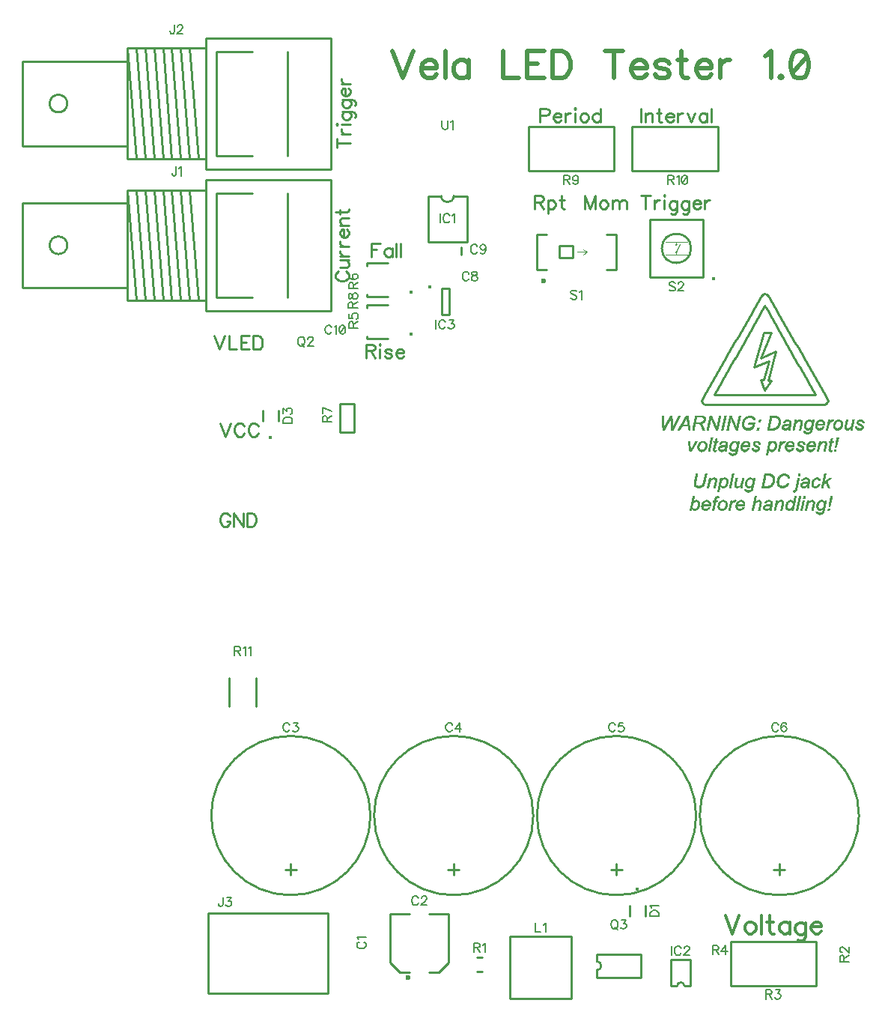
<source format=gto>
G04 DipTrace 2.3.1.0*
%INflashtest.frontsilk.gto*%
%MOIN*%
%ADD10C,0.0098*%
%ADD12C,0.003*%
%ADD26C,0.0236*%
%ADD30C,0.0157*%
%ADD35C,0.0154*%
%ADD46C,0.0039*%
%ADD118C,0.0062*%
%ADD119C,0.0124*%
%ADD120C,0.0093*%
%ADD121C,0.0185*%
%FSLAX44Y44*%
G04*
G70*
G90*
G75*
G01*
%LNTopSilk*%
%LPD*%
X12138Y9682D2*
D10*
X13004D1*
X12138D2*
Y7517D1*
X12571Y7084D2*
X12138Y7517D1*
X12571Y7084D2*
X13004D1*
X13870Y9682D2*
X14736D1*
Y7517D1*
X14303Y7084D2*
X14736Y7517D1*
X13870Y7084D2*
X14303D1*
D26*
X12925Y6847D3*
X7711Y17604D2*
D10*
G02X7711Y17604I0J-3543D01*
G01*
X7959Y11661D2*
X7463D1*
X7711Y11413D2*
Y11909D1*
X23490Y10048D2*
Y9576D1*
X22782Y10048D2*
Y9576D1*
D30*
X23136Y10777D3*
X6458Y31627D2*
D10*
Y32099D1*
X7166Y31627D2*
Y32099D1*
D30*
X6812Y30899D3*
X13821Y41629D2*
D10*
Y39582D1*
X15553Y41629D2*
Y39582D1*
X13821D2*
X15553D1*
X13821Y41629D2*
X14411D1*
X14963D2*
X15553D1*
X14411D2*
G03X14963Y41629I276J0D01*
G01*
X25504Y6480D2*
Y7661D1*
X24638Y6480D2*
Y7661D1*
X25504D2*
X24638D1*
X25504Y6480D2*
X25228D1*
X24913D2*
X24638D1*
X25228D2*
G03X24913Y6480I-158J0D01*
G01*
D35*
X13896Y37581D3*
X14436Y37529D2*
D10*
Y36347D1*
X14751Y37529D2*
Y36347D1*
X14436D2*
X14751D1*
X14436Y37529D2*
X14751D1*
X17451Y8690D2*
X20207D1*
Y5934D1*
X17451D1*
Y8690D1*
X15995Y7122D2*
X16231D1*
X15995Y7752D2*
X16231D1*
X31091Y6499D2*
X27283D1*
Y8468D1*
X31091D1*
Y6499D1*
D30*
X13062Y35470D3*
X12041Y35273D2*
D10*
X11096D1*
X12041Y36769D2*
X11096D1*
Y35273D2*
Y35391D1*
Y36769D2*
Y36651D1*
D30*
X13062Y37345D3*
X12041Y37148D2*
D10*
X11096D1*
X12041Y38644D2*
X11096D1*
Y37148D2*
Y37266D1*
Y38644D2*
Y38526D1*
X9898Y31118D2*
X10528D1*
Y32378D1*
X9898D1*
Y31118D1*
X-2243Y39437D2*
G02X-2243Y39437I-392J0D01*
G01*
X9491Y36524D2*
Y42350D1*
X3940Y36524D2*
X9491D1*
X3940D2*
Y36978D1*
X436D2*
X3940D1*
X436D2*
Y37549D1*
X-4249D2*
X436D1*
X-4249D2*
Y41325D1*
X436D1*
Y41896D1*
X3940D1*
Y42350D1*
X9491D1*
X3940Y36978D2*
Y41896D1*
X436Y37549D2*
Y41325D1*
Y41896D2*
X835Y36978D1*
Y41896D2*
X1220Y36978D1*
Y41896D2*
X1618Y36978D1*
Y41896D2*
X2016Y36978D1*
Y41896D2*
X2401Y36978D1*
Y41896D2*
X2800Y36978D1*
Y41896D2*
X3198Y36978D1*
Y41896D2*
X3583Y36978D1*
X4407Y37112D2*
Y41762D1*
X5993D1*
X7568Y37112D2*
Y41762D1*
X4407Y37112D2*
X5993D1*
X3940Y36524D2*
Y36978D1*
Y36524D2*
X9491D1*
Y42350D1*
X3940D2*
X9491D1*
X3940Y41896D2*
Y42350D1*
X436Y36978D2*
Y37549D1*
Y36978D2*
X3940D1*
Y41896D1*
X436D2*
X3940D1*
X436Y41325D2*
Y41896D1*
X-4249Y41325D2*
X436D1*
Y37549D2*
Y41325D1*
X-4249Y37549D2*
X436D1*
X-4249D2*
Y41325D1*
X22091Y42749D2*
X18283D1*
Y44718D1*
X22091D1*
Y42749D1*
X26716D2*
X22908D1*
Y44718D1*
X26716D1*
Y42749D1*
X19673Y38869D2*
X20264D1*
Y39420D1*
X19673D1*
Y38869D1*
X18650Y38357D2*
Y39932D1*
X19083D1*
Y38357D2*
X18650D1*
X21760D2*
X22193D1*
Y39932D1*
X21760D1*
X20461Y39145D2*
D46*
X20894D1*
X20736Y39027D1*
X20894Y39145D2*
X20736Y39263D1*
D26*
X18965Y37845D3*
X-2243Y45743D2*
D10*
G02X-2243Y45743I-392J0D01*
G01*
X9491Y42830D2*
Y48656D1*
X3940Y42830D2*
X9491D1*
X3940D2*
Y43284D1*
X436D2*
X3940D1*
X436D2*
Y43855D1*
X-4249D2*
X436D1*
X-4249D2*
Y47631D1*
X436D1*
Y48202D1*
X3940D1*
Y48656D1*
X9491D1*
X3940Y43284D2*
Y48202D1*
X436Y43855D2*
Y47631D1*
Y48202D2*
X835Y43284D1*
Y48202D2*
X1220Y43284D1*
Y48202D2*
X1618Y43284D1*
Y48202D2*
X2016Y43284D1*
Y48202D2*
X2401Y43284D1*
Y48202D2*
X2800Y43284D1*
Y48202D2*
X3198Y43284D1*
Y48202D2*
X3583Y43284D1*
X4407Y43418D2*
Y48068D1*
X5993D1*
X7568Y43418D2*
Y48068D1*
X4407Y43418D2*
X5993D1*
X3940Y42830D2*
Y43284D1*
Y42830D2*
X9491D1*
Y48656D1*
X3940D2*
X9491D1*
X3940Y48202D2*
Y48656D1*
X436Y43284D2*
Y43855D1*
Y43284D2*
X3940D1*
Y48202D1*
X436D2*
X3940D1*
X436Y47631D2*
Y48202D1*
X-4249Y47631D2*
X436D1*
Y43855D2*
Y47631D1*
X-4249Y43855D2*
X436D1*
X-4249D2*
Y47631D1*
D30*
X26531Y37963D3*
X24227Y39301D2*
D10*
G02X24227Y39301I650J0D01*
G01*
X25349Y39026D2*
D46*
X24405D1*
X25349Y39577D2*
X24405D1*
X24877Y39026D2*
Y39085D1*
Y39577D2*
Y39518D1*
X24838Y39124D2*
G02X24838Y39124I39J0D01*
G01*
Y39459D2*
G02X24838Y39459I39J0D01*
G01*
X24877Y39163D2*
X25015Y39478D1*
X26058Y38002D2*
D10*
X23696D1*
Y40600D1*
X26058D1*
Y38002D1*
X15310Y39344D2*
Y39030D1*
X4043Y6165D2*
X9359D1*
Y9709D1*
X4043D1*
Y6165D1*
X14961Y17604D2*
G02X14961Y17604I0J-3543D01*
G01*
X15209Y11661D2*
X14713D1*
X14961Y11413D2*
Y11909D1*
X22211Y17604D2*
G02X22211Y17604I0J-3543D01*
G01*
X22459Y11661D2*
X21963D1*
X22211Y11413D2*
Y11909D1*
X29461Y17604D2*
G02X29461Y17604I0J-3543D01*
G01*
X29709Y11661D2*
X29213D1*
X29461Y11413D2*
Y11909D1*
X21328Y6863D2*
X23296D1*
X21328Y7887D2*
X23296D1*
Y6863D2*
Y7887D1*
X21328Y7178D2*
Y6863D1*
Y7572D2*
Y7887D1*
Y7178D2*
G03X21328Y7572I0J197D01*
G01*
X4971Y18910D2*
Y20169D1*
X6153Y18910D2*
Y20169D1*
X28787Y37273D2*
X28719Y37246D1*
X28668Y37192D1*
X28600Y37074D1*
X28532Y36956D1*
X28465Y36838D1*
X28396Y36721D1*
X28328Y36603D1*
X28261Y36485D1*
X28193Y36368D1*
X28124Y36250D1*
X28057Y36133D1*
X27989Y36014D1*
X27921Y35897D1*
X27853Y35779D1*
X27785Y35662D1*
X27717Y35544D1*
X27649Y35426D1*
X27581Y35308D1*
X27513Y35191D1*
X27445Y35073D1*
X27377Y34955D1*
X27309Y34838D1*
X27241Y34720D1*
X27173Y34602D1*
X27105Y34484D1*
X27038Y34367D1*
X26970Y34249D1*
X26901Y34131D1*
X26834Y34014D1*
X26766Y33896D1*
X26698Y33778D1*
X26630Y33660D1*
X26562Y33543D1*
X26494Y33425D1*
X26426Y33307D1*
X26358Y33190D1*
X26290Y33072D1*
X26222Y32954D1*
X26154Y32836D1*
X26086Y32719D1*
X26018Y32601D1*
X25996Y32518D1*
X26018Y32435D1*
X26079Y32374D1*
X26162Y32351D1*
X26298D1*
X26434D1*
X26570D1*
X26705D1*
X26842D1*
X26977D1*
X27113D1*
X27249D1*
X27385D1*
X27521D1*
X27657D1*
X27793D1*
X27928D1*
X28065D1*
X28200D1*
X28336D1*
X28472D1*
X28608D1*
X28744D1*
X28880D1*
X29016D1*
X29152D1*
X29288D1*
X29424D1*
X29559D1*
X29696D1*
X29831D1*
X29967D1*
X30103D1*
X30239D1*
X30375D1*
X30511D1*
X30647D1*
X30782D1*
X30919D1*
X31054D1*
X31190D1*
X31326D1*
X31462D1*
X31545Y32374D1*
X31606Y32435D1*
X31628Y32518D1*
X31606Y32601D1*
X31538Y32719D1*
X31470Y32836D1*
X31402Y32954D1*
X31334Y33072D1*
X31266Y33190D1*
X31198Y33307D1*
X31130Y33425D1*
X31062Y33543D1*
X30994Y33660D1*
X30926Y33778D1*
X30858Y33896D1*
X30790Y34014D1*
X30723Y34131D1*
X30655Y34249D1*
X30586Y34367D1*
X30519Y34484D1*
X30451Y34602D1*
X30383Y34720D1*
X30315Y34838D1*
X30247Y34955D1*
X30179Y35073D1*
X30111Y35191D1*
X30043Y35308D1*
X29975Y35426D1*
X29907Y35544D1*
X29839Y35662D1*
X29771Y35779D1*
X29703Y35897D1*
X29635Y36014D1*
X29567Y36132D1*
X29500Y36250D1*
X29431Y36368D1*
X29363Y36485D1*
X29296Y36603D1*
X29228Y36721D1*
X29159Y36839D1*
X29092Y36956D1*
X29024Y37074D1*
X28956Y37192D1*
X28884Y37259D1*
X28787Y37273D1*
X28812Y36745D2*
X28880Y36625D1*
X28948Y36505D1*
X29016Y36385D1*
X29085Y36264D1*
X29153Y36144D1*
X29221Y36024D1*
X29290Y35904D1*
X29358Y35784D1*
X29426Y35664D1*
X29494Y35544D1*
X29562Y35424D1*
X29630Y35304D1*
X29698Y35184D1*
X29766Y35064D1*
X29835Y34944D1*
X29903Y34824D1*
X29971Y34704D1*
X30039Y34584D1*
X30108Y34464D1*
X30176Y34343D1*
X30244Y34223D1*
X30312Y34103D1*
X30380Y33983D1*
X30448Y33863D1*
X30517Y33743D1*
X30585Y33623D1*
X30653Y33503D1*
X30721Y33383D1*
X30789Y33263D1*
X30857Y33143D1*
X30926Y33022D1*
X30994Y32902D1*
X31062Y32782D1*
X30925D1*
X30789D1*
X30653D1*
X30516D1*
X30380D1*
X30243D1*
X30107D1*
X29970D1*
X29834D1*
X29697D1*
X29561D1*
X29425D1*
X29288D1*
X29152D1*
X29015D1*
X28879D1*
X28742D1*
X28606D1*
X28469D1*
X28333D1*
X28197D1*
X28060D1*
X27923D1*
X27787D1*
X27650D1*
X27514D1*
X27378D1*
X27241D1*
X27105D1*
X26968D1*
X26832D1*
X26695D1*
X26559D1*
X26627Y32902D1*
X26695Y33022D1*
X26764Y33143D1*
X26832Y33263D1*
X26900Y33383D1*
X26968Y33503D1*
X27037Y33623D1*
X27105Y33743D1*
X27173Y33863D1*
X27241Y33983D1*
X27310Y34103D1*
X27378Y34223D1*
X27446Y34343D1*
X27515Y34464D1*
X27583Y34584D1*
X27651Y34703D1*
X27720Y34823D1*
X27788Y34943D1*
X27856Y35064D1*
X27925Y35184D1*
X27993Y35304D1*
X28061Y35424D1*
X28129Y35544D1*
X28198Y35664D1*
X28266Y35784D1*
X28334Y35904D1*
X28402Y36024D1*
X28471Y36144D1*
X28539Y36264D1*
X28607Y36385D1*
X28676Y36505D1*
X28744Y36625D1*
X28812Y36745D1*
X28752Y35543D2*
X29099D1*
X28615Y34434D1*
X29303Y34713D1*
X28960Y33429D1*
X29081D1*
X28786Y32984D1*
X28626Y33444D1*
X28752D1*
X28991Y34280D1*
X28319Y34007D1*
X28752Y35543D1*
X28115Y31864D2*
D12*
X28160D1*
X24215Y31849D2*
X24290D1*
X24590D2*
X24665D1*
X24965D2*
X25025D1*
X25280D2*
X25385D1*
X25700D2*
X26060D1*
X26360D2*
X26435D1*
X26765D2*
X26840D1*
X27005D2*
X27080D1*
X27245D2*
X27320D1*
X27650D2*
X27725D1*
X28060D2*
X28210D1*
X29045D2*
X29330D1*
X24215Y31834D2*
X24290D1*
X24581D2*
X24665D1*
X24952D2*
X25019D1*
X25274D2*
X25385D1*
X25700D2*
X26089D1*
X26353D2*
X26437D1*
X26763D2*
X26833D1*
X27003D2*
X27075D1*
X27238D2*
X27322D1*
X27648D2*
X27718D1*
X28015D2*
X28250D1*
X29044D2*
X29364D1*
X24217Y31819D2*
X24290D1*
X24572D2*
X24667D1*
X24941D2*
X25013D1*
X25268D2*
X25385D1*
X25699D2*
X26112D1*
X26348D2*
X26441D1*
X26759D2*
X26829D1*
X26999D2*
X27070D1*
X27233D2*
X27326D1*
X27644D2*
X27714D1*
X27981D2*
X28281D1*
X29042D2*
X29392D1*
X24221Y31804D2*
X24290D1*
X24564D2*
X24671D1*
X24932D2*
X25006D1*
X25261D2*
X25385D1*
X25697D2*
X26129D1*
X26344D2*
X26447D1*
X26755D2*
X26826D1*
X26995D2*
X27067D1*
X27229D2*
X27332D1*
X27640D2*
X27711D1*
X27955D2*
X28303D1*
X29039D2*
X29413D1*
X24225Y31789D2*
X24292D1*
X24556D2*
X24675D1*
X24924D2*
X24998D1*
X25253D2*
X25387D1*
X25694D2*
X25760D1*
X26041D2*
X26142D1*
X26339D2*
X26454D1*
X26752D2*
X26823D1*
X26992D2*
X27065D1*
X27224D2*
X27339D1*
X27637D2*
X27708D1*
X27934D2*
X28320D1*
X29035D2*
X29430D1*
X24227Y31774D2*
X24296D1*
X24549D2*
X24677D1*
X24916D2*
X24991D1*
X25244D2*
X25391D1*
X25690D2*
X25759D1*
X26063D2*
X26151D1*
X26335D2*
X26461D1*
X26748D2*
X26819D1*
X26990D2*
X27063D1*
X27220D2*
X27346D1*
X27633D2*
X27704D1*
X27917D2*
X28060D1*
X28217D2*
X28332D1*
X29032D2*
X29104D1*
X29309D2*
X29442D1*
X24229Y31759D2*
X24300D1*
X24541D2*
X24679D1*
X24909D2*
X24984D1*
X25234D2*
X25395D1*
X25687D2*
X25757D1*
X26079D2*
X26158D1*
X26332D2*
X26469D1*
X26744D2*
X26815D1*
X26988D2*
X27059D1*
X27217D2*
X27354D1*
X27629D2*
X27700D1*
X27903D2*
X28026D1*
X28240D2*
X28342D1*
X29030D2*
X29102D1*
X29341D2*
X29452D1*
X24229Y31744D2*
X24302D1*
X24534D2*
X24679D1*
X24901D2*
X24976D1*
X25225D2*
X25292D1*
X25322D2*
X25397D1*
X25683D2*
X25754D1*
X26087D2*
X26162D1*
X26330D2*
X26476D1*
X26740D2*
X26812D1*
X26984D2*
X27055D1*
X27215D2*
X27361D1*
X27625D2*
X27697D1*
X27889D2*
X27997D1*
X28258D2*
X28350D1*
X29028D2*
X29099D1*
X29366D2*
X29460D1*
X24230Y31729D2*
X24304D1*
X24526D2*
X24680D1*
X24894D2*
X24969D1*
X25217D2*
X25288D1*
X25331D2*
X25399D1*
X25679D2*
X25750D1*
X26093D2*
X26164D1*
X26328D2*
X26390D1*
X26422D2*
X26483D1*
X26737D2*
X26810D1*
X26980D2*
X27052D1*
X27213D2*
X27275D1*
X27307D2*
X27368D1*
X27622D2*
X27695D1*
X27877D2*
X27974D1*
X28271D2*
X28358D1*
X29024D2*
X29095D1*
X29383D2*
X29468D1*
X24230Y31714D2*
X24304D1*
X24519D2*
X24680D1*
X24886D2*
X24961D1*
X25209D2*
X25282D1*
X25336D2*
X25400D1*
X25675D2*
X25747D1*
X26098D2*
X26164D1*
X26324D2*
X26390D1*
X26426D2*
X26489D1*
X26735D2*
X26808D1*
X26977D2*
X27050D1*
X27209D2*
X27275D1*
X27311D2*
X27374D1*
X27620D2*
X27693D1*
X27866D2*
X27956D1*
X28282D2*
X28363D1*
X29020D2*
X29092D1*
X29395D2*
X29474D1*
X24230Y31699D2*
X24305D1*
X24511D2*
X24680D1*
X24879D2*
X24954D1*
X25201D2*
X25276D1*
X25338D2*
X25402D1*
X25672D2*
X25745D1*
X26096D2*
X26165D1*
X26320D2*
X26389D1*
X26430D2*
X26494D1*
X26733D2*
X26804D1*
X26973D2*
X27048D1*
X27205D2*
X27274D1*
X27315D2*
X27379D1*
X27618D2*
X27689D1*
X27857D2*
X27943D1*
X28291D2*
X28366D1*
X29017D2*
X29090D1*
X29403D2*
X29479D1*
X24230Y31684D2*
X24305D1*
X24504D2*
X24572D1*
X24605D2*
X24680D1*
X24871D2*
X24946D1*
X25193D2*
X25268D1*
X25339D2*
X25406D1*
X25670D2*
X25743D1*
X26093D2*
X26164D1*
X26317D2*
X26387D1*
X26435D2*
X26500D1*
X26729D2*
X26800D1*
X26969D2*
X27044D1*
X27202D2*
X27272D1*
X27320D2*
X27385D1*
X27614D2*
X27685D1*
X27849D2*
X27931D1*
X28300D2*
X28361D1*
X29013D2*
X29088D1*
X29409D2*
X29485D1*
X29795D2*
X29825D1*
X30350D2*
X30380D1*
X30770D2*
X30800D1*
X31280D2*
X31310D1*
X31805D2*
X31820D1*
X32075D2*
X32105D1*
X33035D2*
X33065D1*
X24230Y31669D2*
X24305D1*
X24496D2*
X24568D1*
X24605D2*
X24680D1*
X24864D2*
X24939D1*
X25184D2*
X25261D1*
X25340D2*
X25410D1*
X25668D2*
X25739D1*
X26089D2*
X26162D1*
X26315D2*
X26384D1*
X26440D2*
X26507D1*
X26725D2*
X26797D1*
X26965D2*
X27040D1*
X27200D2*
X27269D1*
X27325D2*
X27392D1*
X27610D2*
X27682D1*
X27841D2*
X27920D1*
X28310D2*
X28355D1*
X28550D2*
X28625D1*
X29009D2*
X29084D1*
X29414D2*
X29489D1*
X29747D2*
X29873D1*
X30140D2*
X30200D1*
X30309D2*
X30409D1*
X30729D2*
X30834D1*
X30935D2*
X30995D1*
X31237D2*
X31351D1*
X31625D2*
X31685D1*
X31776D2*
X31865D1*
X32027D2*
X32146D1*
X32420D2*
X32495D1*
X32705D2*
X32780D1*
X32994D2*
X33113D1*
X24230Y31654D2*
X24305D1*
X24488D2*
X24562D1*
X24607D2*
X24680D1*
X24856D2*
X24931D1*
X25174D2*
X25254D1*
X25340D2*
X25412D1*
X25664D2*
X25735D1*
X26081D2*
X26158D1*
X26313D2*
X26380D1*
X26447D2*
X26514D1*
X26722D2*
X26795D1*
X26962D2*
X27037D1*
X27198D2*
X27265D1*
X27332D2*
X27399D1*
X27607D2*
X27680D1*
X27834D2*
X27911D1*
X28543D2*
X28618D1*
X29005D2*
X29080D1*
X29417D2*
X29492D1*
X29710D2*
X29909D1*
X30139D2*
X30197D1*
X30275D2*
X30432D1*
X30697D2*
X30863D1*
X30934D2*
X30994D1*
X31200D2*
X31383D1*
X31624D2*
X31683D1*
X31752D2*
X31857D1*
X31990D2*
X32178D1*
X32418D2*
X32488D1*
X32705D2*
X32775D1*
X32962D2*
X33149D1*
X24230Y31639D2*
X24305D1*
X24479D2*
X24556D1*
X24611D2*
X24680D1*
X24849D2*
X24924D1*
X25165D2*
X25246D1*
X25342D2*
X25414D1*
X25660D2*
X25732D1*
X26071D2*
X26152D1*
X26309D2*
X26377D1*
X26454D2*
X26521D1*
X26720D2*
X26793D1*
X26960D2*
X27033D1*
X27194D2*
X27262D1*
X27339D2*
X27406D1*
X27605D2*
X27678D1*
X27827D2*
X27902D1*
X28539D2*
X28614D1*
X29002D2*
X29077D1*
X29419D2*
X29494D1*
X29684D2*
X29935D1*
X30137D2*
X30192D1*
X30246D2*
X30449D1*
X30672D2*
X30887D1*
X30932D2*
X30992D1*
X31172D2*
X31407D1*
X31622D2*
X31679D1*
X31732D2*
X31850D1*
X31964D2*
X32202D1*
X32414D2*
X32484D1*
X32704D2*
X32770D1*
X32940D2*
X33173D1*
X24230Y31624D2*
X24305D1*
X24469D2*
X24548D1*
X24615D2*
X24680D1*
X24841D2*
X24916D1*
X25157D2*
X25238D1*
X25346D2*
X25415D1*
X25657D2*
X25730D1*
X26057D2*
X26146D1*
X26305D2*
X26375D1*
X26461D2*
X26529D1*
X26718D2*
X26789D1*
X26958D2*
X27029D1*
X27190D2*
X27260D1*
X27346D2*
X27414D1*
X27603D2*
X27674D1*
X27821D2*
X27896D1*
X28536D2*
X28611D1*
X29000D2*
X29075D1*
X29419D2*
X29494D1*
X29663D2*
X29953D1*
X30134D2*
X30185D1*
X30216D2*
X30461D1*
X30653D2*
X30911D1*
X30927D2*
X30989D1*
X31150D2*
X31424D1*
X31619D2*
X31676D1*
X31713D2*
X31834D1*
X31943D2*
X32219D1*
X32410D2*
X32481D1*
X32702D2*
X32767D1*
X32925D2*
X33190D1*
X24230Y31609D2*
X24305D1*
X24460D2*
X24541D1*
X24617D2*
X24680D1*
X24834D2*
X24909D1*
X25149D2*
X25229D1*
X25350D2*
X25417D1*
X25655D2*
X25727D1*
X26038D2*
X26138D1*
X26302D2*
X26373D1*
X26468D2*
X26536D1*
X26714D2*
X26785D1*
X26954D2*
X27025D1*
X27187D2*
X27258D1*
X27353D2*
X27421D1*
X27599D2*
X27670D1*
X27815D2*
X27890D1*
X28535D2*
X28610D1*
X28998D2*
X29073D1*
X29420D2*
X29495D1*
X29647D2*
X29738D1*
X29884D2*
X29966D1*
X30130D2*
X30278D1*
X30392D2*
X30466D1*
X30637D2*
X30728D1*
X30845D2*
X30985D1*
X31133D2*
X31220D1*
X31355D2*
X31437D1*
X31615D2*
X31680D1*
X31692D2*
X31799D1*
X31927D2*
X32015D1*
X32150D2*
X32232D1*
X32407D2*
X32478D1*
X32699D2*
X32765D1*
X32914D2*
X32996D1*
X33124D2*
X33201D1*
X24230Y31594D2*
X24305D1*
X24452D2*
X24533D1*
X24619D2*
X24680D1*
X24826D2*
X24901D1*
X25141D2*
X25219D1*
X25352D2*
X25421D1*
X25653D2*
X25721D1*
X26011D2*
X26128D1*
X26298D2*
X26369D1*
X26474D2*
X26544D1*
X26710D2*
X26782D1*
X26950D2*
X27022D1*
X27183D2*
X27254D1*
X27359D2*
X27429D1*
X27595D2*
X27667D1*
X27810D2*
X27885D1*
X28535D2*
X28610D1*
X28994D2*
X29069D1*
X29420D2*
X29495D1*
X29633D2*
X29716D1*
X29897D2*
X29971D1*
X30127D2*
X30254D1*
X30401D2*
X30468D1*
X30623D2*
X30705D1*
X30859D2*
X30982D1*
X31118D2*
X31205D1*
X31369D2*
X31446D1*
X31612D2*
X31763D1*
X31913D2*
X32000D1*
X32164D2*
X32242D1*
X32405D2*
X32474D1*
X32695D2*
X32763D1*
X32907D2*
X32975D1*
X33137D2*
X33210D1*
X24232Y31579D2*
X24305D1*
X24444D2*
X24524D1*
X24619D2*
X24680D1*
X24819D2*
X24894D1*
X25133D2*
X25210D1*
X25354D2*
X25425D1*
X25649D2*
X25711D1*
X25977D2*
X26114D1*
X26294D2*
X26365D1*
X26479D2*
X26551D1*
X26707D2*
X26778D1*
X26947D2*
X27020D1*
X27179D2*
X27250D1*
X27364D2*
X27436D1*
X27592D2*
X27663D1*
X27805D2*
X27880D1*
X28990D2*
X29065D1*
X29420D2*
X29495D1*
X29624D2*
X29700D1*
X29906D2*
X29973D1*
X30123D2*
X30234D1*
X30406D2*
X30469D1*
X30611D2*
X30687D1*
X30872D2*
X30980D1*
X31107D2*
X31190D1*
X31382D2*
X31453D1*
X31608D2*
X31732D1*
X31902D2*
X31985D1*
X32177D2*
X32250D1*
X32403D2*
X32470D1*
X32692D2*
X32759D1*
X32903D2*
X32966D1*
X33146D2*
X33218D1*
X24236Y31564D2*
X24305D1*
X24436D2*
X24514D1*
X24620D2*
X24680D1*
X24811D2*
X24886D1*
X25124D2*
X25202D1*
X25355D2*
X25427D1*
X25645D2*
X26093D1*
X26290D2*
X26362D1*
X26485D2*
X26558D1*
X26705D2*
X26774D1*
X26945D2*
X27018D1*
X27175D2*
X27247D1*
X27370D2*
X27443D1*
X27590D2*
X27659D1*
X27802D2*
X27877D1*
X28987D2*
X29062D1*
X29420D2*
X29495D1*
X29619D2*
X29687D1*
X29911D2*
X29974D1*
X30119D2*
X30217D1*
X30408D2*
X30470D1*
X30600D2*
X30673D1*
X30881D2*
X30978D1*
X31097D2*
X31175D1*
X31391D2*
X31457D1*
X31604D2*
X31710D1*
X31892D2*
X31970D1*
X32186D2*
X32258D1*
X32399D2*
X32467D1*
X32690D2*
X32755D1*
X32901D2*
X32964D1*
X33151D2*
X33224D1*
X24240Y31549D2*
X24305D1*
X24429D2*
X24505D1*
X24620D2*
X24682D1*
X24804D2*
X24879D1*
X25114D2*
X25194D1*
X25357D2*
X25429D1*
X25642D2*
X26066D1*
X26287D2*
X26360D1*
X26492D2*
X26564D1*
X26703D2*
X26770D1*
X26943D2*
X27014D1*
X27172D2*
X27245D1*
X27377D2*
X27449D1*
X27588D2*
X27655D1*
X27801D2*
X27876D1*
X28085D2*
X28355D1*
X28985D2*
X29058D1*
X29419D2*
X29494D1*
X29615D2*
X29675D1*
X29912D2*
X29975D1*
X30115D2*
X30204D1*
X30407D2*
X30470D1*
X30590D2*
X30663D1*
X30886D2*
X30974D1*
X31089D2*
X31163D1*
X31396D2*
X31459D1*
X31600D2*
X31695D1*
X31884D2*
X31957D1*
X32191D2*
X32263D1*
X32395D2*
X32463D1*
X32688D2*
X32752D1*
X32901D2*
X32969D1*
X33155D2*
X33230D1*
X24242Y31534D2*
X24305D1*
X24421D2*
X24497D1*
X24620D2*
X24686D1*
X24796D2*
X24871D1*
X25105D2*
X25186D1*
X25361D2*
X25430D1*
X25640D2*
X26033D1*
X26285D2*
X26358D1*
X26499D2*
X26569D1*
X26699D2*
X26767D1*
X26939D2*
X27010D1*
X27170D2*
X27243D1*
X27384D2*
X27454D1*
X27584D2*
X27652D1*
X27800D2*
X27875D1*
X28082D2*
X28348D1*
X28983D2*
X29054D1*
X29417D2*
X29492D1*
X29905D2*
X29974D1*
X30112D2*
X30194D1*
X30403D2*
X30469D1*
X30582D2*
X30654D1*
X30888D2*
X30970D1*
X31082D2*
X31154D1*
X31398D2*
X31459D1*
X31597D2*
X31683D1*
X31877D2*
X31947D1*
X32196D2*
X32267D1*
X32392D2*
X32459D1*
X32684D2*
X32750D1*
X32903D2*
X32984D1*
X24244Y31519D2*
X24305D1*
X24414D2*
X24489D1*
X24620D2*
X24690D1*
X24789D2*
X24864D1*
X25097D2*
X25179D1*
X25365D2*
X25432D1*
X25638D2*
X26001D1*
X26283D2*
X26354D1*
X26506D2*
X26575D1*
X26695D2*
X26765D1*
X26935D2*
X27007D1*
X27168D2*
X27239D1*
X27391D2*
X27460D1*
X27580D2*
X27650D1*
X27800D2*
X27875D1*
X28079D2*
X28344D1*
X28979D2*
X29050D1*
X29414D2*
X29489D1*
X29896D2*
X29972D1*
X30110D2*
X30187D1*
X30400D2*
X30467D1*
X30576D2*
X30647D1*
X30889D2*
X30967D1*
X31076D2*
X31149D1*
X31399D2*
X31460D1*
X31595D2*
X31675D1*
X31871D2*
X31938D1*
X32200D2*
X32269D1*
X32390D2*
X32455D1*
X32680D2*
X32748D1*
X32907D2*
X33007D1*
X24244Y31504D2*
X24305D1*
X24406D2*
X24481D1*
X24620D2*
X24692D1*
X24781D2*
X24856D1*
X25089D2*
X25172D1*
X25367D2*
X25436D1*
X25634D2*
X25700D1*
X25877D2*
X25970D1*
X26279D2*
X26350D1*
X26513D2*
X26582D1*
X26692D2*
X26763D1*
X26932D2*
X27005D1*
X27164D2*
X27235D1*
X27398D2*
X27467D1*
X27577D2*
X27648D1*
X27800D2*
X27875D1*
X28074D2*
X28341D1*
X28975D2*
X29047D1*
X29409D2*
X29485D1*
X29883D2*
X29969D1*
X30108D2*
X30180D1*
X30397D2*
X30464D1*
X30570D2*
X30641D1*
X30890D2*
X30965D1*
X31070D2*
X31146D1*
X31400D2*
X31460D1*
X31593D2*
X31667D1*
X31865D2*
X31932D1*
X32202D2*
X32269D1*
X32388D2*
X32452D1*
X32677D2*
X32744D1*
X32914D2*
X33035D1*
X24245Y31489D2*
X24305D1*
X24399D2*
X24474D1*
X24620D2*
X24694D1*
X24774D2*
X24849D1*
X25081D2*
X25166D1*
X25369D2*
X25440D1*
X25630D2*
X25700D1*
X25900D2*
X25984D1*
X26275D2*
X26347D1*
X26519D2*
X26588D1*
X26690D2*
X26759D1*
X26930D2*
X27003D1*
X27160D2*
X27232D1*
X27404D2*
X27473D1*
X27575D2*
X27644D1*
X27800D2*
X27875D1*
X28070D2*
X28338D1*
X28972D2*
X29045D1*
X29405D2*
X29482D1*
X29690D2*
X29965D1*
X30104D2*
X30175D1*
X30393D2*
X30460D1*
X30565D2*
X30637D1*
X30890D2*
X30963D1*
X31065D2*
X31460D1*
X31589D2*
X31661D1*
X31860D2*
X31927D1*
X32201D2*
X32270D1*
X32384D2*
X32450D1*
X32673D2*
X32740D1*
X32925D2*
X33064D1*
X24245Y31474D2*
X24305D1*
X24391D2*
X24466D1*
X24620D2*
X24694D1*
X24766D2*
X24841D1*
X25073D2*
X25162D1*
X25369D2*
X25442D1*
X25627D2*
X25699D1*
X25918D2*
X25997D1*
X26272D2*
X26345D1*
X26524D2*
X26594D1*
X26688D2*
X26755D1*
X26928D2*
X26999D1*
X27157D2*
X27230D1*
X27409D2*
X27479D1*
X27573D2*
X27640D1*
X27800D2*
X27875D1*
X28263D2*
X28334D1*
X28970D2*
X29043D1*
X29399D2*
X29478D1*
X29656D2*
X29962D1*
X30100D2*
X30170D1*
X30389D2*
X30457D1*
X30562D2*
X30634D1*
X30890D2*
X30959D1*
X31060D2*
X31460D1*
X31585D2*
X31655D1*
X31855D2*
X31924D1*
X32199D2*
X32269D1*
X32380D2*
X32448D1*
X32669D2*
X32737D1*
X32942D2*
X33094D1*
X24245Y31459D2*
X24305D1*
X24384D2*
X24459D1*
X24620D2*
X24695D1*
X24759D2*
X24834D1*
X25064D2*
X25444D1*
X25623D2*
X25697D1*
X25931D2*
X26008D1*
X26270D2*
X26343D1*
X26530D2*
X26599D1*
X26684D2*
X26752D1*
X26924D2*
X26995D1*
X27155D2*
X27228D1*
X27415D2*
X27484D1*
X27569D2*
X27637D1*
X27800D2*
X27875D1*
X28259D2*
X28330D1*
X28968D2*
X29039D1*
X29393D2*
X29474D1*
X29628D2*
X29960D1*
X30097D2*
X30165D1*
X30385D2*
X30455D1*
X30561D2*
X30629D1*
X30889D2*
X30955D1*
X31057D2*
X31460D1*
X31582D2*
X31650D1*
X31852D2*
X31919D1*
X32197D2*
X32267D1*
X32377D2*
X32444D1*
X32665D2*
X32733D1*
X32966D2*
X33121D1*
X24245Y31444D2*
X24307D1*
X24376D2*
X24451D1*
X24620D2*
X24695D1*
X24752D2*
X24826D1*
X25054D2*
X25445D1*
X25619D2*
X25694D1*
X25942D2*
X26017D1*
X26268D2*
X26339D1*
X26537D2*
X26605D1*
X26680D2*
X26750D1*
X26920D2*
X26992D1*
X27153D2*
X27224D1*
X27422D2*
X27490D1*
X27565D2*
X27635D1*
X27800D2*
X27875D1*
X28255D2*
X28327D1*
X28964D2*
X29035D1*
X29386D2*
X29467D1*
X29608D2*
X29851D1*
X29884D2*
X29958D1*
X30095D2*
X30160D1*
X30382D2*
X30453D1*
X30560D2*
X30625D1*
X30887D2*
X30952D1*
X31056D2*
X31460D1*
X31580D2*
X31645D1*
X31851D2*
X31915D1*
X32195D2*
X32264D1*
X32375D2*
X32440D1*
X32662D2*
X32729D1*
X32994D2*
X33143D1*
X24245Y31429D2*
X24311D1*
X24369D2*
X24444D1*
X24620D2*
X24695D1*
X24746D2*
X24819D1*
X25045D2*
X25447D1*
X25615D2*
X25690D1*
X25950D2*
X26026D1*
X26264D2*
X26335D1*
X26544D2*
X26610D1*
X26677D2*
X26748D1*
X26917D2*
X26990D1*
X27149D2*
X27220D1*
X27429D2*
X27495D1*
X27562D2*
X27633D1*
X27800D2*
X27875D1*
X28252D2*
X28325D1*
X28960D2*
X29032D1*
X29378D2*
X29461D1*
X29594D2*
X29762D1*
X29882D2*
X29954D1*
X30093D2*
X30157D1*
X30380D2*
X30449D1*
X30560D2*
X30622D1*
X30884D2*
X30950D1*
X31055D2*
X31115D1*
X31578D2*
X31642D1*
X31850D2*
X31912D1*
X32193D2*
X32260D1*
X32373D2*
X32437D1*
X32658D2*
X32725D1*
X33026D2*
X33159D1*
X24245Y31414D2*
X24315D1*
X24361D2*
X24436D1*
X24620D2*
X24695D1*
X24740D2*
X24811D1*
X25037D2*
X25451D1*
X25612D2*
X25687D1*
X25958D2*
X26035D1*
X26260D2*
X26332D1*
X26551D2*
X26615D1*
X26675D2*
X26744D1*
X26913D2*
X26988D1*
X27145D2*
X27217D1*
X27436D2*
X27500D1*
X27560D2*
X27629D1*
X27802D2*
X27877D1*
X28250D2*
X28323D1*
X28957D2*
X29030D1*
X29368D2*
X29453D1*
X29584D2*
X29702D1*
X29879D2*
X29950D1*
X30089D2*
X30155D1*
X30378D2*
X30445D1*
X30560D2*
X30621D1*
X30879D2*
X30948D1*
X31055D2*
X31117D1*
X31574D2*
X31638D1*
X31850D2*
X31911D1*
X32188D2*
X32257D1*
X32369D2*
X32435D1*
X32654D2*
X32722D1*
X33057D2*
X33170D1*
X24245Y31399D2*
X24320D1*
X24353D2*
X24428D1*
X24620D2*
X24695D1*
X24734D2*
X24804D1*
X25029D2*
X25115D1*
X25385D2*
X25455D1*
X25610D2*
X25683D1*
X25966D2*
X26045D1*
X26257D2*
X26328D1*
X26558D2*
X26620D1*
X26673D2*
X26740D1*
X26909D2*
X26984D1*
X27142D2*
X27213D1*
X27443D2*
X27505D1*
X27558D2*
X27625D1*
X27806D2*
X27882D1*
X28248D2*
X28319D1*
X28955D2*
X29028D1*
X29357D2*
X29444D1*
X29577D2*
X29660D1*
X29874D2*
X29947D1*
X30085D2*
X30153D1*
X30374D2*
X30442D1*
X30560D2*
X30623D1*
X30874D2*
X30944D1*
X31055D2*
X31121D1*
X31570D2*
X31634D1*
X31850D2*
X31911D1*
X32182D2*
X32253D1*
X32365D2*
X32433D1*
X32647D2*
X32720D1*
X33083D2*
X33177D1*
X24245Y31384D2*
X24327D1*
X24344D2*
X24419D1*
X24622D2*
X24698D1*
X24727D2*
X24796D1*
X25021D2*
X25102D1*
X25385D2*
X25457D1*
X25608D2*
X25679D1*
X25974D2*
X26052D1*
X26255D2*
X26324D1*
X26564D2*
X26625D1*
X26668D2*
X26737D1*
X26905D2*
X26980D1*
X27140D2*
X27209D1*
X27449D2*
X27510D1*
X27553D2*
X27622D1*
X27810D2*
X27888D1*
X28243D2*
X28315D1*
X28953D2*
X29024D1*
X29344D2*
X29434D1*
X29573D2*
X29642D1*
X29870D2*
X29943D1*
X30082D2*
X30149D1*
X30370D2*
X30438D1*
X30560D2*
X30626D1*
X30867D2*
X30940D1*
X31055D2*
X31125D1*
X31567D2*
X31630D1*
X31850D2*
X31913D1*
X32176D2*
X32249D1*
X32362D2*
X32429D1*
X32641D2*
X32718D1*
X32840D2*
X32885D1*
X33101D2*
X33181D1*
X24245Y31369D2*
X24409D1*
X24626D2*
X24703D1*
X24719D2*
X24789D1*
X25013D2*
X25091D1*
X25387D2*
X25459D1*
X25604D2*
X25675D1*
X25981D2*
X26059D1*
X26253D2*
X26320D1*
X26569D2*
X26630D1*
X26662D2*
X26735D1*
X26902D2*
X26977D1*
X27138D2*
X27205D1*
X27454D2*
X27515D1*
X27547D2*
X27620D1*
X27815D2*
X27897D1*
X28236D2*
X28312D1*
X28949D2*
X29020D1*
X29329D2*
X29425D1*
X29571D2*
X29636D1*
X29864D2*
X29939D1*
X30078D2*
X30145D1*
X30367D2*
X30434D1*
X30562D2*
X30630D1*
X30859D2*
X30937D1*
X31057D2*
X31128D1*
X31370D2*
X31430D1*
X31563D2*
X31627D1*
X31850D2*
X31917D1*
X32168D2*
X32242D1*
X32361D2*
X32425D1*
X32633D2*
X32714D1*
X32834D2*
X32892D1*
X33116D2*
X33183D1*
X24245Y31354D2*
X24400D1*
X24630D2*
X24781D1*
X25004D2*
X25082D1*
X25391D2*
X25460D1*
X25600D2*
X25672D1*
X25988D2*
X26065D1*
X26249D2*
X26317D1*
X26575D2*
X26637D1*
X26654D2*
X26733D1*
X26900D2*
X26973D1*
X27134D2*
X27202D1*
X27460D2*
X27522D1*
X27539D2*
X27618D1*
X27820D2*
X27909D1*
X28227D2*
X28310D1*
X28945D2*
X29017D1*
X29310D2*
X29414D1*
X29570D2*
X29633D1*
X29857D2*
X29935D1*
X30074D2*
X30142D1*
X30365D2*
X30430D1*
X30566D2*
X30636D1*
X30849D2*
X30933D1*
X31061D2*
X31132D1*
X31360D2*
X31427D1*
X31559D2*
X31623D1*
X31852D2*
X31922D1*
X32158D2*
X32236D1*
X32360D2*
X32422D1*
X32623D2*
X32710D1*
X32834D2*
X32899D1*
X33120D2*
X33184D1*
X24247Y31339D2*
X24392D1*
X24632D2*
X24774D1*
X24994D2*
X25074D1*
X25395D2*
X25462D1*
X25597D2*
X25670D1*
X25994D2*
X26072D1*
X26245D2*
X26315D1*
X26582D2*
X26729D1*
X26898D2*
X26969D1*
X27130D2*
X27200D1*
X27467D2*
X27614D1*
X27827D2*
X27925D1*
X28198D2*
X28308D1*
X28942D2*
X29013D1*
X29284D2*
X29402D1*
X29570D2*
X29632D1*
X29845D2*
X29932D1*
X30070D2*
X30138D1*
X30363D2*
X30427D1*
X30570D2*
X30642D1*
X30836D2*
X30929D1*
X31065D2*
X31137D1*
X31348D2*
X31421D1*
X31555D2*
X31619D1*
X31857D2*
X31930D1*
X32146D2*
X32228D1*
X32360D2*
X32422D1*
X32611D2*
X32707D1*
X32837D2*
X32908D1*
X33121D2*
X33184D1*
X24251Y31324D2*
X24384D1*
X24634D2*
X24766D1*
X24985D2*
X25066D1*
X25397D2*
X25466D1*
X25595D2*
X25668D1*
X25999D2*
X26078D1*
X26242D2*
X26313D1*
X26589D2*
X26725D1*
X26894D2*
X26965D1*
X27127D2*
X27198D1*
X27474D2*
X27610D1*
X27836D2*
X27975D1*
X28143D2*
X28303D1*
X28938D2*
X29006D1*
X29247D2*
X29389D1*
X29571D2*
X29640D1*
X29830D2*
X29931D1*
X30067D2*
X30134D1*
X30359D2*
X30425D1*
X30576D2*
X30659D1*
X30815D2*
X30925D1*
X31071D2*
X31150D1*
X31334D2*
X31411D1*
X31552D2*
X31615D1*
X31863D2*
X31940D1*
X32130D2*
X32218D1*
X32360D2*
X32424D1*
X32595D2*
X32705D1*
X32841D2*
X32920D1*
X33114D2*
X33182D1*
X24255Y31309D2*
X24376D1*
X24634D2*
X24759D1*
X24977D2*
X25059D1*
X25399D2*
X25470D1*
X25593D2*
X25664D1*
X26005D2*
X26084D1*
X26238D2*
X26309D1*
X26596D2*
X26722D1*
X26890D2*
X26962D1*
X27123D2*
X27194D1*
X27481D2*
X27607D1*
X27848D2*
X28057D1*
X28050D2*
X28294D1*
X28460D2*
X28550D1*
X28934D2*
X28996D1*
X29201D2*
X29374D1*
X29573D2*
X29671D1*
X29791D2*
X29930D1*
X30065D2*
X30130D1*
X30355D2*
X30423D1*
X30583D2*
X30687D1*
X30783D2*
X30922D1*
X31078D2*
X31181D1*
X31295D2*
X31398D1*
X31550D2*
X31612D1*
X31872D2*
X31975D1*
X32091D2*
X32207D1*
X32360D2*
X32442D1*
X32556D2*
X32703D1*
X32846D2*
X32957D1*
X33080D2*
X33178D1*
X24257Y31294D2*
X24369D1*
X24635D2*
X24751D1*
X24969D2*
X25051D1*
X25400D2*
X25472D1*
X25589D2*
X25660D1*
X26010D2*
X26089D1*
X26234D2*
X26305D1*
X26603D2*
X26718D1*
X26887D2*
X26960D1*
X27119D2*
X27190D1*
X27488D2*
X27603D1*
X27862D2*
X28279D1*
X28460D2*
X28543D1*
X28930D2*
X29356D1*
X29579D2*
X29726D1*
X29732D2*
X29930D1*
X30063D2*
X30127D1*
X30352D2*
X30419D1*
X30594D2*
X30731D1*
X30736D2*
X30920D1*
X31089D2*
X31232D1*
X31234D2*
X31384D1*
X31548D2*
X31610D1*
X31883D2*
X32033D1*
X32030D2*
X32193D1*
X32363D2*
X32493D1*
X32495D2*
X32699D1*
X32853D2*
X33018D1*
X33021D2*
X33171D1*
X24259Y31279D2*
X24361D1*
X24635D2*
X24744D1*
X24961D2*
X25043D1*
X25402D2*
X25474D1*
X25585D2*
X25657D1*
X26015D2*
X26095D1*
X26230D2*
X26302D1*
X26609D2*
X26714D1*
X26885D2*
X26958D1*
X27115D2*
X27187D1*
X27494D2*
X27599D1*
X27879D2*
X28257D1*
X28459D2*
X28538D1*
X28927D2*
X29335D1*
X29589D2*
X29930D1*
X30059D2*
X30125D1*
X30350D2*
X30415D1*
X30607D2*
X30918D1*
X31102D2*
X31369D1*
X31544D2*
X31608D1*
X31897D2*
X32176D1*
X32368D2*
X32597D1*
X32630D2*
X32695D1*
X32865D2*
X33162D1*
X24259Y31264D2*
X24353D1*
X24635D2*
X24737D1*
X24953D2*
X25034D1*
X25406D2*
X25474D1*
X25582D2*
X25656D1*
X26020D2*
X26102D1*
X26227D2*
X26301D1*
X26615D2*
X26710D1*
X26882D2*
X26954D1*
X27112D2*
X27186D1*
X27500D2*
X27595D1*
X27901D2*
X28227D1*
X28457D2*
X28533D1*
X28926D2*
X29308D1*
X29603D2*
X29824D1*
X29870D2*
X29930D1*
X30055D2*
X30122D1*
X30347D2*
X30412D1*
X30623D2*
X30815D1*
X30844D2*
X30914D1*
X31119D2*
X31350D1*
X31540D2*
X31604D1*
X31915D2*
X32154D1*
X32380D2*
X32575D1*
X32630D2*
X32692D1*
X32883D2*
X33142D1*
X24260Y31249D2*
X24344D1*
X24635D2*
X24730D1*
X24944D2*
X25022D1*
X25410D2*
X25475D1*
X25581D2*
X25655D1*
X26025D2*
X26111D1*
X26226D2*
X26300D1*
X26622D2*
X26707D1*
X26877D2*
X26949D1*
X27111D2*
X27185D1*
X27507D2*
X27592D1*
X27933D2*
X28189D1*
X28452D2*
X28527D1*
X28925D2*
X29275D1*
X29624D2*
X29792D1*
X29870D2*
X29930D1*
X30052D2*
X30117D1*
X30342D2*
X30411D1*
X30643D2*
X30785D1*
X30842D2*
X30910D1*
X31142D2*
X31325D1*
X31537D2*
X31599D1*
X31940D2*
X32125D1*
X32397D2*
X32548D1*
X32630D2*
X32691D1*
X32911D2*
X33114D1*
X24260Y31234D2*
X24335D1*
X24635D2*
X24725D1*
X24935D2*
X25010D1*
X25415D2*
X25475D1*
X25580D2*
X25655D1*
X26030D2*
X26120D1*
X26225D2*
X26300D1*
X26630D2*
X26705D1*
X26870D2*
X26945D1*
X27110D2*
X27185D1*
X27515D2*
X27590D1*
X27976D2*
X28139D1*
X28445D2*
X28520D1*
X28925D2*
X29240D1*
X29654D2*
X29757D1*
X29870D2*
X29930D1*
X30050D2*
X30110D1*
X30335D2*
X30410D1*
X30665D2*
X30755D1*
X30839D2*
X30907D1*
X31172D2*
X31290D1*
X31535D2*
X31595D1*
X31975D2*
X32087D1*
X32422D2*
X32515D1*
X32630D2*
X32690D1*
X32948D2*
X33077D1*
X28025Y31219D2*
X28085D1*
X29690D2*
X29720D1*
X30835D2*
X30903D1*
X31205D2*
X31250D1*
X32015D2*
X32045D1*
X32450D2*
X32480D1*
X32990D2*
X33035D1*
X30832Y31204D2*
X30899D1*
X30828Y31189D2*
X30894D1*
X30530Y31174D2*
X30605D1*
X30823D2*
X30890D1*
X30532Y31159D2*
X30607D1*
X30816D2*
X30884D1*
X30536Y31144D2*
X30615D1*
X30805D2*
X30877D1*
X30542Y31129D2*
X30646D1*
X30765D2*
X30868D1*
X30550Y31114D2*
X30701D1*
X30857D1*
X30560Y31099D2*
X30843D1*
X30575Y31084D2*
X30825D1*
X30600Y31069D2*
X30800D1*
X30636Y31054D2*
X30765D1*
X30680Y31039D2*
X30725D1*
X26407Y30897D2*
X26482D1*
X32002D2*
X32092D1*
X26406Y30882D2*
X26475D1*
X31822D2*
D3*
X32002D2*
X32090D1*
X26405Y30867D2*
X26471D1*
X26647D2*
X26677D1*
X31798D2*
X31822D1*
X32001D2*
X32086D1*
X26401Y30852D2*
X26468D1*
X26630D2*
X26675D1*
X31778D2*
X31820D1*
X32000D2*
X32082D1*
X26397Y30837D2*
X26465D1*
X26616D2*
X26671D1*
X31762D2*
X31816D1*
X31996D2*
X32079D1*
X26394Y30822D2*
X26461D1*
X26606D2*
X26667D1*
X31752D2*
X31812D1*
X31992D2*
X32076D1*
X26391Y30807D2*
X26457D1*
X26599D2*
X26664D1*
X31744D2*
X31809D1*
X31989D2*
X32071D1*
X26386Y30792D2*
X26454D1*
X26593D2*
X26661D1*
X31738D2*
X31806D1*
X31987D2*
X32067D1*
X26382Y30777D2*
X26451D1*
X26590D2*
X26656D1*
X31735D2*
X31801D1*
X31985D2*
X32064D1*
X26379Y30762D2*
X26446D1*
X26588D2*
X26652D1*
X31733D2*
X31797D1*
X31981D2*
X32061D1*
X26378Y30747D2*
X26442D1*
X26587D2*
X26650D1*
X31732D2*
X31795D1*
X31977D2*
X32056D1*
X26032Y30732D2*
X26062D1*
X26375D2*
X26439D1*
X26587D2*
X26648D1*
X26962D2*
X26992D1*
X27442D2*
X27472D1*
X27952D2*
X27982D1*
X28417D2*
X28447D1*
X29167D2*
X29197D1*
X29662D2*
X29677D1*
X29932D2*
X29962D1*
X30397D2*
X30427D1*
X30877D2*
X30907D1*
X31432D2*
X31462D1*
X31732D2*
X31793D1*
X31974D2*
X32052D1*
X25387Y30717D2*
X25447D1*
X25717D2*
X25792D1*
X25984D2*
X26103D1*
X26371D2*
X26438D1*
X26512D2*
X26722D1*
X26914D2*
X27040D1*
X27401D2*
X27506D1*
X27607D2*
X27667D1*
X27909D2*
X28023D1*
X28376D2*
X28495D1*
X28987D2*
X29047D1*
X29132D2*
X29230D1*
X29482D2*
X29542D1*
X29633D2*
X29722D1*
X29889D2*
X30003D1*
X30356D2*
X30475D1*
X30834D2*
X30948D1*
X31222D2*
X31282D1*
X31391D2*
X31491D1*
X31657D2*
X31867D1*
X31973D2*
X32049D1*
X25387Y30702D2*
X25448D1*
X25710D2*
X25782D1*
X25947D2*
X26135D1*
X26367D2*
X26435D1*
X26513D2*
X26719D1*
X26877D2*
X27076D1*
X27369D2*
X27535D1*
X27606D2*
X27666D1*
X27873D2*
X28055D1*
X28344D2*
X28531D1*
X28985D2*
X29050D1*
X29102D2*
X29257D1*
X29481D2*
X29540D1*
X29609D2*
X29714D1*
X29853D2*
X30035D1*
X30324D2*
X30511D1*
X30798D2*
X30980D1*
X31221D2*
X31279D1*
X31357D2*
X31514D1*
X31658D2*
X31864D1*
X31972D2*
X32046D1*
X25387Y30687D2*
X25450D1*
X25701D2*
X25772D1*
X25921D2*
X26159D1*
X26364D2*
X26431D1*
X26520D2*
X26707D1*
X26851D2*
X27102D1*
X27344D2*
X27559D1*
X27604D2*
X27665D1*
X27844D2*
X28079D1*
X28322D2*
X28556D1*
X28981D2*
X29055D1*
X29074D2*
X29275D1*
X29480D2*
X29537D1*
X29590D2*
X29707D1*
X29824D2*
X30059D1*
X30302D2*
X30536D1*
X30769D2*
X31004D1*
X31220D2*
X31274D1*
X31328D2*
X31531D1*
X31665D2*
X31852D1*
X31972D2*
X32041D1*
X25388Y30672D2*
X25453D1*
X25692D2*
X25762D1*
X25901D2*
X26176D1*
X26362D2*
X26427D1*
X26543D2*
X26683D1*
X26831D2*
X27120D1*
X27325D2*
X27583D1*
X27599D2*
X27661D1*
X27822D2*
X28096D1*
X28307D2*
X28572D1*
X28977D2*
X29289D1*
X29476D2*
X29534D1*
X29570D2*
X29691D1*
X29802D2*
X30076D1*
X30287D2*
X30552D1*
X30747D2*
X31021D1*
X31216D2*
X31267D1*
X31299D2*
X31543D1*
X31688D2*
X31828D1*
X31970D2*
X32037D1*
X25390Y30657D2*
X25457D1*
X25684D2*
X25753D1*
X25884D2*
X25972D1*
X26107D2*
X26189D1*
X26360D2*
X26424D1*
X26572D2*
X26659D1*
X26814D2*
X26906D1*
X27051D2*
X27133D1*
X27309D2*
X27400D1*
X27517D2*
X27657D1*
X27805D2*
X27892D1*
X28027D2*
X28109D1*
X28296D2*
X28378D1*
X28506D2*
X28583D1*
X28974D2*
X29110D1*
X29212D2*
X29300D1*
X29472D2*
X29537D1*
X29549D2*
X29657D1*
X29785D2*
X29872D1*
X30007D2*
X30089D1*
X30276D2*
X30358D1*
X30486D2*
X30563D1*
X30730D2*
X30817D1*
X30952D2*
X31034D1*
X31212D2*
X31360D1*
X31474D2*
X31548D1*
X31717D2*
X31804D1*
X31966D2*
X32034D1*
X25393Y30642D2*
X25460D1*
X25676D2*
X25744D1*
X25870D2*
X25957D1*
X26121D2*
X26199D1*
X26356D2*
X26422D1*
X26565D2*
X26643D1*
X26801D2*
X26884D1*
X27064D2*
X27138D1*
X27295D2*
X27377D1*
X27531D2*
X27654D1*
X27790D2*
X27877D1*
X28041D2*
X28119D1*
X28289D2*
X28358D1*
X28519D2*
X28592D1*
X28972D2*
X29087D1*
X29226D2*
X29309D1*
X29469D2*
X29620D1*
X29770D2*
X29857D1*
X30021D2*
X30099D1*
X30269D2*
X30338D1*
X30499D2*
X30572D1*
X30715D2*
X30802D1*
X30966D2*
X31044D1*
X31209D2*
X31336D1*
X31483D2*
X31550D1*
X31710D2*
X31788D1*
X31962D2*
X32031D1*
X25397Y30627D2*
X25461D1*
X25668D2*
X25736D1*
X25859D2*
X25942D1*
X26134D2*
X26208D1*
X26352D2*
X26420D1*
X26560D2*
X26632D1*
X26791D2*
X26867D1*
X27073D2*
X27140D1*
X27283D2*
X27359D1*
X27544D2*
X27652D1*
X27779D2*
X27862D1*
X28054D2*
X28125D1*
X28285D2*
X28349D1*
X28528D2*
X28600D1*
X28970D2*
X29069D1*
X29239D2*
X29314D1*
X29466D2*
X29589D1*
X29759D2*
X29842D1*
X30034D2*
X30105D1*
X30265D2*
X30329D1*
X30508D2*
X30580D1*
X30704D2*
X30787D1*
X30979D2*
X31050D1*
X31206D2*
X31316D1*
X31488D2*
X31551D1*
X31705D2*
X31777D1*
X31959D2*
X32026D1*
X25400Y30612D2*
X25462D1*
X25660D2*
X25728D1*
X25850D2*
X25928D1*
X26143D2*
X26215D1*
X26349D2*
X26416D1*
X26556D2*
X26624D1*
X26786D2*
X26854D1*
X27079D2*
X27141D1*
X27273D2*
X27345D1*
X27553D2*
X27650D1*
X27770D2*
X27848D1*
X28063D2*
X28129D1*
X28283D2*
X28346D1*
X28533D2*
X28606D1*
X28966D2*
X29055D1*
X29248D2*
X29318D1*
X29461D2*
X29567D1*
X29750D2*
X29828D1*
X30043D2*
X30109D1*
X30263D2*
X30326D1*
X30513D2*
X30586D1*
X30695D2*
X30773D1*
X30988D2*
X31054D1*
X31201D2*
X31299D1*
X31490D2*
X31552D1*
X31701D2*
X31769D1*
X31958D2*
X32022D1*
X25401Y30597D2*
X25464D1*
X25651D2*
X25720D1*
X25841D2*
X25915D1*
X26148D2*
X26221D1*
X26347D2*
X26412D1*
X26552D2*
X26620D1*
X26782D2*
X26842D1*
X27079D2*
X27142D1*
X27263D2*
X27335D1*
X27558D2*
X27646D1*
X27761D2*
X27835D1*
X28068D2*
X28131D1*
X28283D2*
X28351D1*
X28537D2*
X28612D1*
X28962D2*
X29045D1*
X29253D2*
X29322D1*
X29457D2*
X29552D1*
X29741D2*
X29815D1*
X30048D2*
X30111D1*
X30263D2*
X30331D1*
X30517D2*
X30592D1*
X30686D2*
X30760D1*
X30993D2*
X31056D1*
X31197D2*
X31286D1*
X31489D2*
X31552D1*
X31697D2*
X31765D1*
X31957D2*
X32017D1*
X25402Y30582D2*
X25468D1*
X25642D2*
X25711D1*
X25834D2*
X25904D1*
X26153D2*
X26224D1*
X26345D2*
X26409D1*
X26547D2*
X26618D1*
X27073D2*
X27141D1*
X27255D2*
X27327D1*
X27560D2*
X27642D1*
X27754D2*
X27826D1*
X28070D2*
X28131D1*
X28285D2*
X28367D1*
X28959D2*
X29037D1*
X29255D2*
X29327D1*
X29454D2*
X29541D1*
X29734D2*
X29806D1*
X30050D2*
X30111D1*
X30265D2*
X30347D1*
X30679D2*
X30751D1*
X30995D2*
X31056D1*
X31194D2*
X31276D1*
X31486D2*
X31551D1*
X31692D2*
X31763D1*
X31957D2*
X32012D1*
X25404Y30567D2*
X25472D1*
X25632D2*
X25702D1*
X25828D2*
X25895D1*
X26157D2*
X26226D1*
X26341D2*
X26407D1*
X26544D2*
X26615D1*
X27063D2*
X27139D1*
X27248D2*
X27319D1*
X27561D2*
X27639D1*
X27748D2*
X27821D1*
X28071D2*
X28132D1*
X28289D2*
X28389D1*
X28956D2*
X29029D1*
X29256D2*
X29329D1*
X29453D2*
X29532D1*
X29728D2*
X29801D1*
X30051D2*
X30112D1*
X30269D2*
X30369D1*
X30673D2*
X30746D1*
X30996D2*
X31057D1*
X31193D2*
X31269D1*
X31482D2*
X31550D1*
X31689D2*
X31760D1*
X31955D2*
X32007D1*
X25408Y30552D2*
X25475D1*
X25624D2*
X25692D1*
X25822D2*
X25889D1*
X26159D2*
X26227D1*
X26337D2*
X26405D1*
X26543D2*
X26611D1*
X27050D2*
X27136D1*
X27242D2*
X27313D1*
X27562D2*
X27637D1*
X27742D2*
X27819D1*
X28072D2*
X28132D1*
X28296D2*
X28417D1*
X28951D2*
X29023D1*
X29257D2*
X29330D1*
X29450D2*
X29524D1*
X29722D2*
X29799D1*
X30052D2*
X30112D1*
X30276D2*
X30397D1*
X30667D2*
X30744D1*
X30997D2*
X31057D1*
X31190D2*
X31263D1*
X31479D2*
X31546D1*
X31688D2*
X31756D1*
X31951D2*
X32004D1*
X25412Y30537D2*
X25476D1*
X25616D2*
X25684D1*
X25817D2*
X25885D1*
X26158D2*
X26227D1*
X26334D2*
X26401D1*
X26540D2*
X26607D1*
X26857D2*
X27132D1*
X27238D2*
X27309D1*
X27562D2*
X27635D1*
X27737D2*
X28132D1*
X28307D2*
X28446D1*
X28947D2*
X29017D1*
X29257D2*
X29329D1*
X29446D2*
X29518D1*
X29717D2*
X30112D1*
X30287D2*
X30426D1*
X30662D2*
X31057D1*
X31186D2*
X31257D1*
X31476D2*
X31542D1*
X31685D2*
X31752D1*
X31947D2*
X32001D1*
X25415Y30522D2*
X25477D1*
X25608D2*
X25676D1*
X25813D2*
X25881D1*
X26156D2*
X26226D1*
X26331D2*
X26397D1*
X26536D2*
X26604D1*
X26823D2*
X27129D1*
X27235D2*
X27306D1*
X27562D2*
X27631D1*
X27733D2*
X28132D1*
X28324D2*
X28476D1*
X28944D2*
X29012D1*
X29257D2*
X29326D1*
X29442D2*
X29512D1*
X29713D2*
X30112D1*
X30304D2*
X30456D1*
X30658D2*
X31057D1*
X31182D2*
X31252D1*
X31471D2*
X31539D1*
X31681D2*
X31749D1*
X31944D2*
X31996D1*
X25416Y30507D2*
X25477D1*
X25600D2*
X25666D1*
X25810D2*
X25876D1*
X26154D2*
X26224D1*
X26326D2*
X26394D1*
X26532D2*
X26601D1*
X26796D2*
X27127D1*
X27233D2*
X27301D1*
X27561D2*
X27627D1*
X27730D2*
X28132D1*
X28348D2*
X28503D1*
X28943D2*
X29008D1*
X29256D2*
X29322D1*
X29439D2*
X29507D1*
X29710D2*
X30112D1*
X30328D2*
X30483D1*
X30655D2*
X31057D1*
X31179D2*
X31247D1*
X31467D2*
X31537D1*
X31677D2*
X31746D1*
X31943D2*
X31992D1*
X25417Y30492D2*
X25479D1*
X25591D2*
X25657D1*
X25808D2*
X25872D1*
X26152D2*
X26221D1*
X26322D2*
X26391D1*
X26529D2*
X26596D1*
X26775D2*
X27018D1*
X27051D2*
X27125D1*
X27232D2*
X27297D1*
X27560D2*
X27624D1*
X27728D2*
X28132D1*
X28377D2*
X28525D1*
X28940D2*
X29005D1*
X29255D2*
X29319D1*
X29437D2*
X29503D1*
X29708D2*
X30112D1*
X30357D2*
X30505D1*
X30653D2*
X31057D1*
X31177D2*
X31243D1*
X31464D2*
X31535D1*
X31674D2*
X31741D1*
X31942D2*
X31987D1*
X25419Y30477D2*
X25483D1*
X25582D2*
X25647D1*
X25807D2*
X25870D1*
X26150D2*
X26217D1*
X26319D2*
X26386D1*
X26527D2*
X26592D1*
X26761D2*
X26930D1*
X27050D2*
X27121D1*
X27232D2*
X27295D1*
X27556D2*
X27622D1*
X27727D2*
X27788D1*
X28408D2*
X28541D1*
X28936D2*
X29003D1*
X29251D2*
X29317D1*
X29435D2*
X29499D1*
X29707D2*
X29768D1*
X30388D2*
X30521D1*
X30652D2*
X30713D1*
X31175D2*
X31240D1*
X31463D2*
X31531D1*
X31672D2*
X31737D1*
X31942D2*
X31982D1*
X25423Y30462D2*
X25487D1*
X25572D2*
X25639D1*
X25807D2*
X25868D1*
X26145D2*
X26214D1*
X26318D2*
X26382D1*
X26525D2*
X26589D1*
X26751D2*
X26869D1*
X27046D2*
X27117D1*
X27232D2*
X27294D1*
X27551D2*
X27620D1*
X27727D2*
X27790D1*
X28439D2*
X28552D1*
X28932D2*
X29002D1*
X29246D2*
X29315D1*
X29431D2*
X29496D1*
X29707D2*
X29770D1*
X30419D2*
X30532D1*
X30652D2*
X30715D1*
X31171D2*
X31238D1*
X31460D2*
X31527D1*
X31670D2*
X31734D1*
X31942D2*
X31977D1*
X25427Y30447D2*
X25490D1*
X25564D2*
X25631D1*
X25807D2*
X25868D1*
X26140D2*
X26211D1*
X26315D2*
X26379D1*
X26521D2*
X26588D1*
X26744D2*
X26827D1*
X27041D2*
X27114D1*
X27232D2*
X27295D1*
X27546D2*
X27616D1*
X27727D2*
X27793D1*
X28465D2*
X28560D1*
X28929D2*
X29002D1*
X29242D2*
X29310D1*
X29427D2*
X29491D1*
X29707D2*
X29773D1*
X30445D2*
X30540D1*
X30652D2*
X30718D1*
X31167D2*
X31235D1*
X31456D2*
X31524D1*
X31666D2*
X31733D1*
X31942D2*
X31972D1*
X25430Y30432D2*
X25491D1*
X25556D2*
X25623D1*
X25807D2*
X25870D1*
X26133D2*
X26206D1*
X26311D2*
X26378D1*
X26517D2*
X26585D1*
X26740D2*
X26809D1*
X27037D2*
X27111D1*
X27233D2*
X27298D1*
X27539D2*
X27612D1*
X27728D2*
X27797D1*
X28222D2*
X28267D1*
X28484D2*
X28564D1*
X28927D2*
X29002D1*
X29236D2*
X29305D1*
X29424D2*
X29487D1*
X29708D2*
X29777D1*
X30202D2*
X30247D1*
X30464D2*
X30544D1*
X30653D2*
X30722D1*
X31164D2*
X31231D1*
X31452D2*
X31521D1*
X31662D2*
X31730D1*
X25431Y30417D2*
X25492D1*
X25548D2*
X25615D1*
X25808D2*
X25874D1*
X26125D2*
X26200D1*
X26307D2*
X26375D1*
X26514D2*
X26581D1*
X26738D2*
X26803D1*
X27031D2*
X27106D1*
X27235D2*
X27303D1*
X27531D2*
X27609D1*
X27730D2*
X27800D1*
X28042D2*
X28102D1*
X28216D2*
X28275D1*
X28498D2*
X28566D1*
X28925D2*
X29003D1*
X29229D2*
X29298D1*
X29421D2*
X29484D1*
X29710D2*
X29780D1*
X30022D2*
X30082D1*
X30196D2*
X30255D1*
X30478D2*
X30546D1*
X30655D2*
X30725D1*
X30967D2*
X31027D1*
X31161D2*
X31227D1*
X31449D2*
X31516D1*
X31659D2*
X31726D1*
X25432Y30402D2*
X25492D1*
X25540D2*
X25606D1*
X25810D2*
X25880D1*
X26116D2*
X26193D1*
X26304D2*
X26371D1*
X26512D2*
X26577D1*
X26738D2*
X26800D1*
X27024D2*
X27102D1*
X27238D2*
X27308D1*
X27521D2*
X27606D1*
X27733D2*
X27804D1*
X28032D2*
X28099D1*
X28217D2*
X28281D1*
X28502D2*
X28566D1*
X28921D2*
X29005D1*
X29220D2*
X29290D1*
X29416D2*
X29481D1*
X29713D2*
X29784D1*
X30012D2*
X30079D1*
X30197D2*
X30261D1*
X30482D2*
X30546D1*
X30658D2*
X30729D1*
X30957D2*
X31024D1*
X31156D2*
X31224D1*
X31447D2*
X31512D1*
X31657D2*
X31722D1*
X25434Y30387D2*
X25495D1*
X25528D2*
X25597D1*
X25814D2*
X25887D1*
X26103D2*
X26185D1*
X26302D2*
X26367D1*
X26510D2*
X26574D1*
X26737D2*
X26800D1*
X27012D2*
X27100D1*
X27243D2*
X27314D1*
X27508D2*
X27601D1*
X27738D2*
X27810D1*
X28021D2*
X28093D1*
X28219D2*
X28290D1*
X28504D2*
X28566D1*
X28917D2*
X29010D1*
X29209D2*
X29281D1*
X29412D2*
X29476D1*
X29718D2*
X29790D1*
X30001D2*
X30073D1*
X30199D2*
X30270D1*
X30484D2*
X30546D1*
X30663D2*
X30735D1*
X30946D2*
X31018D1*
X31152D2*
X31221D1*
X31445D2*
X31509D1*
X31655D2*
X31719D1*
X25438Y30372D2*
X25500D1*
X25511D2*
X25587D1*
X25820D2*
X25897D1*
X26087D2*
X26176D1*
X26300D2*
X26364D1*
X26506D2*
X26573D1*
X26738D2*
X26807D1*
X26997D2*
X27098D1*
X27248D2*
X27331D1*
X27488D2*
X27597D1*
X27743D2*
X27822D1*
X28006D2*
X28083D1*
X28223D2*
X28302D1*
X28497D2*
X28564D1*
X28914D2*
X29022D1*
X29191D2*
X29272D1*
X29409D2*
X29472D1*
X29723D2*
X29802D1*
X29986D2*
X30063D1*
X30203D2*
X30282D1*
X30477D2*
X30544D1*
X30668D2*
X30747D1*
X30931D2*
X31008D1*
X31149D2*
X31216D1*
X31441D2*
X31508D1*
X31651D2*
X31718D1*
X25442Y30357D2*
X25579D1*
X25829D2*
X25932D1*
X26048D2*
X26164D1*
X26296D2*
X26362D1*
X26503D2*
X26572D1*
X26740D2*
X26839D1*
X26958D2*
X27097D1*
X27255D2*
X27359D1*
X27455D2*
X27594D1*
X27750D2*
X27853D1*
X27967D2*
X28070D1*
X28228D2*
X28339D1*
X28462D2*
X28560D1*
X28912D2*
X29053D1*
X29161D2*
X29262D1*
X29408D2*
X29469D1*
X29730D2*
X29833D1*
X29947D2*
X30050D1*
X30208D2*
X30319D1*
X30442D2*
X30540D1*
X30675D2*
X30778D1*
X30892D2*
X30995D1*
X31148D2*
X31212D1*
X31437D2*
X31505D1*
X31648D2*
X31717D1*
X31897D2*
X31972D1*
X25445Y30342D2*
X25571D1*
X25840D2*
X25990D1*
X25987D2*
X26150D1*
X26292D2*
X26360D1*
X26501D2*
X26572D1*
X26746D2*
X26893D1*
X26899D2*
X27097D1*
X27266D2*
X27404D1*
X27408D2*
X27593D1*
X27761D2*
X27904D1*
X27907D2*
X28056D1*
X28235D2*
X28400D1*
X28403D2*
X28553D1*
X28910D2*
X29104D1*
X29110D2*
X29251D1*
X29405D2*
X29468D1*
X29741D2*
X29884D1*
X29887D2*
X30036D1*
X30215D2*
X30380D1*
X30383D2*
X30533D1*
X30686D2*
X30829D1*
X30832D2*
X30981D1*
X31145D2*
X31209D1*
X31434D2*
X31501D1*
X31646D2*
X31717D1*
X31897D2*
X31972D1*
X25446Y30327D2*
X25561D1*
X25854D2*
X26133D1*
X26289D2*
X26356D1*
X26505D2*
X26647D1*
X26756D2*
X27097D1*
X27279D2*
X27590D1*
X27774D2*
X28041D1*
X28247D2*
X28544D1*
X28906D2*
X28970D1*
X29002D2*
X29236D1*
X29401D2*
X29465D1*
X29754D2*
X30021D1*
X30227D2*
X30524D1*
X30699D2*
X30966D1*
X31141D2*
X31207D1*
X31432D2*
X31497D1*
X31650D2*
X31792D1*
X31896D2*
X31971D1*
X25447Y30312D2*
X25552D1*
X25872D2*
X26111D1*
X26288D2*
X26352D1*
X26512D2*
X26645D1*
X26771D2*
X26991D1*
X27037D2*
X27097D1*
X27296D2*
X27487D1*
X27516D2*
X27586D1*
X27791D2*
X28023D1*
X28266D2*
X28524D1*
X28902D2*
X28966D1*
X29018D2*
X29216D1*
X29397D2*
X29461D1*
X29771D2*
X30003D1*
X30246D2*
X30504D1*
X30716D2*
X30948D1*
X31137D2*
X31204D1*
X31429D2*
X31494D1*
X31657D2*
X31790D1*
X31894D2*
X31969D1*
X25447Y30297D2*
X25544D1*
X25897D2*
X26082D1*
X26287D2*
X26349D1*
X26522D2*
X26641D1*
X26792D2*
X26959D1*
X27037D2*
X27097D1*
X27315D2*
X27457D1*
X27515D2*
X27582D1*
X27814D2*
X27997D1*
X28293D2*
X28496D1*
X28899D2*
X28962D1*
X29038D2*
X29189D1*
X29394D2*
X29456D1*
X29794D2*
X29977D1*
X30273D2*
X30476D1*
X30739D2*
X30922D1*
X31134D2*
X31199D1*
X31424D2*
X31493D1*
X31667D2*
X31786D1*
X31889D2*
X31964D1*
X25447Y30282D2*
X25537D1*
X25932D2*
X26044D1*
X26287D2*
X26347D1*
X26545D2*
X26623D1*
X26821D2*
X26924D1*
X27037D2*
X27097D1*
X27337D2*
X27427D1*
X27511D2*
X27579D1*
X27844D2*
X27962D1*
X28330D2*
X28459D1*
X28896D2*
X28959D1*
X29063D2*
X29157D1*
X29392D2*
X29452D1*
X29824D2*
X29942D1*
X30310D2*
X30439D1*
X30769D2*
X30887D1*
X31132D2*
X31192D1*
X31417D2*
X31492D1*
X31690D2*
X31768D1*
X31882D2*
X31957D1*
X25972Y30267D2*
X26002D1*
X26572D2*
X26602D1*
X26857D2*
X26887D1*
X27507D2*
X27576D1*
X27877D2*
X27922D1*
X28372D2*
X28417D1*
X28891D2*
X28957D1*
X29092D2*
X29122D1*
X29857D2*
X29902D1*
X30352D2*
X30397D1*
X30802D2*
X30847D1*
X31717D2*
X31747D1*
X27504Y30252D2*
X27571D1*
X28887D2*
X28955D1*
X27501Y30237D2*
X27567D1*
X28884D2*
X28951D1*
X27202Y30222D2*
X27277D1*
X27496D2*
X27562D1*
X28883D2*
X28947D1*
X27204Y30207D2*
X27279D1*
X27488D2*
X27556D1*
X28880D2*
X28944D1*
X27209Y30192D2*
X27287D1*
X27477D2*
X27549D1*
X28876D2*
X28942D1*
X27215Y30177D2*
X27319D1*
X27437D2*
X27540D1*
X28872D2*
X28940D1*
X27222Y30162D2*
X27373D1*
X27529D1*
X28869D2*
X28936D1*
X27232Y30147D2*
X27515D1*
X28867D2*
X28932D1*
X27247Y30132D2*
X27497D1*
X28864D2*
X28929D1*
X27272Y30117D2*
X27472D1*
X28859D2*
X28928D1*
X27308Y30102D2*
X27437D1*
X28852D2*
X28927D1*
X27352Y30087D2*
X27397D1*
X29642Y29287D2*
X29687D1*
X25727Y29272D2*
X25802D1*
X26147D2*
X26222D1*
X27347D2*
X27422D1*
X28787D2*
X29072D1*
X29592D2*
X29737D1*
X30302D2*
X30377D1*
X31457D2*
X31517D1*
X25727Y29257D2*
X25801D1*
X26140D2*
X26215D1*
X27346D2*
X27415D1*
X28786D2*
X29106D1*
X29551D2*
X29778D1*
X30302D2*
X30372D1*
X31450D2*
X31515D1*
X25726Y29242D2*
X25800D1*
X26136D2*
X26210D1*
X27345D2*
X27411D1*
X28785D2*
X29134D1*
X29521D2*
X29808D1*
X30301D2*
X30367D1*
X31446D2*
X31511D1*
X25725Y29227D2*
X25796D1*
X26133D2*
X26206D1*
X27341D2*
X27408D1*
X28781D2*
X29156D1*
X29498D2*
X29830D1*
X30299D2*
X30365D1*
X31443D2*
X31507D1*
X25721Y29212D2*
X25792D1*
X26130D2*
X26202D1*
X27337D2*
X27405D1*
X28777D2*
X29172D1*
X29479D2*
X29847D1*
X30294D2*
X30363D1*
X31440D2*
X31504D1*
X25717Y29197D2*
X25789D1*
X26126D2*
X26197D1*
X27334D2*
X27401D1*
X28774D2*
X28846D1*
X29051D2*
X29184D1*
X29463D2*
X29585D1*
X29744D2*
X29859D1*
X30287D2*
X30362D1*
X31436D2*
X31502D1*
X25714Y29182D2*
X25787D1*
X26122D2*
X26194D1*
X27331D2*
X27397D1*
X28772D2*
X28845D1*
X29084D2*
X29194D1*
X29447D2*
X29561D1*
X29767D2*
X29869D1*
X31432D2*
X31500D1*
X25712Y29167D2*
X25785D1*
X26119D2*
X26193D1*
X27326D2*
X27394D1*
X28770D2*
X28841D1*
X29108D2*
X29203D1*
X29433D2*
X29541D1*
X29785D2*
X29878D1*
X31429D2*
X31496D1*
X25710Y29152D2*
X25781D1*
X26117D2*
X26190D1*
X27322D2*
X27391D1*
X28766D2*
X28837D1*
X29125D2*
X29210D1*
X29420D2*
X29524D1*
X29799D2*
X29885D1*
X31427D2*
X31492D1*
X25706Y29137D2*
X25777D1*
X26115D2*
X26186D1*
X27319D2*
X27386D1*
X28762D2*
X28834D1*
X29137D2*
X29216D1*
X29409D2*
X29508D1*
X29809D2*
X29891D1*
X31425D2*
X31489D1*
X25702Y29122D2*
X25774D1*
X26111D2*
X26182D1*
X27318D2*
X27382D1*
X28759D2*
X28832D1*
X29145D2*
X29222D1*
X29400D2*
X29493D1*
X29818D2*
X29894D1*
X31421D2*
X31487D1*
X25699Y29107D2*
X25772D1*
X26107D2*
X26179D1*
X26537D2*
X26567D1*
X27002D2*
X27032D1*
X27315D2*
X27379D1*
X28142D2*
X28172D1*
X28756D2*
X28830D1*
X29151D2*
X29227D1*
X29391D2*
X29480D1*
X29827D2*
X29896D1*
X30617D2*
X30647D1*
X31112D2*
X31142D1*
X31417D2*
X31485D1*
X25697Y29092D2*
X25770D1*
X26104D2*
X26177D1*
X26327D2*
X26387D1*
X26496D2*
X26596D1*
X26822D2*
X26882D1*
X26967D2*
X27065D1*
X27311D2*
X27378D1*
X27512D2*
X27587D1*
X27797D2*
X27872D1*
X28101D2*
X28206D1*
X28307D2*
X28367D1*
X28751D2*
X28826D1*
X29156D2*
X29231D1*
X29384D2*
X29469D1*
X29837D2*
X29897D1*
X30272D2*
X30332D1*
X30569D2*
X30695D1*
X31069D2*
X31180D1*
X31414D2*
X31481D1*
X31667D2*
X31757D1*
X25695Y29077D2*
X25766D1*
X26101D2*
X26175D1*
X26326D2*
X26384D1*
X26462D2*
X26619D1*
X26820D2*
X26885D1*
X26937D2*
X27092D1*
X27307D2*
X27375D1*
X27510D2*
X27580D1*
X27797D2*
X27867D1*
X28069D2*
X28235D1*
X28306D2*
X28366D1*
X28747D2*
X28822D1*
X29159D2*
X29234D1*
X29378D2*
X29460D1*
X30267D2*
X30331D1*
X30532D2*
X30731D1*
X31033D2*
X31209D1*
X31411D2*
X31477D1*
X31652D2*
X31742D1*
X25691Y29062D2*
X25762D1*
X26096D2*
X26171D1*
X26325D2*
X26379D1*
X26433D2*
X26636D1*
X26816D2*
X26890D1*
X26909D2*
X27110D1*
X27304D2*
X27371D1*
X27506D2*
X27576D1*
X27796D2*
X27862D1*
X28044D2*
X28259D1*
X28304D2*
X28365D1*
X28744D2*
X28819D1*
X29161D2*
X29236D1*
X29372D2*
X29451D1*
X30262D2*
X30330D1*
X30506D2*
X30757D1*
X31004D2*
X31231D1*
X31406D2*
X31474D1*
X31637D2*
X31726D1*
X25687Y29047D2*
X25759D1*
X26092D2*
X26167D1*
X26321D2*
X26372D1*
X26404D2*
X26648D1*
X26812D2*
X27124D1*
X27302D2*
X27367D1*
X27502D2*
X27573D1*
X27795D2*
X27860D1*
X28025D2*
X28283D1*
X28299D2*
X28361D1*
X28743D2*
X28817D1*
X29162D2*
X29237D1*
X29367D2*
X29444D1*
X30260D2*
X30326D1*
X30486D2*
X30775D1*
X30983D2*
X31247D1*
X31402D2*
X31472D1*
X31622D2*
X31710D1*
X25684Y29032D2*
X25757D1*
X26089D2*
X26164D1*
X26317D2*
X26465D1*
X26579D2*
X26653D1*
X26809D2*
X26945D1*
X27047D2*
X27135D1*
X27300D2*
X27364D1*
X27499D2*
X27570D1*
X27791D2*
X27858D1*
X28009D2*
X28100D1*
X28217D2*
X28357D1*
X28740D2*
X28815D1*
X29162D2*
X29237D1*
X29363D2*
X29438D1*
X30258D2*
X30322D1*
X30469D2*
X30561D1*
X30706D2*
X30788D1*
X30967D2*
X31052D1*
X31167D2*
X31260D1*
X31399D2*
X31470D1*
X31607D2*
X31691D1*
X25681Y29017D2*
X25755D1*
X26088D2*
X26162D1*
X26314D2*
X26441D1*
X26588D2*
X26655D1*
X26807D2*
X26922D1*
X27061D2*
X27144D1*
X27296D2*
X27362D1*
X27497D2*
X27566D1*
X27787D2*
X27855D1*
X27995D2*
X28077D1*
X28231D2*
X28354D1*
X28736D2*
X28811D1*
X29162D2*
X29237D1*
X29360D2*
X29434D1*
X30255D2*
X30319D1*
X30456D2*
X30539D1*
X30719D2*
X30793D1*
X30954D2*
X31037D1*
X31186D2*
X31268D1*
X31398D2*
X31466D1*
X31592D2*
X31672D1*
X25676Y29002D2*
X25751D1*
X26085D2*
X26160D1*
X26311D2*
X26421D1*
X26593D2*
X26656D1*
X26805D2*
X26904D1*
X27074D2*
X27149D1*
X27292D2*
X27360D1*
X27495D2*
X27562D1*
X27784D2*
X27851D1*
X27983D2*
X28059D1*
X28244D2*
X28352D1*
X28732D2*
X28807D1*
X29162D2*
X29237D1*
X29358D2*
X29431D1*
X30251D2*
X30317D1*
X30446D2*
X30522D1*
X30728D2*
X30795D1*
X30943D2*
X31023D1*
X31200D2*
X31273D1*
X31395D2*
X31462D1*
X31577D2*
X31654D1*
X25672Y28987D2*
X25747D1*
X26081D2*
X26156D1*
X26306D2*
X26404D1*
X26595D2*
X26657D1*
X26801D2*
X26890D1*
X27083D2*
X27153D1*
X27289D2*
X27356D1*
X27491D2*
X27559D1*
X27782D2*
X27847D1*
X27973D2*
X28045D1*
X28253D2*
X28350D1*
X28729D2*
X28804D1*
X29162D2*
X29237D1*
X29355D2*
X29426D1*
X30247D2*
X30315D1*
X30441D2*
X30509D1*
X30734D2*
X30796D1*
X30933D2*
X31010D1*
X31210D2*
X31275D1*
X31391D2*
X31459D1*
X31561D2*
X31638D1*
X25669Y28972D2*
X25744D1*
X26077D2*
X26152D1*
X26302D2*
X26391D1*
X26594D2*
X26657D1*
X26797D2*
X26880D1*
X27088D2*
X27157D1*
X27287D2*
X27352D1*
X27487D2*
X27556D1*
X27780D2*
X27844D1*
X27963D2*
X28035D1*
X28258D2*
X28346D1*
X28727D2*
X28801D1*
X29161D2*
X29236D1*
X29351D2*
X29422D1*
X30244D2*
X30311D1*
X30437D2*
X30497D1*
X30734D2*
X30797D1*
X30925D2*
X30999D1*
X31217D2*
X31277D1*
X31387D2*
X31456D1*
X31545D2*
X31622D1*
X25668Y28957D2*
X25741D1*
X26074D2*
X26149D1*
X26299D2*
X26381D1*
X26591D2*
X26656D1*
X26794D2*
X26872D1*
X27090D2*
X27162D1*
X27285D2*
X27349D1*
X27484D2*
X27551D1*
X27776D2*
X27842D1*
X27955D2*
X28027D1*
X28260D2*
X28342D1*
X28725D2*
X28796D1*
X29160D2*
X29235D1*
X29347D2*
X29420D1*
X30242D2*
X30307D1*
X30728D2*
X30796D1*
X30918D2*
X30990D1*
X31384D2*
X31451D1*
X31526D2*
X31608D1*
X25665Y28942D2*
X25736D1*
X26071D2*
X26146D1*
X26298D2*
X26374D1*
X26587D2*
X26655D1*
X26791D2*
X26864D1*
X27091D2*
X27164D1*
X27281D2*
X27347D1*
X27482D2*
X27547D1*
X27772D2*
X27840D1*
X27948D2*
X28019D1*
X28261D2*
X28339D1*
X28721D2*
X28792D1*
X29156D2*
X29231D1*
X29344D2*
X29418D1*
X30240D2*
X30304D1*
X30718D2*
X30794D1*
X30912D2*
X30983D1*
X31382D2*
X31448D1*
X31506D2*
X31596D1*
X25661Y28927D2*
X25732D1*
X26066D2*
X26141D1*
X26295D2*
X26368D1*
X26584D2*
X26651D1*
X26786D2*
X26858D1*
X27092D2*
X27165D1*
X27277D2*
X27345D1*
X27480D2*
X27544D1*
X27769D2*
X27836D1*
X27942D2*
X28013D1*
X28262D2*
X28337D1*
X28717D2*
X28789D1*
X29151D2*
X29227D1*
X29343D2*
X29417D1*
X30236D2*
X30302D1*
X30705D2*
X30791D1*
X30908D2*
X30978D1*
X31380D2*
X31446D1*
X31486D2*
X31587D1*
X25657Y28912D2*
X25730D1*
X26062D2*
X26137D1*
X26291D2*
X26362D1*
X26581D2*
X26647D1*
X26782D2*
X26852D1*
X27092D2*
X27164D1*
X27274D2*
X27341D1*
X27476D2*
X27543D1*
X27766D2*
X27832D1*
X27938D2*
X28009D1*
X28262D2*
X28335D1*
X28714D2*
X28788D1*
X29147D2*
X29224D1*
X29342D2*
X29417D1*
X30232D2*
X30300D1*
X30512D2*
X30787D1*
X30904D2*
X30972D1*
X31376D2*
X31451D1*
X31465D2*
X31587D1*
X25654Y28897D2*
X25728D1*
X26059D2*
X26134D1*
X26287D2*
X26357D1*
X26576D2*
X26644D1*
X26779D2*
X26847D1*
X27092D2*
X27161D1*
X27271D2*
X27337D1*
X27472D2*
X27540D1*
X27761D2*
X27829D1*
X27935D2*
X28006D1*
X28262D2*
X28331D1*
X28712D2*
X28785D1*
X29141D2*
X29221D1*
X29343D2*
X29417D1*
X30229D2*
X30296D1*
X30478D2*
X30784D1*
X30901D2*
X30968D1*
X31372D2*
X31591D1*
X25653Y28882D2*
X25727D1*
X26056D2*
X26131D1*
X26284D2*
X26352D1*
X26572D2*
X26642D1*
X26778D2*
X26843D1*
X27091D2*
X27157D1*
X27266D2*
X27334D1*
X27469D2*
X27536D1*
X27757D2*
X27826D1*
X27933D2*
X28001D1*
X28261D2*
X28327D1*
X28710D2*
X28781D1*
X29135D2*
X29216D1*
X29345D2*
X29418D1*
X30226D2*
X30292D1*
X30451D2*
X30782D1*
X30896D2*
X30965D1*
X31369D2*
X31596D1*
X25652Y28867D2*
X25725D1*
X26051D2*
X26126D1*
X26282D2*
X26348D1*
X26569D2*
X26640D1*
X26775D2*
X26840D1*
X27090D2*
X27154D1*
X27262D2*
X27331D1*
X27467D2*
X27532D1*
X27754D2*
X27821D1*
X27932D2*
X27997D1*
X28260D2*
X28324D1*
X28706D2*
X28777D1*
X29128D2*
X29210D1*
X29348D2*
X29420D1*
X29792D2*
X29852D1*
X30221D2*
X30289D1*
X30430D2*
X30673D1*
X30706D2*
X30780D1*
X30892D2*
X30963D1*
X31367D2*
X31500D1*
X31534D2*
X31602D1*
X25652Y28852D2*
X25722D1*
X26047D2*
X26122D1*
X26280D2*
X26345D1*
X26568D2*
X26636D1*
X26771D2*
X26838D1*
X27086D2*
X27152D1*
X27259D2*
X27326D1*
X27465D2*
X27529D1*
X27751D2*
X27817D1*
X27932D2*
X27995D1*
X28256D2*
X28322D1*
X28702D2*
X28774D1*
X29120D2*
X29203D1*
X29352D2*
X29423D1*
X29786D2*
X29858D1*
X30217D2*
X30287D1*
X30416D2*
X30585D1*
X30705D2*
X30776D1*
X30890D2*
X30962D1*
X31365D2*
X31481D1*
X31539D2*
X31607D1*
X25652Y28837D2*
X25720D1*
X26041D2*
X26117D1*
X26276D2*
X26343D1*
X26565D2*
X26632D1*
X26767D2*
X26837D1*
X27081D2*
X27150D1*
X27258D2*
X27322D1*
X27461D2*
X27527D1*
X27746D2*
X27814D1*
X27932D2*
X27994D1*
X28251D2*
X28320D1*
X28699D2*
X28772D1*
X29111D2*
X29195D1*
X29355D2*
X29428D1*
X29780D2*
X29857D1*
X30214D2*
X30285D1*
X30406D2*
X30524D1*
X30701D2*
X30772D1*
X30888D2*
X30962D1*
X31361D2*
X31462D1*
X31544D2*
X31612D1*
X25652Y28822D2*
X25721D1*
X26034D2*
X26111D1*
X26272D2*
X26340D1*
X26561D2*
X26629D1*
X26764D2*
X26837D1*
X27077D2*
X27145D1*
X27255D2*
X27319D1*
X27457D2*
X27525D1*
X27740D2*
X27813D1*
X27932D2*
X27995D1*
X28246D2*
X28316D1*
X28697D2*
X28770D1*
X29099D2*
X29186D1*
X29357D2*
X29433D1*
X29773D2*
X29853D1*
X30213D2*
X30281D1*
X30399D2*
X30482D1*
X30696D2*
X30769D1*
X30887D2*
X30962D1*
X31357D2*
X31445D1*
X31551D2*
X31619D1*
X25652Y28807D2*
X25724D1*
X26026D2*
X26105D1*
X26269D2*
X26336D1*
X26557D2*
X26626D1*
X26762D2*
X26837D1*
X27071D2*
X27140D1*
X27251D2*
X27318D1*
X27454D2*
X27521D1*
X27733D2*
X27810D1*
X27933D2*
X27998D1*
X28239D2*
X28312D1*
X28695D2*
X28766D1*
X29086D2*
X29177D1*
X29359D2*
X29440D1*
X29765D2*
X29845D1*
X30210D2*
X30277D1*
X30395D2*
X30464D1*
X30692D2*
X30766D1*
X30888D2*
X30962D1*
X31187D2*
X31247D1*
X31354D2*
X31431D1*
X31556D2*
X31626D1*
X25653Y28792D2*
X25728D1*
X26016D2*
X26098D1*
X26266D2*
X26332D1*
X26554D2*
X26621D1*
X26760D2*
X26838D1*
X27064D2*
X27133D1*
X27247D2*
X27315D1*
X27453D2*
X27517D1*
X27725D2*
X27806D1*
X27935D2*
X28003D1*
X28231D2*
X28309D1*
X28691D2*
X28762D1*
X29071D2*
X29167D1*
X29364D2*
X29451D1*
X29755D2*
X29836D1*
X30206D2*
X30274D1*
X30393D2*
X30458D1*
X30686D2*
X30761D1*
X30890D2*
X30963D1*
X31177D2*
X31244D1*
X31351D2*
X31420D1*
X31562D2*
X31631D1*
X25655Y28777D2*
X25734D1*
X26003D2*
X26090D1*
X26261D2*
X26329D1*
X26552D2*
X26617D1*
X26756D2*
X26840D1*
X27055D2*
X27125D1*
X27244D2*
X27311D1*
X27452D2*
X27515D1*
X27716D2*
X27802D1*
X27938D2*
X28008D1*
X28221D2*
X28306D1*
X28687D2*
X28759D1*
X29052D2*
X29156D1*
X29370D2*
X29465D1*
X29740D2*
X29827D1*
X30202D2*
X30271D1*
X30393D2*
X30455D1*
X30679D2*
X30757D1*
X30893D2*
X30965D1*
X31167D2*
X31238D1*
X31346D2*
X31416D1*
X31567D2*
X31637D1*
X25659Y28762D2*
X25749D1*
X25985D2*
X26081D1*
X26257D2*
X26326D1*
X26550D2*
X26614D1*
X26752D2*
X26845D1*
X27044D2*
X27116D1*
X27242D2*
X27307D1*
X27452D2*
X27514D1*
X27703D2*
X27799D1*
X27943D2*
X28014D1*
X28208D2*
X28301D1*
X28684D2*
X28755D1*
X29026D2*
X29144D1*
X29378D2*
X29482D1*
X29716D2*
X29816D1*
X30199D2*
X30266D1*
X30392D2*
X30455D1*
X30667D2*
X30755D1*
X30898D2*
X30968D1*
X31154D2*
X31230D1*
X31342D2*
X31413D1*
X31574D2*
X31642D1*
X25665Y28747D2*
X25793D1*
X25937D2*
X26072D1*
X26254D2*
X26321D1*
X26546D2*
X26613D1*
X26749D2*
X26857D1*
X27026D2*
X27107D1*
X27240D2*
X27304D1*
X27452D2*
X27516D1*
X27687D2*
X27797D1*
X27948D2*
X28031D1*
X28188D2*
X28297D1*
X28681D2*
X28748D1*
X28989D2*
X29131D1*
X29388D2*
X29527D1*
X29671D2*
X29804D1*
X30197D2*
X30262D1*
X30393D2*
X30462D1*
X30652D2*
X30753D1*
X30903D2*
X30978D1*
X31137D2*
X31221D1*
X31339D2*
X31410D1*
X31581D2*
X31649D1*
X25674Y28732D2*
X25864D1*
X25863D2*
X26061D1*
X26253D2*
X26317D1*
X26542D2*
X26610D1*
X26747D2*
X26888D1*
X26996D2*
X27097D1*
X27236D2*
X27302D1*
X27453D2*
X27534D1*
X27648D2*
X27795D1*
X27955D2*
X28059D1*
X28155D2*
X28294D1*
X28676D2*
X28738D1*
X28943D2*
X29116D1*
X29398D2*
X29598D1*
X29790D1*
X30195D2*
X30259D1*
X30395D2*
X30494D1*
X30613D2*
X30752D1*
X30910D2*
X31010D1*
X31109D2*
X31211D1*
X31338D2*
X31406D1*
X31586D2*
X31656D1*
X25686Y28717D2*
X26049D1*
X26250D2*
X26314D1*
X26539D2*
X26606D1*
X26745D2*
X26939D1*
X26945D2*
X27086D1*
X27232D2*
X27300D1*
X27455D2*
X27585D1*
X27587D2*
X27791D1*
X27966D2*
X28104D1*
X28108D2*
X28293D1*
X28672D2*
X29099D1*
X29410D2*
X29774D1*
X30191D2*
X30258D1*
X30401D2*
X30548D1*
X30554D2*
X30752D1*
X30919D2*
X31062D1*
X31063D2*
X31199D1*
X31335D2*
X31402D1*
X31592D2*
X31663D1*
X25702Y28702D2*
X26032D1*
X26246D2*
X26312D1*
X26537D2*
X26602D1*
X26741D2*
X26805D1*
X26837D2*
X27071D1*
X27229D2*
X27296D1*
X27460D2*
X27689D1*
X27722D2*
X27787D1*
X27979D2*
X28290D1*
X28670D2*
X29077D1*
X29427D2*
X29754D1*
X30187D2*
X30255D1*
X30411D2*
X30752D1*
X30930D2*
X31185D1*
X31331D2*
X31399D1*
X31598D2*
X31670D1*
X25724Y28687D2*
X26009D1*
X26242D2*
X26309D1*
X26534D2*
X26599D1*
X26737D2*
X26801D1*
X26853D2*
X27051D1*
X27228D2*
X27292D1*
X27472D2*
X27667D1*
X27722D2*
X27784D1*
X27996D2*
X28187D1*
X28216D2*
X28286D1*
X28668D2*
X29050D1*
X29448D2*
X29730D1*
X30184D2*
X30251D1*
X30426D2*
X30646D1*
X30692D2*
X30752D1*
X30946D2*
X31167D1*
X31327D2*
X31395D1*
X31604D2*
X31676D1*
X25755Y28672D2*
X25978D1*
X26239D2*
X26304D1*
X26529D2*
X26598D1*
X26734D2*
X26797D1*
X26873D2*
X27024D1*
X27227D2*
X27289D1*
X27490D2*
X27640D1*
X27722D2*
X27783D1*
X28015D2*
X28157D1*
X28215D2*
X28282D1*
X28667D2*
X29017D1*
X29478D2*
X29698D1*
X30182D2*
X30247D1*
X30447D2*
X30614D1*
X30692D2*
X30752D1*
X30968D2*
X31142D1*
X31324D2*
X31389D1*
X31613D2*
X31679D1*
X25798Y28657D2*
X25937D1*
X26237D2*
X26297D1*
X26522D2*
X26597D1*
X26731D2*
X26794D1*
X26898D2*
X26992D1*
X27227D2*
X27287D1*
X27514D2*
X27607D1*
X27722D2*
X27782D1*
X28037D2*
X28127D1*
X28211D2*
X28279D1*
X28667D2*
X28982D1*
X29519D2*
X29657D1*
X30180D2*
X30244D1*
X30476D2*
X30579D1*
X30692D2*
X30752D1*
X31000D2*
X31107D1*
X31322D2*
X31382D1*
X31622D2*
X31682D1*
X25847Y28642D2*
X25892D1*
X26726D2*
X26792D1*
X26927D2*
X26957D1*
X27542D2*
X27572D1*
X28207D2*
X28276D1*
X29567D2*
X29612D1*
X30176D2*
X30242D1*
X30512D2*
X30542D1*
X31037D2*
X31067D1*
X26722Y28627D2*
X26790D1*
X28204D2*
X28271D1*
X30172D2*
X30240D1*
X26719Y28612D2*
X26786D1*
X28201D2*
X28267D1*
X30167D2*
X30236D1*
X26718Y28597D2*
X26782D1*
X27902D2*
X27977D1*
X28196D2*
X28262D1*
X30161D2*
X30232D1*
X26715Y28582D2*
X26779D1*
X27904D2*
X27979D1*
X28188D2*
X28256D1*
X30154D2*
X30227D1*
X26711Y28567D2*
X26777D1*
X27909D2*
X27987D1*
X28177D2*
X28249D1*
X30136D2*
X30222D1*
X26707Y28552D2*
X26775D1*
X27915D2*
X28019D1*
X28137D2*
X28240D1*
X30110D2*
X30217D1*
X26704Y28537D2*
X26771D1*
X27922D2*
X28073D1*
X28229D1*
X30084D2*
X30211D1*
X26702Y28522D2*
X26767D1*
X27932D2*
X28215D1*
X30062D2*
X30204D1*
X26699Y28507D2*
X26764D1*
X27947D2*
X28197D1*
X30054D2*
X30192D1*
X26694Y28492D2*
X26763D1*
X27972D2*
X28172D1*
X30052D2*
X30175D1*
X26687Y28477D2*
X26762D1*
X28008D2*
X28137D1*
X30077D2*
X30150D1*
X28052Y28462D2*
X28097D1*
X30107D2*
X30122D1*
X26682Y28287D2*
X26712D1*
X25602Y28272D2*
X25662D1*
X26650D2*
X26740D1*
X28362D2*
X28422D1*
X30132D2*
X30192D1*
X30327D2*
X30402D1*
X30522D2*
X30597D1*
X31722D2*
X31812D1*
X25595Y28257D2*
X25660D1*
X26627D2*
X26760D1*
X28355D2*
X28420D1*
X30127D2*
X30191D1*
X30326D2*
X30395D1*
X30522D2*
X30592D1*
X31722D2*
X31810D1*
X25591Y28242D2*
X25656D1*
X26610D2*
X26765D1*
X28351D2*
X28416D1*
X30122D2*
X30190D1*
X30325D2*
X30391D1*
X30521D2*
X30587D1*
X31721D2*
X31806D1*
X25588Y28227D2*
X25652D1*
X26599D2*
X26768D1*
X28348D2*
X28412D1*
X30120D2*
X30186D1*
X30321D2*
X30388D1*
X30519D2*
X30585D1*
X31720D2*
X31802D1*
X25585Y28212D2*
X25649D1*
X26590D2*
X26713D1*
X28345D2*
X28409D1*
X30118D2*
X30182D1*
X30317D2*
X30385D1*
X30514D2*
X30583D1*
X31716D2*
X31799D1*
X25581Y28197D2*
X25647D1*
X26584D2*
X26652D1*
X28341D2*
X28407D1*
X30115D2*
X30179D1*
X30314D2*
X30381D1*
X30507D2*
X30582D1*
X31712D2*
X31796D1*
X25577Y28182D2*
X25645D1*
X26579D2*
X26647D1*
X28337D2*
X28405D1*
X30111D2*
X30177D1*
X30311D2*
X30377D1*
X31709D2*
X31791D1*
X25574Y28167D2*
X25641D1*
X26576D2*
X26642D1*
X28334D2*
X28401D1*
X30107D2*
X30175D1*
X30306D2*
X30374D1*
X31707D2*
X31787D1*
X25571Y28152D2*
X25637D1*
X26571D2*
X26640D1*
X28331D2*
X28397D1*
X30104D2*
X30171D1*
X30302D2*
X30371D1*
X31705D2*
X31784D1*
X25566Y28137D2*
X25634D1*
X26567D2*
X26638D1*
X28326D2*
X28394D1*
X30102D2*
X30167D1*
X30299D2*
X30366D1*
X31701D2*
X31781D1*
X25562Y28122D2*
X25632D1*
X26565D2*
X26637D1*
X28322D2*
X28392D1*
X30100D2*
X30164D1*
X30298D2*
X30362D1*
X31697D2*
X31776D1*
X25559Y28107D2*
X25630D1*
X25752D2*
X25767D1*
X26202D2*
X26232D1*
X26563D2*
X26637D1*
X26937D2*
X26967D1*
X27462D2*
X27477D1*
X27732D2*
X27762D1*
X28319D2*
X28390D1*
X28527D2*
X28557D1*
X28962D2*
X28992D1*
X29517D2*
X29547D1*
X29937D2*
X29952D1*
X30096D2*
X30162D1*
X30295D2*
X30359D1*
X30897D2*
X30927D1*
X31317D2*
X31347D1*
X31694D2*
X31772D1*
X25558Y28092D2*
X25627D1*
X25710D2*
X25800D1*
X26159D2*
X26273D1*
X26487D2*
X26712D1*
X26889D2*
X27008D1*
X27282D2*
X27342D1*
X27433D2*
X27522D1*
X27689D2*
X27803D1*
X28318D2*
X28386D1*
X28486D2*
X28586D1*
X28914D2*
X29040D1*
X29307D2*
X29367D1*
X29476D2*
X29576D1*
X29896D2*
X29988D1*
X30092D2*
X30160D1*
X30291D2*
X30358D1*
X30492D2*
X30552D1*
X30687D2*
X30747D1*
X30856D2*
X30956D1*
X31276D2*
X31381D1*
X31482D2*
X31542D1*
X31693D2*
X31769D1*
X25555Y28077D2*
X25624D1*
X25676D2*
X25827D1*
X26123D2*
X26305D1*
X26487D2*
X26709D1*
X26852D2*
X27040D1*
X27281D2*
X27340D1*
X27409D2*
X27514D1*
X27653D2*
X27835D1*
X28315D2*
X28383D1*
X28453D2*
X28609D1*
X28877D2*
X29076D1*
X29306D2*
X29364D1*
X29442D2*
X29599D1*
X29864D2*
X30016D1*
X30089D2*
X30156D1*
X30287D2*
X30355D1*
X30490D2*
X30552D1*
X30686D2*
X30744D1*
X30822D2*
X30979D1*
X31244D2*
X31410D1*
X31481D2*
X31541D1*
X31692D2*
X31766D1*
X25551Y28062D2*
X25627D1*
X25646D2*
X25845D1*
X26094D2*
X26329D1*
X26487D2*
X26695D1*
X26826D2*
X27064D1*
X27280D2*
X27337D1*
X27390D2*
X27507D1*
X27624D2*
X27859D1*
X28311D2*
X28381D1*
X28426D2*
X28626D1*
X28851D2*
X29102D1*
X29305D2*
X29359D1*
X29413D2*
X29616D1*
X29839D2*
X30040D1*
X30085D2*
X30152D1*
X30284D2*
X30351D1*
X30486D2*
X30551D1*
X30685D2*
X30739D1*
X30793D2*
X30996D1*
X31219D2*
X31434D1*
X31479D2*
X31540D1*
X31692D2*
X31761D1*
X25547Y28047D2*
X25859D1*
X26072D2*
X26346D1*
X26487D2*
X26667D1*
X26806D2*
X27081D1*
X27276D2*
X27334D1*
X27370D2*
X27491D1*
X27602D2*
X27876D1*
X28307D2*
X28386D1*
X28402D2*
X28638D1*
X28831D2*
X29120D1*
X29301D2*
X29352D1*
X29384D2*
X29628D1*
X29820D2*
X30063D1*
X30079D2*
X30149D1*
X30282D2*
X30347D1*
X30482D2*
X30550D1*
X30681D2*
X30732D1*
X30764D2*
X31008D1*
X31200D2*
X31458D1*
X31474D2*
X31536D1*
X31690D2*
X31757D1*
X25544Y28032D2*
X25680D1*
X25782D2*
X25870D1*
X26055D2*
X26142D1*
X26277D2*
X26359D1*
X26547D2*
X26640D1*
X26789D2*
X26877D1*
X27012D2*
X27094D1*
X27272D2*
X27337D1*
X27349D2*
X27457D1*
X27585D2*
X27672D1*
X27807D2*
X27889D1*
X28304D2*
X28455D1*
X28569D2*
X28643D1*
X28814D2*
X28906D1*
X29051D2*
X29133D1*
X29297D2*
X29445D1*
X29559D2*
X29633D1*
X29804D2*
X29896D1*
X30011D2*
X30147D1*
X30280D2*
X30344D1*
X30479D2*
X30546D1*
X30677D2*
X30825D1*
X30939D2*
X31013D1*
X31184D2*
X31275D1*
X31392D2*
X31532D1*
X31686D2*
X31754D1*
X25542Y28017D2*
X25657D1*
X25796D2*
X25879D1*
X26040D2*
X26127D1*
X26291D2*
X26369D1*
X26545D2*
X26620D1*
X26775D2*
X26862D1*
X27026D2*
X27104D1*
X27269D2*
X27420D1*
X27570D2*
X27657D1*
X27821D2*
X27899D1*
X28302D2*
X28431D1*
X28578D2*
X28645D1*
X28801D2*
X28884D1*
X29064D2*
X29138D1*
X29294D2*
X29421D1*
X29568D2*
X29635D1*
X29790D2*
X29874D1*
X30024D2*
X30145D1*
X30276D2*
X30342D1*
X30476D2*
X30542D1*
X30674D2*
X30801D1*
X30948D2*
X31015D1*
X31170D2*
X31252D1*
X31406D2*
X31529D1*
X31682D2*
X31751D1*
X25540Y28002D2*
X25639D1*
X25809D2*
X25884D1*
X26029D2*
X26112D1*
X26304D2*
X26375D1*
X26541D2*
X26612D1*
X26764D2*
X26847D1*
X27039D2*
X27113D1*
X27266D2*
X27389D1*
X27559D2*
X27642D1*
X27834D2*
X27905D1*
X28300D2*
X28411D1*
X28583D2*
X28646D1*
X28791D2*
X28867D1*
X29073D2*
X29140D1*
X29291D2*
X29401D1*
X29573D2*
X29636D1*
X29779D2*
X29858D1*
X30035D2*
X30141D1*
X30272D2*
X30340D1*
X30471D2*
X30539D1*
X30671D2*
X30781D1*
X30953D2*
X31016D1*
X31158D2*
X31234D1*
X31419D2*
X31527D1*
X31679D2*
X31746D1*
X25536Y27987D2*
X25625D1*
X25818D2*
X25888D1*
X26020D2*
X26098D1*
X26313D2*
X26379D1*
X26537D2*
X26607D1*
X26755D2*
X26833D1*
X27048D2*
X27120D1*
X27261D2*
X27367D1*
X27550D2*
X27628D1*
X27843D2*
X27909D1*
X28296D2*
X28394D1*
X28585D2*
X28647D1*
X28786D2*
X28854D1*
X29079D2*
X29141D1*
X29286D2*
X29384D1*
X29575D2*
X29637D1*
X29770D2*
X29846D1*
X30044D2*
X30137D1*
X30269D2*
X30336D1*
X30467D2*
X30536D1*
X30666D2*
X30764D1*
X30955D2*
X31017D1*
X31148D2*
X31220D1*
X31428D2*
X31525D1*
X31678D2*
X31742D1*
X25532Y27972D2*
X25615D1*
X25823D2*
X25892D1*
X26011D2*
X26085D1*
X26318D2*
X26381D1*
X26534D2*
X26602D1*
X26746D2*
X26820D1*
X27053D2*
X27126D1*
X27257D2*
X27352D1*
X27541D2*
X27615D1*
X27848D2*
X27911D1*
X28292D2*
X28381D1*
X28584D2*
X28647D1*
X28782D2*
X28842D1*
X29079D2*
X29142D1*
X29282D2*
X29371D1*
X29574D2*
X29637D1*
X29761D2*
X29837D1*
X30050D2*
X30134D1*
X30267D2*
X30332D1*
X30464D2*
X30531D1*
X30662D2*
X30751D1*
X30954D2*
X31017D1*
X31138D2*
X31210D1*
X31433D2*
X31521D1*
X31677D2*
X31737D1*
X25529Y27957D2*
X25607D1*
X25825D2*
X25897D1*
X26004D2*
X26076D1*
X26320D2*
X26381D1*
X26532D2*
X26597D1*
X26739D2*
X26809D1*
X27058D2*
X27129D1*
X27254D2*
X27341D1*
X27534D2*
X27606D1*
X27850D2*
X27911D1*
X28289D2*
X28371D1*
X28581D2*
X28646D1*
X29073D2*
X29141D1*
X29279D2*
X29361D1*
X29571D2*
X29636D1*
X29754D2*
X29829D1*
X30054D2*
X30131D1*
X30265D2*
X30329D1*
X30463D2*
X30527D1*
X30659D2*
X30741D1*
X30951D2*
X31016D1*
X31130D2*
X31202D1*
X31435D2*
X31517D1*
X31677D2*
X31732D1*
X25527Y27942D2*
X25599D1*
X25826D2*
X25899D1*
X25998D2*
X26071D1*
X26321D2*
X26382D1*
X26530D2*
X26595D1*
X26733D2*
X26800D1*
X27062D2*
X27131D1*
X27253D2*
X27332D1*
X27528D2*
X27601D1*
X27851D2*
X27912D1*
X28287D2*
X28364D1*
X28577D2*
X28645D1*
X29063D2*
X29139D1*
X29278D2*
X29354D1*
X29567D2*
X29635D1*
X29748D2*
X29821D1*
X30056D2*
X30126D1*
X30261D2*
X30327D1*
X30460D2*
X30524D1*
X30658D2*
X30734D1*
X30947D2*
X31015D1*
X31123D2*
X31194D1*
X31436D2*
X31514D1*
X31675D2*
X31727D1*
X25525Y27927D2*
X25593D1*
X25827D2*
X25901D1*
X25992D2*
X26069D1*
X26322D2*
X26382D1*
X26526D2*
X26593D1*
X26727D2*
X26794D1*
X27064D2*
X27132D1*
X27250D2*
X27324D1*
X27522D2*
X27599D1*
X27852D2*
X27912D1*
X28285D2*
X28358D1*
X28574D2*
X28641D1*
X29050D2*
X29136D1*
X29275D2*
X29348D1*
X29564D2*
X29631D1*
X29744D2*
X29814D1*
X30056D2*
X30122D1*
X30257D2*
X30325D1*
X30456D2*
X30523D1*
X30655D2*
X30728D1*
X30944D2*
X31011D1*
X31117D2*
X31188D1*
X31437D2*
X31512D1*
X31671D2*
X31724D1*
X25521Y27912D2*
X25587D1*
X25827D2*
X25901D1*
X25987D2*
X26382D1*
X26522D2*
X26590D1*
X26722D2*
X26790D1*
X27063D2*
X27132D1*
X27246D2*
X27318D1*
X27517D2*
X27912D1*
X28281D2*
X28352D1*
X28571D2*
X28637D1*
X28857D2*
X29132D1*
X29271D2*
X29342D1*
X29561D2*
X29627D1*
X29741D2*
X29808D1*
X30056D2*
X30119D1*
X30254D2*
X30321D1*
X30452D2*
X30520D1*
X30651D2*
X30722D1*
X30941D2*
X31007D1*
X31113D2*
X31184D1*
X31437D2*
X31510D1*
X31667D2*
X31721D1*
X25517Y27897D2*
X25582D1*
X25827D2*
X25899D1*
X25983D2*
X26382D1*
X26519D2*
X26586D1*
X26718D2*
X26786D1*
X27061D2*
X27131D1*
X27242D2*
X27312D1*
X27513D2*
X27912D1*
X28277D2*
X28347D1*
X28566D2*
X28634D1*
X28823D2*
X29129D1*
X29267D2*
X29337D1*
X29556D2*
X29624D1*
X29736D2*
X29804D1*
X30054D2*
X30118D1*
X30251D2*
X30317D1*
X30449D2*
X30516D1*
X30647D2*
X30717D1*
X30936D2*
X31004D1*
X31110D2*
X31181D1*
X31437D2*
X31506D1*
X31664D2*
X31716D1*
X25514Y27882D2*
X25578D1*
X25826D2*
X25896D1*
X25980D2*
X26382D1*
X26516D2*
X26582D1*
X26715D2*
X26781D1*
X27059D2*
X27129D1*
X27239D2*
X27307D1*
X27510D2*
X27912D1*
X28274D2*
X28342D1*
X28562D2*
X28632D1*
X28796D2*
X29127D1*
X29264D2*
X29332D1*
X29552D2*
X29622D1*
X29732D2*
X29801D1*
X30051D2*
X30115D1*
X30246D2*
X30314D1*
X30447D2*
X30512D1*
X30644D2*
X30712D1*
X30932D2*
X31002D1*
X31108D2*
X31176D1*
X31436D2*
X31502D1*
X31663D2*
X31712D1*
X25511Y27867D2*
X25575D1*
X25825D2*
X25892D1*
X25978D2*
X26382D1*
X26511D2*
X26579D1*
X26713D2*
X26777D1*
X27057D2*
X27126D1*
X27237D2*
X27303D1*
X27508D2*
X27912D1*
X28271D2*
X28338D1*
X28559D2*
X28630D1*
X28775D2*
X29018D1*
X29051D2*
X29125D1*
X29262D2*
X29328D1*
X29549D2*
X29620D1*
X29730D2*
X29796D1*
X30047D2*
X30111D1*
X30242D2*
X30311D1*
X30445D2*
X30509D1*
X30642D2*
X30708D1*
X30929D2*
X31000D1*
X31107D2*
X31172D1*
X31435D2*
X31499D1*
X31662D2*
X31707D1*
X25506Y27852D2*
X25573D1*
X25821D2*
X25889D1*
X25977D2*
X26038D1*
X26507D2*
X26576D1*
X26712D2*
X26775D1*
X27055D2*
X27122D1*
X27235D2*
X27299D1*
X27507D2*
X27568D1*
X28266D2*
X28335D1*
X28558D2*
X28626D1*
X28761D2*
X28930D1*
X29050D2*
X29121D1*
X29260D2*
X29325D1*
X29548D2*
X29616D1*
X29728D2*
X29793D1*
X30044D2*
X30107D1*
X30239D2*
X30306D1*
X30441D2*
X30507D1*
X30640D2*
X30705D1*
X30928D2*
X30996D1*
X31107D2*
X31170D1*
X31431D2*
X31497D1*
X31662D2*
X31702D1*
X25502Y27837D2*
X25572D1*
X25816D2*
X25886D1*
X25977D2*
X26040D1*
X26504D2*
X26571D1*
X26712D2*
X26773D1*
X27050D2*
X27119D1*
X27231D2*
X27296D1*
X27507D2*
X27570D1*
X28262D2*
X28333D1*
X28555D2*
X28622D1*
X28751D2*
X28869D1*
X29046D2*
X29117D1*
X29256D2*
X29323D1*
X29545D2*
X29612D1*
X29727D2*
X29792D1*
X30041D2*
X30104D1*
X30238D2*
X30302D1*
X30437D2*
X30505D1*
X30636D2*
X30703D1*
X30925D2*
X30992D1*
X31107D2*
X31169D1*
X31426D2*
X31495D1*
X31662D2*
X31697D1*
X25499Y27822D2*
X25572D1*
X25812D2*
X25881D1*
X25977D2*
X26043D1*
X26503D2*
X26567D1*
X26712D2*
X26773D1*
X27045D2*
X27116D1*
X27227D2*
X27291D1*
X27507D2*
X27573D1*
X28259D2*
X28330D1*
X28551D2*
X28619D1*
X28744D2*
X28827D1*
X29041D2*
X29114D1*
X29252D2*
X29320D1*
X29541D2*
X29609D1*
X29727D2*
X29794D1*
X30036D2*
X30102D1*
X30235D2*
X30299D1*
X30434D2*
X30501D1*
X30632D2*
X30700D1*
X30921D2*
X30989D1*
X31107D2*
X31170D1*
X31421D2*
X31491D1*
X31662D2*
X31692D1*
X25498Y27807D2*
X25572D1*
X25806D2*
X25875D1*
X25978D2*
X26047D1*
X26500D2*
X26564D1*
X26712D2*
X26775D1*
X27038D2*
X27111D1*
X27224D2*
X27287D1*
X27508D2*
X27577D1*
X28258D2*
X28326D1*
X28547D2*
X28616D1*
X28740D2*
X28809D1*
X29037D2*
X29111D1*
X29249D2*
X29316D1*
X29537D2*
X29606D1*
X29727D2*
X29797D1*
X30029D2*
X30100D1*
X30231D2*
X30298D1*
X30431D2*
X30497D1*
X30629D2*
X30696D1*
X30917D2*
X30986D1*
X31108D2*
X31173D1*
X31414D2*
X31487D1*
X25495Y27792D2*
X25573D1*
X25799D2*
X25868D1*
X25980D2*
X26050D1*
X26292D2*
X26352D1*
X26496D2*
X26563D1*
X26713D2*
X26779D1*
X27030D2*
X27105D1*
X27221D2*
X27284D1*
X27510D2*
X27580D1*
X27822D2*
X27882D1*
X28255D2*
X28322D1*
X28544D2*
X28611D1*
X28738D2*
X28803D1*
X29031D2*
X29106D1*
X29246D2*
X29312D1*
X29534D2*
X29601D1*
X29728D2*
X29800D1*
X30020D2*
X30096D1*
X30227D2*
X30295D1*
X30426D2*
X30494D1*
X30626D2*
X30692D1*
X30914D2*
X30981D1*
X31110D2*
X31178D1*
X31406D2*
X31484D1*
X25491Y27777D2*
X25575D1*
X25790D2*
X25861D1*
X25983D2*
X26054D1*
X26282D2*
X26349D1*
X26492D2*
X26560D1*
X26715D2*
X26785D1*
X27021D2*
X27098D1*
X27216D2*
X27281D1*
X27513D2*
X27584D1*
X27812D2*
X27879D1*
X28251D2*
X28319D1*
X28542D2*
X28607D1*
X28738D2*
X28800D1*
X29024D2*
X29102D1*
X29241D2*
X29309D1*
X29532D2*
X29597D1*
X29730D2*
X29804D1*
X30009D2*
X30092D1*
X30224D2*
X30291D1*
X30422D2*
X30491D1*
X30621D2*
X30689D1*
X30912D2*
X30977D1*
X31113D2*
X31183D1*
X31396D2*
X31481D1*
X25487Y27762D2*
X25580D1*
X25779D2*
X25853D1*
X25988D2*
X26060D1*
X26271D2*
X26343D1*
X26489D2*
X26556D1*
X26719D2*
X26792D1*
X27008D2*
X27090D1*
X27212D2*
X27276D1*
X27518D2*
X27590D1*
X27801D2*
X27873D1*
X28247D2*
X28316D1*
X28540D2*
X28604D1*
X28737D2*
X28800D1*
X29012D2*
X29100D1*
X29237D2*
X29306D1*
X29530D2*
X29594D1*
X29734D2*
X29809D1*
X29995D2*
X30089D1*
X30222D2*
X30287D1*
X30419D2*
X30486D1*
X30617D2*
X30686D1*
X30910D2*
X30974D1*
X31118D2*
X31189D1*
X31383D2*
X31476D1*
X25484Y27747D2*
X25592D1*
X25761D2*
X25845D1*
X25993D2*
X26072D1*
X26256D2*
X26333D1*
X26487D2*
X26552D1*
X26725D2*
X26802D1*
X26992D2*
X27081D1*
X27209D2*
X27272D1*
X27523D2*
X27602D1*
X27786D2*
X27863D1*
X28244D2*
X28311D1*
X28536D2*
X28603D1*
X28738D2*
X28807D1*
X28997D2*
X29098D1*
X29234D2*
X29301D1*
X29526D2*
X29593D1*
X29740D2*
X29818D1*
X29978D2*
X30087D1*
X30220D2*
X30284D1*
X30418D2*
X30482D1*
X30614D2*
X30681D1*
X30906D2*
X30973D1*
X31123D2*
X31206D1*
X31363D2*
X31472D1*
X25482Y27732D2*
X25623D1*
X25731D2*
X25836D1*
X26000D2*
X26103D1*
X26217D2*
X26320D1*
X26485D2*
X26549D1*
X26734D2*
X26837D1*
X26953D2*
X27069D1*
X27208D2*
X27269D1*
X27530D2*
X27633D1*
X27747D2*
X27850D1*
X28242D2*
X28307D1*
X28532D2*
X28600D1*
X28740D2*
X28839D1*
X28958D2*
X29097D1*
X29233D2*
X29297D1*
X29522D2*
X29590D1*
X29746D2*
X29850D1*
X29949D2*
X30085D1*
X30216D2*
X30282D1*
X30415D2*
X30479D1*
X30613D2*
X30677D1*
X30902D2*
X30970D1*
X31130D2*
X31234D1*
X31330D2*
X31469D1*
X31617D2*
X31692D1*
X25480Y27717D2*
X25674D1*
X25680D2*
X25823D1*
X26011D2*
X26154D1*
X26157D2*
X26306D1*
X26481D2*
X26547D1*
X26745D2*
X26895D1*
X26892D2*
X27055D1*
X27205D2*
X27268D1*
X27541D2*
X27684D1*
X27687D2*
X27836D1*
X28240D2*
X28304D1*
X28529D2*
X28596D1*
X28746D2*
X28893D1*
X28899D2*
X29097D1*
X29230D2*
X29294D1*
X29519D2*
X29586D1*
X29754D2*
X29902D1*
X29903D2*
X30081D1*
X30212D2*
X30280D1*
X30411D2*
X30478D1*
X30610D2*
X30674D1*
X30899D2*
X30966D1*
X31141D2*
X31279D1*
X31283D2*
X31468D1*
X31617D2*
X31692D1*
X25476Y27702D2*
X25527D1*
X25572D2*
X25808D1*
X26024D2*
X26291D1*
X26477D2*
X26545D1*
X26759D2*
X27038D1*
X27201D2*
X27265D1*
X27554D2*
X27821D1*
X28236D2*
X28302D1*
X28527D2*
X28592D1*
X28756D2*
X29097D1*
X29226D2*
X29292D1*
X29517D2*
X29582D1*
X29764D2*
X30077D1*
X30209D2*
X30276D1*
X30407D2*
X30475D1*
X30606D2*
X30672D1*
X30897D2*
X30962D1*
X31154D2*
X31465D1*
X31616D2*
X31691D1*
X25472Y27687D2*
X25527D1*
X25588D2*
X25787D1*
X26041D2*
X26273D1*
X26474D2*
X26541D1*
X26777D2*
X27016D1*
X27197D2*
X27261D1*
X27571D2*
X27803D1*
X28232D2*
X28299D1*
X28524D2*
X28589D1*
X28771D2*
X28991D1*
X29037D2*
X29097D1*
X29222D2*
X29289D1*
X29514D2*
X29579D1*
X29779D2*
X29984D1*
X30012D2*
X30074D1*
X30208D2*
X30272D1*
X30404D2*
X30471D1*
X30602D2*
X30669D1*
X30894D2*
X30959D1*
X31171D2*
X31362D1*
X31391D2*
X31461D1*
X31614D2*
X31689D1*
X25469Y27672D2*
X25527D1*
X25608D2*
X25760D1*
X26064D2*
X26247D1*
X26473D2*
X26536D1*
X26802D2*
X26987D1*
X27194D2*
X27256D1*
X27594D2*
X27777D1*
X28229D2*
X28294D1*
X28519D2*
X28588D1*
X28792D2*
X28959D1*
X29037D2*
X29097D1*
X29219D2*
X29284D1*
X29509D2*
X29578D1*
X29800D2*
X29955D1*
X30012D2*
X30073D1*
X30207D2*
X30269D1*
X30403D2*
X30466D1*
X30599D2*
X30664D1*
X30889D2*
X30958D1*
X31190D2*
X31332D1*
X31390D2*
X31457D1*
X31609D2*
X31684D1*
X25467Y27657D2*
X25527D1*
X25633D2*
X25727D1*
X26094D2*
X26212D1*
X26472D2*
X26532D1*
X26837D2*
X26949D1*
X27192D2*
X27252D1*
X27624D2*
X27742D1*
X28227D2*
X28287D1*
X28512D2*
X28587D1*
X28821D2*
X28924D1*
X29037D2*
X29097D1*
X29217D2*
X29277D1*
X29502D2*
X29577D1*
X29829D2*
X29925D1*
X30012D2*
X30072D1*
X30207D2*
X30267D1*
X30402D2*
X30462D1*
X30597D2*
X30657D1*
X30882D2*
X30957D1*
X31212D2*
X31302D1*
X31386D2*
X31454D1*
X31602D2*
X31677D1*
X25662Y27642D2*
X25692D1*
X26127D2*
X26172D1*
X26877D2*
X26907D1*
X27657D2*
X27702D1*
X28857D2*
X28887D1*
X29862D2*
X29892D1*
X31382D2*
X31451D1*
X31379Y27627D2*
X31446D1*
X31376Y27612D2*
X31442D1*
X31077Y27597D2*
X31152D1*
X31371D2*
X31437D1*
X31079Y27582D2*
X31154D1*
X31363D2*
X31431D1*
X31084Y27567D2*
X31162D1*
X31352D2*
X31424D1*
X31090Y27552D2*
X31194D1*
X31312D2*
X31415D1*
X31097Y27537D2*
X31248D1*
X31404D1*
X31107Y27522D2*
X31390D1*
X31122Y27507D2*
X31372D1*
X31147Y27492D2*
X31347D1*
X31183Y27477D2*
X31312D1*
X31227Y27462D2*
X31272D1*
X28115Y31864D2*
X28060Y31849D1*
X28015Y31834D1*
X27981Y31819D1*
X27955Y31804D1*
X27934Y31789D1*
X27917Y31774D1*
X27903Y31759D1*
X27889Y31744D1*
X27877Y31729D1*
X27866Y31714D1*
X27857Y31699D1*
X27849Y31684D1*
X27841Y31669D1*
X27834Y31654D1*
X27827Y31639D1*
X27821Y31624D1*
X27815Y31609D1*
X27810Y31594D1*
X27805Y31579D1*
X27802Y31564D1*
X27801Y31549D1*
X27800Y31534D1*
Y31519D1*
Y31504D1*
Y31489D1*
Y31474D1*
Y31459D1*
Y31444D1*
Y31429D1*
X27802Y31414D1*
X27806Y31399D1*
X27810Y31384D1*
X27815Y31369D1*
X27820Y31354D1*
X27827Y31339D1*
X27836Y31324D1*
X27848Y31309D1*
X27862Y31294D1*
X27879Y31279D1*
X27901Y31264D1*
X27933Y31249D1*
X27976Y31234D1*
X28025Y31219D1*
X28160Y31864D2*
X28210Y31849D1*
X28250Y31834D1*
X28281Y31819D1*
X28303Y31804D1*
X28320Y31789D1*
X28332Y31774D1*
X28342Y31759D1*
X28350Y31744D1*
X28358Y31729D1*
X28363Y31714D1*
X28366Y31699D1*
X28361Y31684D1*
X28355Y31669D1*
X24215Y31849D2*
Y31834D1*
X24217Y31819D1*
X24221Y31804D1*
X24225Y31789D1*
X24227Y31774D1*
X24229Y31759D1*
Y31744D1*
X24230Y31729D1*
Y31714D1*
Y31699D1*
Y31684D1*
Y31669D1*
Y31654D1*
Y31639D1*
Y31624D1*
Y31609D1*
Y31594D1*
X24232Y31579D1*
X24236Y31564D1*
X24240Y31549D1*
X24242Y31534D1*
X24244Y31519D1*
Y31504D1*
X24245Y31489D1*
Y31474D1*
Y31459D1*
Y31444D1*
Y31429D1*
Y31414D1*
Y31399D1*
Y31384D1*
Y31369D1*
Y31354D1*
X24247Y31339D1*
X24251Y31324D1*
X24255Y31309D1*
X24257Y31294D1*
X24259Y31279D1*
Y31264D1*
X24260Y31249D1*
Y31234D1*
X24290Y31849D2*
Y31834D1*
Y31819D1*
Y31804D1*
X24292Y31789D1*
X24296Y31774D1*
X24300Y31759D1*
X24302Y31744D1*
X24304Y31729D1*
Y31714D1*
X24305Y31699D1*
Y31684D1*
Y31669D1*
Y31654D1*
Y31639D1*
Y31624D1*
Y31609D1*
Y31594D1*
Y31579D1*
Y31564D1*
Y31549D1*
Y31534D1*
Y31519D1*
Y31504D1*
Y31489D1*
Y31474D1*
Y31459D1*
X24307Y31444D1*
X24311Y31429D1*
X24315Y31414D1*
X24320Y31399D1*
X24327Y31384D1*
X24335Y31369D1*
X24590Y31849D2*
X24581Y31834D1*
X24572Y31819D1*
X24564Y31804D1*
X24556Y31789D1*
X24549Y31774D1*
X24541Y31759D1*
X24534Y31744D1*
X24526Y31729D1*
X24519Y31714D1*
X24511Y31699D1*
X24504Y31684D1*
X24496Y31669D1*
X24488Y31654D1*
X24479Y31639D1*
X24469Y31624D1*
X24460Y31609D1*
X24452Y31594D1*
X24444Y31579D1*
X24436Y31564D1*
X24429Y31549D1*
X24421Y31534D1*
X24414Y31519D1*
X24406Y31504D1*
X24399Y31489D1*
X24391Y31474D1*
X24384Y31459D1*
X24376Y31444D1*
X24369Y31429D1*
X24361Y31414D1*
X24353Y31399D1*
X24344Y31384D1*
X24335Y31369D1*
X24665Y31849D2*
Y31834D1*
X24667Y31819D1*
X24671Y31804D1*
X24675Y31789D1*
X24677Y31774D1*
X24679Y31759D1*
Y31744D1*
X24680Y31729D1*
Y31714D1*
Y31699D1*
Y31684D1*
Y31669D1*
Y31654D1*
Y31639D1*
Y31624D1*
Y31609D1*
Y31594D1*
Y31579D1*
Y31564D1*
X24682Y31549D1*
X24686Y31534D1*
X24690Y31519D1*
X24692Y31504D1*
X24694Y31489D1*
Y31474D1*
X24695Y31459D1*
Y31444D1*
Y31429D1*
Y31414D1*
Y31399D1*
X24698Y31384D1*
X24703Y31369D1*
X24710Y31354D1*
X24965Y31849D2*
X24952Y31834D1*
X24941Y31819D1*
X24932Y31804D1*
X24924Y31789D1*
X24916Y31774D1*
X24909Y31759D1*
X24901Y31744D1*
X24894Y31729D1*
X24886Y31714D1*
X24879Y31699D1*
X24871Y31684D1*
X24864Y31669D1*
X24856Y31654D1*
X24849Y31639D1*
X24841Y31624D1*
X24834Y31609D1*
X24826Y31594D1*
X24819Y31579D1*
X24811Y31564D1*
X24804Y31549D1*
X24796Y31534D1*
X24789Y31519D1*
X24781Y31504D1*
X24774Y31489D1*
X24766Y31474D1*
X24759Y31459D1*
X24752Y31444D1*
X24746Y31429D1*
X24740Y31414D1*
X24734Y31399D1*
X24727Y31384D1*
X24719Y31369D1*
X24710Y31354D1*
X25025Y31849D2*
X25019Y31834D1*
X25013Y31819D1*
X25006Y31804D1*
X24998Y31789D1*
X24991Y31774D1*
X24984Y31759D1*
X24976Y31744D1*
X24969Y31729D1*
X24961Y31714D1*
X24954Y31699D1*
X24946Y31684D1*
X24939Y31669D1*
X24931Y31654D1*
X24924Y31639D1*
X24916Y31624D1*
X24909Y31609D1*
X24901Y31594D1*
X24894Y31579D1*
X24886Y31564D1*
X24879Y31549D1*
X24871Y31534D1*
X24864Y31519D1*
X24856Y31504D1*
X24849Y31489D1*
X24841Y31474D1*
X24834Y31459D1*
X24826Y31444D1*
X24819Y31429D1*
X24811Y31414D1*
X24804Y31399D1*
X24796Y31384D1*
X24789Y31369D1*
X24781Y31354D1*
X24774Y31339D1*
X24766Y31324D1*
X24759Y31309D1*
X24751Y31294D1*
X24744Y31279D1*
X24737Y31264D1*
X24730Y31249D1*
X24725Y31234D1*
X25280Y31849D2*
X25274Y31834D1*
X25268Y31819D1*
X25261Y31804D1*
X25253Y31789D1*
X25244Y31774D1*
X25234Y31759D1*
X25225Y31744D1*
X25217Y31729D1*
X25209Y31714D1*
X25201Y31699D1*
X25193Y31684D1*
X25184Y31669D1*
X25174Y31654D1*
X25165Y31639D1*
X25157Y31624D1*
X25149Y31609D1*
X25141Y31594D1*
X25133Y31579D1*
X25124Y31564D1*
X25114Y31549D1*
X25105Y31534D1*
X25097Y31519D1*
X25089Y31504D1*
X25081Y31489D1*
X25073Y31474D1*
X25064Y31459D1*
X25054Y31444D1*
X25045Y31429D1*
X25037Y31414D1*
X25029Y31399D1*
X25021Y31384D1*
X25013Y31369D1*
X25004Y31354D1*
X24994Y31339D1*
X24985Y31324D1*
X24977Y31309D1*
X24969Y31294D1*
X24961Y31279D1*
X24953Y31264D1*
X24944Y31249D1*
X24935Y31234D1*
X25385Y31849D2*
Y31834D1*
Y31819D1*
Y31804D1*
X25387Y31789D1*
X25391Y31774D1*
X25395Y31759D1*
X25397Y31744D1*
X25399Y31729D1*
X25400Y31714D1*
X25402Y31699D1*
X25406Y31684D1*
X25410Y31669D1*
X25412Y31654D1*
X25414Y31639D1*
X25415Y31624D1*
X25417Y31609D1*
X25421Y31594D1*
X25425Y31579D1*
X25427Y31564D1*
X25429Y31549D1*
X25430Y31534D1*
X25432Y31519D1*
X25436Y31504D1*
X25440Y31489D1*
X25442Y31474D1*
X25444Y31459D1*
X25445Y31444D1*
X25447Y31429D1*
X25451Y31414D1*
X25455Y31399D1*
X25457Y31384D1*
X25459Y31369D1*
X25460Y31354D1*
X25462Y31339D1*
X25466Y31324D1*
X25470Y31309D1*
X25472Y31294D1*
X25474Y31279D1*
Y31264D1*
X25475Y31249D1*
Y31234D1*
X25700Y31849D2*
Y31834D1*
X25699Y31819D1*
X25697Y31804D1*
X25694Y31789D1*
X25690Y31774D1*
X25687Y31759D1*
X25683Y31744D1*
X25679Y31729D1*
X25675Y31714D1*
X25672Y31699D1*
X25670Y31684D1*
X25668Y31669D1*
X25664Y31654D1*
X25660Y31639D1*
X25657Y31624D1*
X25655Y31609D1*
X25653Y31594D1*
X25649Y31579D1*
X25645Y31564D1*
X25642Y31549D1*
X25640Y31534D1*
X25638Y31519D1*
X25634Y31504D1*
X25630Y31489D1*
X25627Y31474D1*
X25623Y31459D1*
X25619Y31444D1*
X25615Y31429D1*
X25612Y31414D1*
X25610Y31399D1*
X25608Y31384D1*
X25604Y31369D1*
X25600Y31354D1*
X25597Y31339D1*
X25595Y31324D1*
X25593Y31309D1*
X25589Y31294D1*
X25585Y31279D1*
X25582Y31264D1*
X25581Y31249D1*
X25580Y31234D1*
X26060Y31849D2*
X26089Y31834D1*
X26112Y31819D1*
X26129Y31804D1*
X26142Y31789D1*
X26151Y31774D1*
X26158Y31759D1*
X26162Y31744D1*
X26164Y31729D1*
Y31714D1*
X26165Y31699D1*
X26164Y31684D1*
X26162Y31669D1*
X26158Y31654D1*
X26152Y31639D1*
X26146Y31624D1*
X26138Y31609D1*
X26128Y31594D1*
X26114Y31579D1*
X26093Y31564D1*
X26066Y31549D1*
X26033Y31534D1*
X26001Y31519D1*
X25970Y31504D1*
X25984Y31489D1*
X25997Y31474D1*
X26008Y31459D1*
X26017Y31444D1*
X26026Y31429D1*
X26035Y31414D1*
X26045Y31399D1*
X26052Y31384D1*
X26059Y31369D1*
X26065Y31354D1*
X26072Y31339D1*
X26078Y31324D1*
X26084Y31309D1*
X26089Y31294D1*
X26095Y31279D1*
X26102Y31264D1*
X26111Y31249D1*
X26120Y31234D1*
X26360Y31849D2*
X26353Y31834D1*
X26348Y31819D1*
X26344Y31804D1*
X26339Y31789D1*
X26335Y31774D1*
X26332Y31759D1*
X26330Y31744D1*
X26328Y31729D1*
X26324Y31714D1*
X26320Y31699D1*
X26317Y31684D1*
X26315Y31669D1*
X26313Y31654D1*
X26309Y31639D1*
X26305Y31624D1*
X26302Y31609D1*
X26298Y31594D1*
X26294Y31579D1*
X26290Y31564D1*
X26287Y31549D1*
X26285Y31534D1*
X26283Y31519D1*
X26279Y31504D1*
X26275Y31489D1*
X26272Y31474D1*
X26270Y31459D1*
X26268Y31444D1*
X26264Y31429D1*
X26260Y31414D1*
X26257Y31399D1*
X26255Y31384D1*
X26253Y31369D1*
X26249Y31354D1*
X26245Y31339D1*
X26242Y31324D1*
X26238Y31309D1*
X26234Y31294D1*
X26230Y31279D1*
X26227Y31264D1*
X26226Y31249D1*
X26225Y31234D1*
X26435Y31849D2*
X26437Y31834D1*
X26441Y31819D1*
X26447Y31804D1*
X26454Y31789D1*
X26461Y31774D1*
X26469Y31759D1*
X26476Y31744D1*
X26483Y31729D1*
X26489Y31714D1*
X26494Y31699D1*
X26500Y31684D1*
X26507Y31669D1*
X26514Y31654D1*
X26521Y31639D1*
X26529Y31624D1*
X26536Y31609D1*
X26544Y31594D1*
X26551Y31579D1*
X26558Y31564D1*
X26564Y31549D1*
X26569Y31534D1*
X26575Y31519D1*
X26582Y31504D1*
X26588Y31489D1*
X26594Y31474D1*
X26599Y31459D1*
X26605Y31444D1*
X26610Y31429D1*
X26615Y31414D1*
X26620Y31399D1*
X26625Y31384D1*
X26630Y31369D1*
X26637Y31354D1*
X26645Y31339D1*
X26765Y31849D2*
X26763Y31834D1*
X26759Y31819D1*
X26755Y31804D1*
X26752Y31789D1*
X26748Y31774D1*
X26744Y31759D1*
X26740Y31744D1*
X26737Y31729D1*
X26735Y31714D1*
X26733Y31699D1*
X26729Y31684D1*
X26725Y31669D1*
X26722Y31654D1*
X26720Y31639D1*
X26718Y31624D1*
X26714Y31609D1*
X26710Y31594D1*
X26707Y31579D1*
X26705Y31564D1*
X26703Y31549D1*
X26699Y31534D1*
X26695Y31519D1*
X26692Y31504D1*
X26690Y31489D1*
X26688Y31474D1*
X26684Y31459D1*
X26680Y31444D1*
X26677Y31429D1*
X26675Y31414D1*
X26673Y31399D1*
X26668Y31384D1*
X26662Y31369D1*
X26654Y31354D1*
X26645Y31339D1*
X26840Y31849D2*
X26833Y31834D1*
X26829Y31819D1*
X26826Y31804D1*
X26823Y31789D1*
X26819Y31774D1*
X26815Y31759D1*
X26812Y31744D1*
X26810Y31729D1*
X26808Y31714D1*
X26804Y31699D1*
X26800Y31684D1*
X26797Y31669D1*
X26795Y31654D1*
X26793Y31639D1*
X26789Y31624D1*
X26785Y31609D1*
X26782Y31594D1*
X26778Y31579D1*
X26774Y31564D1*
X26770Y31549D1*
X26767Y31534D1*
X26765Y31519D1*
X26763Y31504D1*
X26759Y31489D1*
X26755Y31474D1*
X26752Y31459D1*
X26750Y31444D1*
X26748Y31429D1*
X26744Y31414D1*
X26740Y31399D1*
X26737Y31384D1*
X26735Y31369D1*
X26733Y31354D1*
X26729Y31339D1*
X26725Y31324D1*
X26722Y31309D1*
X26718Y31294D1*
X26714Y31279D1*
X26710Y31264D1*
X26707Y31249D1*
X26705Y31234D1*
X27005Y31849D2*
X27003Y31834D1*
X26999Y31819D1*
X26995Y31804D1*
X26992Y31789D1*
X26990Y31774D1*
X26988Y31759D1*
X26984Y31744D1*
X26980Y31729D1*
X26977Y31714D1*
X26973Y31699D1*
X26969Y31684D1*
X26965Y31669D1*
X26962Y31654D1*
X26960Y31639D1*
X26958Y31624D1*
X26954Y31609D1*
X26950Y31594D1*
X26947Y31579D1*
X26945Y31564D1*
X26943Y31549D1*
X26939Y31534D1*
X26935Y31519D1*
X26932Y31504D1*
X26930Y31489D1*
X26928Y31474D1*
X26924Y31459D1*
X26920Y31444D1*
X26917Y31429D1*
X26913Y31414D1*
X26909Y31399D1*
X26905Y31384D1*
X26902Y31369D1*
X26900Y31354D1*
X26898Y31339D1*
X26894Y31324D1*
X26890Y31309D1*
X26887Y31294D1*
X26885Y31279D1*
X26882Y31264D1*
X26877Y31249D1*
X26870Y31234D1*
X27080Y31849D2*
X27075Y31834D1*
X27070Y31819D1*
X27067Y31804D1*
X27065Y31789D1*
X27063Y31774D1*
X27059Y31759D1*
X27055Y31744D1*
X27052Y31729D1*
X27050Y31714D1*
X27048Y31699D1*
X27044Y31684D1*
X27040Y31669D1*
X27037Y31654D1*
X27033Y31639D1*
X27029Y31624D1*
X27025Y31609D1*
X27022Y31594D1*
X27020Y31579D1*
X27018Y31564D1*
X27014Y31549D1*
X27010Y31534D1*
X27007Y31519D1*
X27005Y31504D1*
X27003Y31489D1*
X26999Y31474D1*
X26995Y31459D1*
X26992Y31444D1*
X26990Y31429D1*
X26988Y31414D1*
X26984Y31399D1*
X26980Y31384D1*
X26977Y31369D1*
X26973Y31354D1*
X26969Y31339D1*
X26965Y31324D1*
X26962Y31309D1*
X26960Y31294D1*
X26958Y31279D1*
X26954Y31264D1*
X26949Y31249D1*
X26945Y31234D1*
X27245Y31849D2*
X27238Y31834D1*
X27233Y31819D1*
X27229Y31804D1*
X27224Y31789D1*
X27220Y31774D1*
X27217Y31759D1*
X27215Y31744D1*
X27213Y31729D1*
X27209Y31714D1*
X27205Y31699D1*
X27202Y31684D1*
X27200Y31669D1*
X27198Y31654D1*
X27194Y31639D1*
X27190Y31624D1*
X27187Y31609D1*
X27183Y31594D1*
X27179Y31579D1*
X27175Y31564D1*
X27172Y31549D1*
X27170Y31534D1*
X27168Y31519D1*
X27164Y31504D1*
X27160Y31489D1*
X27157Y31474D1*
X27155Y31459D1*
X27153Y31444D1*
X27149Y31429D1*
X27145Y31414D1*
X27142Y31399D1*
X27140Y31384D1*
X27138Y31369D1*
X27134Y31354D1*
X27130Y31339D1*
X27127Y31324D1*
X27123Y31309D1*
X27119Y31294D1*
X27115Y31279D1*
X27112Y31264D1*
X27111Y31249D1*
X27110Y31234D1*
X27320Y31849D2*
X27322Y31834D1*
X27326Y31819D1*
X27332Y31804D1*
X27339Y31789D1*
X27346Y31774D1*
X27354Y31759D1*
X27361Y31744D1*
X27368Y31729D1*
X27374Y31714D1*
X27379Y31699D1*
X27385Y31684D1*
X27392Y31669D1*
X27399Y31654D1*
X27406Y31639D1*
X27414Y31624D1*
X27421Y31609D1*
X27429Y31594D1*
X27436Y31579D1*
X27443Y31564D1*
X27449Y31549D1*
X27454Y31534D1*
X27460Y31519D1*
X27467Y31504D1*
X27473Y31489D1*
X27479Y31474D1*
X27484Y31459D1*
X27490Y31444D1*
X27495Y31429D1*
X27500Y31414D1*
X27505Y31399D1*
X27510Y31384D1*
X27515Y31369D1*
X27522Y31354D1*
X27530Y31339D1*
X27650Y31849D2*
X27648Y31834D1*
X27644Y31819D1*
X27640Y31804D1*
X27637Y31789D1*
X27633Y31774D1*
X27629Y31759D1*
X27625Y31744D1*
X27622Y31729D1*
X27620Y31714D1*
X27618Y31699D1*
X27614Y31684D1*
X27610Y31669D1*
X27607Y31654D1*
X27605Y31639D1*
X27603Y31624D1*
X27599Y31609D1*
X27595Y31594D1*
X27592Y31579D1*
X27590Y31564D1*
X27588Y31549D1*
X27584Y31534D1*
X27580Y31519D1*
X27577Y31504D1*
X27575Y31489D1*
X27573Y31474D1*
X27569Y31459D1*
X27565Y31444D1*
X27562Y31429D1*
X27560Y31414D1*
X27558Y31399D1*
X27553Y31384D1*
X27547Y31369D1*
X27539Y31354D1*
X27530Y31339D1*
X27725Y31849D2*
X27718Y31834D1*
X27714Y31819D1*
X27711Y31804D1*
X27708Y31789D1*
X27704Y31774D1*
X27700Y31759D1*
X27697Y31744D1*
X27695Y31729D1*
X27693Y31714D1*
X27689Y31699D1*
X27685Y31684D1*
X27682Y31669D1*
X27680Y31654D1*
X27678Y31639D1*
X27674Y31624D1*
X27670Y31609D1*
X27667Y31594D1*
X27663Y31579D1*
X27659Y31564D1*
X27655Y31549D1*
X27652Y31534D1*
X27650Y31519D1*
X27648Y31504D1*
X27644Y31489D1*
X27640Y31474D1*
X27637Y31459D1*
X27635Y31444D1*
X27633Y31429D1*
X27629Y31414D1*
X27625Y31399D1*
X27622Y31384D1*
X27620Y31369D1*
X27618Y31354D1*
X27614Y31339D1*
X27610Y31324D1*
X27607Y31309D1*
X27603Y31294D1*
X27599Y31279D1*
X27595Y31264D1*
X27592Y31249D1*
X27590Y31234D1*
X29045Y31849D2*
X29044Y31834D1*
X29042Y31819D1*
X29039Y31804D1*
X29035Y31789D1*
X29032Y31774D1*
X29030Y31759D1*
X29028Y31744D1*
X29024Y31729D1*
X29020Y31714D1*
X29017Y31699D1*
X29013Y31684D1*
X29009Y31669D1*
X29005Y31654D1*
X29002Y31639D1*
X29000Y31624D1*
X28998Y31609D1*
X28994Y31594D1*
X28990Y31579D1*
X28987Y31564D1*
X28985Y31549D1*
X28983Y31534D1*
X28979Y31519D1*
X28975Y31504D1*
X28972Y31489D1*
X28970Y31474D1*
X28968Y31459D1*
X28964Y31444D1*
X28960Y31429D1*
X28957Y31414D1*
X28955Y31399D1*
X28953Y31384D1*
X28949Y31369D1*
X28945Y31354D1*
X28942Y31339D1*
X28938Y31324D1*
X28934Y31309D1*
X28930Y31294D1*
X28927Y31279D1*
X28926Y31264D1*
X28925Y31249D1*
Y31234D1*
X29330Y31849D2*
X29364Y31834D1*
X29392Y31819D1*
X29413Y31804D1*
X29430Y31789D1*
X29442Y31774D1*
X29452Y31759D1*
X29460Y31744D1*
X29468Y31729D1*
X29474Y31714D1*
X29479Y31699D1*
X29485Y31684D1*
X29489Y31669D1*
X29492Y31654D1*
X29494Y31639D1*
Y31624D1*
X29495Y31609D1*
Y31594D1*
Y31579D1*
Y31564D1*
X29494Y31549D1*
X29492Y31534D1*
X29489Y31519D1*
X29485Y31504D1*
X29482Y31489D1*
X29478Y31474D1*
X29474Y31459D1*
X29467Y31444D1*
X29461Y31429D1*
X29453Y31414D1*
X29444Y31399D1*
X29434Y31384D1*
X29425Y31369D1*
X29414Y31354D1*
X29402Y31339D1*
X29389Y31324D1*
X29374Y31309D1*
X29356Y31294D1*
X29335Y31279D1*
X29308Y31264D1*
X29275Y31249D1*
X29240Y31234D1*
X25760Y31804D2*
Y31789D1*
X25759Y31774D1*
X25757Y31759D1*
X25754Y31744D1*
X25750Y31729D1*
X25747Y31714D1*
X25745Y31699D1*
X25743Y31684D1*
X25739Y31669D1*
X25735Y31654D1*
X25732Y31639D1*
X25730Y31624D1*
X25727Y31609D1*
X25721Y31594D1*
X25711Y31579D1*
X25700Y31564D1*
X26015Y31804D2*
X26041Y31789D1*
X26063Y31774D1*
X26079Y31759D1*
X26087Y31744D1*
X26093Y31729D1*
X26098Y31714D1*
X26096Y31699D1*
X26093Y31684D1*
X26089Y31669D1*
X26081Y31654D1*
X26071Y31639D1*
X26057Y31624D1*
X26038Y31609D1*
X26011Y31594D1*
X25977Y31579D1*
X25940Y31564D1*
X28100Y31789D2*
X28060Y31774D1*
X28026Y31759D1*
X27997Y31744D1*
X27974Y31729D1*
X27956Y31714D1*
X27943Y31699D1*
X27931Y31684D1*
X27920Y31669D1*
X27911Y31654D1*
X27902Y31639D1*
X27896Y31624D1*
X27890Y31609D1*
X27885Y31594D1*
X27880Y31579D1*
X27877Y31564D1*
X27876Y31549D1*
X27875Y31534D1*
Y31519D1*
Y31504D1*
Y31489D1*
Y31474D1*
Y31459D1*
Y31444D1*
Y31429D1*
X27877Y31414D1*
X27882Y31399D1*
X27888Y31384D1*
X27897Y31369D1*
X27909Y31354D1*
X27925Y31339D1*
X27975Y31324D1*
X28057Y31309D1*
X28160Y31294D1*
X28190Y31789D2*
X28217Y31774D1*
X28240Y31759D1*
X28258Y31744D1*
X28271Y31729D1*
X28282Y31714D1*
X28291Y31699D1*
X28300Y31684D1*
X28310Y31669D1*
X29105Y31789D2*
X29104Y31774D1*
X29102Y31759D1*
X29099Y31744D1*
X29095Y31729D1*
X29092Y31714D1*
X29090Y31699D1*
X29088Y31684D1*
X29084Y31669D1*
X29080Y31654D1*
X29077Y31639D1*
X29075Y31624D1*
X29073Y31609D1*
X29069Y31594D1*
X29065Y31579D1*
X29062Y31564D1*
X29058Y31549D1*
X29054Y31534D1*
X29050Y31519D1*
X29047Y31504D1*
X29045Y31489D1*
X29043Y31474D1*
X29039Y31459D1*
X29035Y31444D1*
X29032Y31429D1*
X29030Y31414D1*
X29028Y31399D1*
X29024Y31384D1*
X29020Y31369D1*
X29017Y31354D1*
X29013Y31339D1*
X29006Y31324D1*
X28996Y31309D1*
X28985Y31294D1*
X29270Y31789D2*
X29309Y31774D1*
X29341Y31759D1*
X29366Y31744D1*
X29383Y31729D1*
X29395Y31714D1*
X29403Y31699D1*
X29409Y31684D1*
X29414Y31669D1*
X29417Y31654D1*
X29419Y31639D1*
Y31624D1*
X29420Y31609D1*
Y31594D1*
Y31579D1*
Y31564D1*
X29419Y31549D1*
X29417Y31534D1*
X29414Y31519D1*
X29409Y31504D1*
X29405Y31489D1*
X29399Y31474D1*
X29393Y31459D1*
X29386Y31444D1*
X29378Y31429D1*
X29368Y31414D1*
X29357Y31399D1*
X29344Y31384D1*
X29329Y31369D1*
X29310Y31354D1*
X29284Y31339D1*
X29247Y31324D1*
X29201Y31309D1*
X29150Y31294D1*
X25295Y31759D2*
X25292Y31744D1*
X25288Y31729D1*
X25282Y31714D1*
X25276Y31699D1*
X25268Y31684D1*
X25261Y31669D1*
X25254Y31654D1*
X25246Y31639D1*
X25238Y31624D1*
X25229Y31609D1*
X25219Y31594D1*
X25210Y31579D1*
X25202Y31564D1*
X25194Y31549D1*
X25186Y31534D1*
X25179Y31519D1*
X25172Y31504D1*
X25166Y31489D1*
X25162Y31474D1*
X25160Y31459D1*
X25310Y31759D2*
X25322Y31744D1*
X25331Y31729D1*
X25336Y31714D1*
X25338Y31699D1*
X25339Y31684D1*
X25340Y31669D1*
Y31654D1*
X25342Y31639D1*
X25346Y31624D1*
X25350Y31609D1*
X25352Y31594D1*
X25354Y31579D1*
X25355Y31564D1*
X25357Y31549D1*
X25361Y31534D1*
X25365Y31519D1*
X25367Y31504D1*
X25369Y31489D1*
Y31474D1*
X25370Y31459D1*
X26390Y31744D2*
Y31729D1*
Y31714D1*
X26389Y31699D1*
X26387Y31684D1*
X26384Y31669D1*
X26380Y31654D1*
X26377Y31639D1*
X26375Y31624D1*
X26373Y31609D1*
X26369Y31594D1*
X26365Y31579D1*
X26362Y31564D1*
X26360Y31549D1*
X26358Y31534D1*
X26354Y31519D1*
X26350Y31504D1*
X26347Y31489D1*
X26345Y31474D1*
X26343Y31459D1*
X26339Y31444D1*
X26335Y31429D1*
X26332Y31414D1*
X26328Y31399D1*
X26324Y31384D1*
X26320Y31369D1*
X26317Y31354D1*
X26315Y31339D1*
X26313Y31324D1*
X26309Y31309D1*
X26305Y31294D1*
X26302Y31279D1*
X26301Y31264D1*
X26300Y31249D1*
Y31234D1*
X26420Y31744D2*
X26422Y31729D1*
X26426Y31714D1*
X26430Y31699D1*
X26435Y31684D1*
X26440Y31669D1*
X26447Y31654D1*
X26454Y31639D1*
X26461Y31624D1*
X26468Y31609D1*
X26474Y31594D1*
X26479Y31579D1*
X26485Y31564D1*
X26492Y31549D1*
X26499Y31534D1*
X26506Y31519D1*
X26513Y31504D1*
X26519Y31489D1*
X26524Y31474D1*
X26530Y31459D1*
X26537Y31444D1*
X26544Y31429D1*
X26551Y31414D1*
X26558Y31399D1*
X26564Y31384D1*
X26569Y31369D1*
X26575Y31354D1*
X26582Y31339D1*
X26589Y31324D1*
X26596Y31309D1*
X26603Y31294D1*
X26609Y31279D1*
X26615Y31264D1*
X26622Y31249D1*
X26630Y31234D1*
X27275Y31744D2*
Y31729D1*
Y31714D1*
X27274Y31699D1*
X27272Y31684D1*
X27269Y31669D1*
X27265Y31654D1*
X27262Y31639D1*
X27260Y31624D1*
X27258Y31609D1*
X27254Y31594D1*
X27250Y31579D1*
X27247Y31564D1*
X27245Y31549D1*
X27243Y31534D1*
X27239Y31519D1*
X27235Y31504D1*
X27232Y31489D1*
X27230Y31474D1*
X27228Y31459D1*
X27224Y31444D1*
X27220Y31429D1*
X27217Y31414D1*
X27213Y31399D1*
X27209Y31384D1*
X27205Y31369D1*
X27202Y31354D1*
X27200Y31339D1*
X27198Y31324D1*
X27194Y31309D1*
X27190Y31294D1*
X27187Y31279D1*
X27186Y31264D1*
X27185Y31249D1*
Y31234D1*
X27305Y31744D2*
X27307Y31729D1*
X27311Y31714D1*
X27315Y31699D1*
X27320Y31684D1*
X27325Y31669D1*
X27332Y31654D1*
X27339Y31639D1*
X27346Y31624D1*
X27353Y31609D1*
X27359Y31594D1*
X27364Y31579D1*
X27370Y31564D1*
X27377Y31549D1*
X27384Y31534D1*
X27391Y31519D1*
X27398Y31504D1*
X27404Y31489D1*
X27409Y31474D1*
X27415Y31459D1*
X27422Y31444D1*
X27429Y31429D1*
X27436Y31414D1*
X27443Y31399D1*
X27449Y31384D1*
X27454Y31369D1*
X27460Y31354D1*
X27467Y31339D1*
X27474Y31324D1*
X27481Y31309D1*
X27488Y31294D1*
X27494Y31279D1*
X27500Y31264D1*
X27507Y31249D1*
X27515Y31234D1*
X24575Y31699D2*
X24572Y31684D1*
X24568Y31669D1*
X24562Y31654D1*
X24556Y31639D1*
X24548Y31624D1*
X24541Y31609D1*
X24533Y31594D1*
X24524Y31579D1*
X24514Y31564D1*
X24505Y31549D1*
X24497Y31534D1*
X24489Y31519D1*
X24481Y31504D1*
X24474Y31489D1*
X24466Y31474D1*
X24459Y31459D1*
X24451Y31444D1*
X24444Y31429D1*
X24436Y31414D1*
X24428Y31399D1*
X24419Y31384D1*
X24409Y31369D1*
X24400Y31354D1*
X24392Y31339D1*
X24384Y31324D1*
X24376Y31309D1*
X24369Y31294D1*
X24361Y31279D1*
X24353Y31264D1*
X24344Y31249D1*
X24335Y31234D1*
X24605Y31699D2*
Y31684D1*
Y31669D1*
X24607Y31654D1*
X24611Y31639D1*
X24615Y31624D1*
X24617Y31609D1*
X24619Y31594D1*
Y31579D1*
X24620Y31564D1*
Y31549D1*
Y31534D1*
Y31519D1*
Y31504D1*
Y31489D1*
Y31474D1*
Y31459D1*
Y31444D1*
Y31429D1*
Y31414D1*
Y31399D1*
X24622Y31384D1*
X24626Y31369D1*
X24630Y31354D1*
X24632Y31339D1*
X24634Y31324D1*
Y31309D1*
X24635Y31294D1*
Y31279D1*
Y31264D1*
Y31249D1*
Y31234D1*
X29795Y31684D2*
X29747Y31669D1*
X29710Y31654D1*
X29684Y31639D1*
X29663Y31624D1*
X29647Y31609D1*
X29633Y31594D1*
X29624Y31579D1*
X29619Y31564D1*
X29615Y31549D1*
X29825Y31684D2*
X29873Y31669D1*
X29909Y31654D1*
X29935Y31639D1*
X29953Y31624D1*
X29966Y31609D1*
X29971Y31594D1*
X29973Y31579D1*
X29974Y31564D1*
X29975Y31549D1*
X29974Y31534D1*
X29972Y31519D1*
X29969Y31504D1*
X29965Y31489D1*
X29962Y31474D1*
X29960Y31459D1*
X29958Y31444D1*
X29954Y31429D1*
X29950Y31414D1*
X29947Y31399D1*
X29943Y31384D1*
X29939Y31369D1*
X29935Y31354D1*
X29932Y31339D1*
X29931Y31324D1*
X29930Y31309D1*
Y31294D1*
Y31279D1*
Y31264D1*
Y31249D1*
Y31234D1*
X30350Y31684D2*
X30309Y31669D1*
X30275Y31654D1*
X30246Y31639D1*
X30216Y31624D1*
X30185Y31609D1*
X30380Y31684D2*
X30409Y31669D1*
X30432Y31654D1*
X30449Y31639D1*
X30461Y31624D1*
X30466Y31609D1*
X30468Y31594D1*
X30469Y31579D1*
X30470Y31564D1*
Y31549D1*
X30469Y31534D1*
X30467Y31519D1*
X30464Y31504D1*
X30460Y31489D1*
X30457Y31474D1*
X30455Y31459D1*
X30453Y31444D1*
X30449Y31429D1*
X30445Y31414D1*
X30442Y31399D1*
X30438Y31384D1*
X30434Y31369D1*
X30430Y31354D1*
X30427Y31339D1*
X30425Y31324D1*
X30423Y31309D1*
X30419Y31294D1*
X30415Y31279D1*
X30412Y31264D1*
X30411Y31249D1*
X30410Y31234D1*
X30770Y31684D2*
X30729Y31669D1*
X30697Y31654D1*
X30672Y31639D1*
X30653Y31624D1*
X30637Y31609D1*
X30623Y31594D1*
X30611Y31579D1*
X30600Y31564D1*
X30590Y31549D1*
X30582Y31534D1*
X30576Y31519D1*
X30570Y31504D1*
X30565Y31489D1*
X30562Y31474D1*
X30561Y31459D1*
X30560Y31444D1*
Y31429D1*
Y31414D1*
Y31399D1*
Y31384D1*
X30562Y31369D1*
X30566Y31354D1*
X30570Y31339D1*
X30576Y31324D1*
X30583Y31309D1*
X30594Y31294D1*
X30607Y31279D1*
X30623Y31264D1*
X30643Y31249D1*
X30665Y31234D1*
X30800Y31684D2*
X30834Y31669D1*
X30863Y31654D1*
X30887Y31639D1*
X30911Y31624D1*
X30935Y31609D1*
X31280Y31684D2*
X31237Y31669D1*
X31200Y31654D1*
X31172Y31639D1*
X31150Y31624D1*
X31133Y31609D1*
X31118Y31594D1*
X31107Y31579D1*
X31097Y31564D1*
X31089Y31549D1*
X31082Y31534D1*
X31076Y31519D1*
X31070Y31504D1*
X31065Y31489D1*
X31060Y31474D1*
X31057Y31459D1*
X31056Y31444D1*
X31055Y31429D1*
Y31414D1*
Y31399D1*
Y31384D1*
X31057Y31369D1*
X31061Y31354D1*
X31065Y31339D1*
X31071Y31324D1*
X31078Y31309D1*
X31089Y31294D1*
X31102Y31279D1*
X31119Y31264D1*
X31142Y31249D1*
X31172Y31234D1*
X31205Y31219D1*
X31310Y31684D2*
X31351Y31669D1*
X31383Y31654D1*
X31407Y31639D1*
X31424Y31624D1*
X31437Y31609D1*
X31446Y31594D1*
X31453Y31579D1*
X31457Y31564D1*
X31459Y31549D1*
Y31534D1*
X31460Y31519D1*
Y31504D1*
Y31489D1*
Y31474D1*
Y31459D1*
Y31444D1*
X31805Y31684D2*
X31776Y31669D1*
X31752Y31654D1*
X31732Y31639D1*
X31713Y31624D1*
X31692Y31609D1*
X31670Y31594D1*
X31820Y31684D2*
X31865Y31669D1*
X31857Y31654D1*
X31850Y31639D1*
X31834Y31624D1*
X31799Y31609D1*
X31763Y31594D1*
X31732Y31579D1*
X31710Y31564D1*
X31695Y31549D1*
X31683Y31534D1*
X31675Y31519D1*
X31667Y31504D1*
X31661Y31489D1*
X31655Y31474D1*
X31650Y31459D1*
X31645Y31444D1*
X31642Y31429D1*
X31638Y31414D1*
X31634Y31399D1*
X31630Y31384D1*
X31627Y31369D1*
X31623Y31354D1*
X31619Y31339D1*
X31615Y31324D1*
X31612Y31309D1*
X31610Y31294D1*
X31608Y31279D1*
X31604Y31264D1*
X31599Y31249D1*
X31595Y31234D1*
X32075Y31684D2*
X32027Y31669D1*
X31990Y31654D1*
X31964Y31639D1*
X31943Y31624D1*
X31927Y31609D1*
X31913Y31594D1*
X31902Y31579D1*
X31892Y31564D1*
X31884Y31549D1*
X31877Y31534D1*
X31871Y31519D1*
X31865Y31504D1*
X31860Y31489D1*
X31855Y31474D1*
X31852Y31459D1*
X31851Y31444D1*
X31850Y31429D1*
Y31414D1*
Y31399D1*
Y31384D1*
Y31369D1*
X31852Y31354D1*
X31857Y31339D1*
X31863Y31324D1*
X31872Y31309D1*
X31883Y31294D1*
X31897Y31279D1*
X31915Y31264D1*
X31940Y31249D1*
X31975Y31234D1*
X32015Y31219D1*
X32105Y31684D2*
X32146Y31669D1*
X32178Y31654D1*
X32202Y31639D1*
X32219Y31624D1*
X32232Y31609D1*
X32242Y31594D1*
X32250Y31579D1*
X32258Y31564D1*
X32263Y31549D1*
X32267Y31534D1*
X32269Y31519D1*
Y31504D1*
X32270Y31489D1*
X32269Y31474D1*
X32267Y31459D1*
X32264Y31444D1*
X32260Y31429D1*
X32257Y31414D1*
X32253Y31399D1*
X32249Y31384D1*
X32242Y31369D1*
X32236Y31354D1*
X32228Y31339D1*
X32218Y31324D1*
X32207Y31309D1*
X32193Y31294D1*
X32176Y31279D1*
X32154Y31264D1*
X32125Y31249D1*
X32087Y31234D1*
X32045Y31219D1*
X33035Y31684D2*
X32994Y31669D1*
X32962Y31654D1*
X32940Y31639D1*
X32925Y31624D1*
X32914Y31609D1*
X32907Y31594D1*
X32903Y31579D1*
X32901Y31564D1*
Y31549D1*
X32903Y31534D1*
X32907Y31519D1*
X32914Y31504D1*
X32925Y31489D1*
X32942Y31474D1*
X32966Y31459D1*
X32994Y31444D1*
X33026Y31429D1*
X33057Y31414D1*
X33083Y31399D1*
X33101Y31384D1*
X33116Y31369D1*
X33120Y31354D1*
X33121Y31339D1*
X33114Y31324D1*
X33080Y31309D1*
X33021Y31294D1*
X32945Y31279D1*
X33065Y31684D2*
X33113Y31669D1*
X33149Y31654D1*
X33173Y31639D1*
X33190Y31624D1*
X33201Y31609D1*
X33210Y31594D1*
X33218Y31579D1*
X33224Y31564D1*
X33230Y31549D1*
X28550Y31669D2*
X28543Y31654D1*
X28539Y31639D1*
X28536Y31624D1*
X28535Y31609D1*
Y31594D1*
X28625Y31669D2*
X28618Y31654D1*
X28614Y31639D1*
X28611Y31624D1*
X28610Y31609D1*
Y31594D1*
X30140Y31669D2*
X30139Y31654D1*
X30137Y31639D1*
X30134Y31624D1*
X30130Y31609D1*
X30127Y31594D1*
X30123Y31579D1*
X30119Y31564D1*
X30115Y31549D1*
X30112Y31534D1*
X30110Y31519D1*
X30108Y31504D1*
X30104Y31489D1*
X30100Y31474D1*
X30097Y31459D1*
X30095Y31444D1*
X30093Y31429D1*
X30089Y31414D1*
X30085Y31399D1*
X30082Y31384D1*
X30078Y31369D1*
X30074Y31354D1*
X30070Y31339D1*
X30067Y31324D1*
X30065Y31309D1*
X30063Y31294D1*
X30059Y31279D1*
X30055Y31264D1*
X30052Y31249D1*
X30050Y31234D1*
X30200Y31669D2*
X30197Y31654D1*
X30192Y31639D1*
X30185Y31624D1*
X30200Y31609D1*
X30935Y31669D2*
X30934Y31654D1*
X30932Y31639D1*
X30927Y31624D1*
X30920Y31609D1*
X30995Y31669D2*
X30994Y31654D1*
X30992Y31639D1*
X30989Y31624D1*
X30985Y31609D1*
X30982Y31594D1*
X30980Y31579D1*
X30978Y31564D1*
X30974Y31549D1*
X30970Y31534D1*
X30967Y31519D1*
X30965Y31504D1*
X30963Y31489D1*
X30959Y31474D1*
X30955Y31459D1*
X30952Y31444D1*
X30950Y31429D1*
X30948Y31414D1*
X30944Y31399D1*
X30940Y31384D1*
X30937Y31369D1*
X30933Y31354D1*
X30929Y31339D1*
X30925Y31324D1*
X30922Y31309D1*
X30920Y31294D1*
X30918Y31279D1*
X30914Y31264D1*
X30910Y31249D1*
X30907Y31234D1*
X30903Y31219D1*
X30899Y31204D1*
X30894Y31189D1*
X30890Y31174D1*
X30884Y31159D1*
X30877Y31144D1*
X30868Y31129D1*
X30857Y31114D1*
X30843Y31099D1*
X30825Y31084D1*
X30800Y31069D1*
X30765Y31054D1*
X30725Y31039D1*
X31625Y31669D2*
X31624Y31654D1*
X31622Y31639D1*
X31619Y31624D1*
X31615Y31609D1*
X31612Y31594D1*
X31608Y31579D1*
X31604Y31564D1*
X31600Y31549D1*
X31597Y31534D1*
X31595Y31519D1*
X31593Y31504D1*
X31589Y31489D1*
X31585Y31474D1*
X31582Y31459D1*
X31580Y31444D1*
X31578Y31429D1*
X31574Y31414D1*
X31570Y31399D1*
X31567Y31384D1*
X31563Y31369D1*
X31559Y31354D1*
X31555Y31339D1*
X31552Y31324D1*
X31550Y31309D1*
X31548Y31294D1*
X31544Y31279D1*
X31540Y31264D1*
X31537Y31249D1*
X31535Y31234D1*
X31685Y31669D2*
X31683Y31654D1*
X31679Y31639D1*
X31676Y31624D1*
X31680Y31609D1*
X31685Y31594D1*
X32420Y31669D2*
X32418Y31654D1*
X32414Y31639D1*
X32410Y31624D1*
X32407Y31609D1*
X32405Y31594D1*
X32403Y31579D1*
X32399Y31564D1*
X32395Y31549D1*
X32392Y31534D1*
X32390Y31519D1*
X32388Y31504D1*
X32384Y31489D1*
X32380Y31474D1*
X32377Y31459D1*
X32375Y31444D1*
X32373Y31429D1*
X32369Y31414D1*
X32365Y31399D1*
X32362Y31384D1*
X32361Y31369D1*
X32360Y31354D1*
Y31339D1*
Y31324D1*
Y31309D1*
X32363Y31294D1*
X32368Y31279D1*
X32380Y31264D1*
X32397Y31249D1*
X32422Y31234D1*
X32450Y31219D1*
X32495Y31669D2*
X32488Y31654D1*
X32484Y31639D1*
X32481Y31624D1*
X32478Y31609D1*
X32474Y31594D1*
X32470Y31579D1*
X32467Y31564D1*
X32463Y31549D1*
X32459Y31534D1*
X32455Y31519D1*
X32452Y31504D1*
X32450Y31489D1*
X32448Y31474D1*
X32444Y31459D1*
X32440Y31444D1*
X32437Y31429D1*
X32435Y31414D1*
X32433Y31399D1*
X32429Y31384D1*
X32425Y31369D1*
X32422Y31354D1*
Y31339D1*
X32424Y31324D1*
X32442Y31309D1*
X32493Y31294D1*
X32555Y31279D1*
X32705Y31669D2*
Y31654D1*
X32704Y31639D1*
X32702Y31624D1*
X32699Y31609D1*
X32695Y31594D1*
X32692Y31579D1*
X32690Y31564D1*
X32688Y31549D1*
X32684Y31534D1*
X32680Y31519D1*
X32677Y31504D1*
X32673Y31489D1*
X32669Y31474D1*
X32665Y31459D1*
X32662Y31444D1*
X32658Y31429D1*
X32654Y31414D1*
X32647Y31399D1*
X32641Y31384D1*
X32633Y31369D1*
X32623Y31354D1*
X32611Y31339D1*
X32595Y31324D1*
X32556Y31309D1*
X32495Y31294D1*
X32420Y31279D1*
X32780Y31669D2*
X32775Y31654D1*
X32770Y31639D1*
X32767Y31624D1*
X32765Y31609D1*
X32763Y31594D1*
X32759Y31579D1*
X32755Y31564D1*
X32752Y31549D1*
X32750Y31534D1*
X32748Y31519D1*
X32744Y31504D1*
X32740Y31489D1*
X32737Y31474D1*
X32733Y31459D1*
X32729Y31444D1*
X32725Y31429D1*
X32722Y31414D1*
X32720Y31399D1*
X32718Y31384D1*
X32714Y31369D1*
X32710Y31354D1*
X32707Y31339D1*
X32705Y31324D1*
X32703Y31309D1*
X32699Y31294D1*
X32695Y31279D1*
X32692Y31264D1*
X32691Y31249D1*
X32690Y31234D1*
X29765Y31624D2*
X29738Y31609D1*
X29716Y31594D1*
X29700Y31579D1*
X29687Y31564D1*
X29675Y31549D1*
X29870Y31624D2*
X29884Y31609D1*
X29897Y31594D1*
X29906Y31579D1*
X29911Y31564D1*
X29912Y31549D1*
X29905Y31534D1*
X29896Y31519D1*
X29883Y31504D1*
X29870Y31489D1*
X30305Y31624D2*
X30278Y31609D1*
X30254Y31594D1*
X30234Y31579D1*
X30217Y31564D1*
X30204Y31549D1*
X30194Y31534D1*
X30187Y31519D1*
X30180Y31504D1*
X30175Y31489D1*
X30170Y31474D1*
X30165Y31459D1*
X30160Y31444D1*
X30157Y31429D1*
X30155Y31414D1*
X30153Y31399D1*
X30149Y31384D1*
X30145Y31369D1*
X30142Y31354D1*
X30138Y31339D1*
X30134Y31324D1*
X30130Y31309D1*
X30127Y31294D1*
X30125Y31279D1*
X30122Y31264D1*
X30117Y31249D1*
X30110Y31234D1*
X30380Y31624D2*
X30392Y31609D1*
X30401Y31594D1*
X30406Y31579D1*
X30408Y31564D1*
X30407Y31549D1*
X30403Y31534D1*
X30400Y31519D1*
X30397Y31504D1*
X30393Y31489D1*
X30389Y31474D1*
X30385Y31459D1*
X30382Y31444D1*
X30380Y31429D1*
X30378Y31414D1*
X30374Y31399D1*
X30370Y31384D1*
X30367Y31369D1*
X30365Y31354D1*
X30363Y31339D1*
X30359Y31324D1*
X30355Y31309D1*
X30352Y31294D1*
X30350Y31279D1*
X30347Y31264D1*
X30342Y31249D1*
X30335Y31234D1*
X30755Y31624D2*
X30728Y31609D1*
X30705Y31594D1*
X30687Y31579D1*
X30673Y31564D1*
X30663Y31549D1*
X30654Y31534D1*
X30647Y31519D1*
X30641Y31504D1*
X30637Y31489D1*
X30634Y31474D1*
X30629Y31459D1*
X30625Y31444D1*
X30622Y31429D1*
X30621Y31414D1*
X30623Y31399D1*
X30626Y31384D1*
X30630Y31369D1*
X30636Y31354D1*
X30642Y31339D1*
X30659Y31324D1*
X30687Y31309D1*
X30731Y31294D1*
X30785Y31279D1*
X30830Y31624D2*
X30845Y31609D1*
X30859Y31594D1*
X30872Y31579D1*
X30881Y31564D1*
X30886Y31549D1*
X30888Y31534D1*
X30889Y31519D1*
X30890Y31504D1*
Y31489D1*
Y31474D1*
X30889Y31459D1*
X30887Y31444D1*
X30884Y31429D1*
X30879Y31414D1*
X30874Y31399D1*
X30867Y31384D1*
X30859Y31369D1*
X30849Y31354D1*
X30836Y31339D1*
X30815Y31324D1*
X30783Y31309D1*
X30736Y31294D1*
X30680Y31279D1*
X31235Y31624D2*
X31220Y31609D1*
X31205Y31594D1*
X31190Y31579D1*
X31175Y31564D1*
X31163Y31549D1*
X31154Y31534D1*
X31149Y31519D1*
X31146Y31504D1*
X31145Y31489D1*
X31340Y31624D2*
X31355Y31609D1*
X31369Y31594D1*
X31382Y31579D1*
X31391Y31564D1*
X31396Y31549D1*
X31398Y31534D1*
X31399Y31519D1*
X31400Y31504D1*
Y31489D1*
X32030Y31624D2*
X32015Y31609D1*
X32000Y31594D1*
X31985Y31579D1*
X31970Y31564D1*
X31957Y31549D1*
X31947Y31534D1*
X31938Y31519D1*
X31932Y31504D1*
X31927Y31489D1*
X31924Y31474D1*
X31919Y31459D1*
X31915Y31444D1*
X31912Y31429D1*
X31911Y31414D1*
Y31399D1*
X31913Y31384D1*
X31917Y31369D1*
X31922Y31354D1*
X31930Y31339D1*
X31940Y31324D1*
X31975Y31309D1*
X32033Y31294D1*
X32105Y31279D1*
X32135Y31624D2*
X32150Y31609D1*
X32164Y31594D1*
X32177Y31579D1*
X32186Y31564D1*
X32191Y31549D1*
X32196Y31534D1*
X32200Y31519D1*
X32202Y31504D1*
X32201Y31489D1*
X32199Y31474D1*
X32197Y31459D1*
X32195Y31444D1*
X32193Y31429D1*
X32188Y31414D1*
X32182Y31399D1*
X32176Y31384D1*
X32168Y31369D1*
X32158Y31354D1*
X32146Y31339D1*
X32130Y31324D1*
X32091Y31309D1*
X32030Y31294D1*
X31955Y31279D1*
X33020Y31624D2*
X32996Y31609D1*
X32975Y31594D1*
X32966Y31579D1*
X32964Y31564D1*
X32969Y31549D1*
X32984Y31534D1*
X33007Y31519D1*
X33035Y31504D1*
X33064Y31489D1*
X33094Y31474D1*
X33121Y31459D1*
X33143Y31444D1*
X33159Y31429D1*
X33170Y31414D1*
X33177Y31399D1*
X33181Y31384D1*
X33183Y31369D1*
X33184Y31354D1*
Y31339D1*
X33182Y31324D1*
X33178Y31309D1*
X33171Y31294D1*
X33162Y31279D1*
X33142Y31264D1*
X33114Y31249D1*
X33077Y31234D1*
X33035Y31219D1*
X33110Y31624D2*
X33124Y31609D1*
X33137Y31594D1*
X33146Y31579D1*
X33151Y31564D1*
X33155Y31549D1*
X28085D2*
X28082Y31534D1*
X28079Y31519D1*
X28074Y31504D1*
X28070Y31489D1*
X28355Y31549D2*
X28348Y31534D1*
X28344Y31519D1*
X28341Y31504D1*
X28338Y31489D1*
X28334Y31474D1*
X28330Y31459D1*
X28327Y31444D1*
X28325Y31429D1*
X28323Y31414D1*
X28319Y31399D1*
X28315Y31384D1*
X28312Y31369D1*
X28310Y31354D1*
X28308Y31339D1*
X28303Y31324D1*
X28294Y31309D1*
X28279Y31294D1*
X28257Y31279D1*
X28227Y31264D1*
X28189Y31249D1*
X28139Y31234D1*
X28085Y31219D1*
X25700Y31519D2*
Y31504D1*
Y31489D1*
X25699Y31474D1*
X25697Y31459D1*
X25694Y31444D1*
X25690Y31429D1*
X25687Y31414D1*
X25683Y31399D1*
X25679Y31384D1*
X25675Y31369D1*
X25672Y31354D1*
X25670Y31339D1*
X25668Y31324D1*
X25664Y31309D1*
X25660Y31294D1*
X25657Y31279D1*
X25656Y31264D1*
X25655Y31249D1*
Y31234D1*
X25850Y31519D2*
X25877Y31504D1*
X25900Y31489D1*
X25918Y31474D1*
X25931Y31459D1*
X25942Y31444D1*
X25950Y31429D1*
X25958Y31414D1*
X25966Y31399D1*
X25974Y31384D1*
X25981Y31369D1*
X25988Y31354D1*
X25994Y31339D1*
X25999Y31324D1*
X26005Y31309D1*
X26010Y31294D1*
X26015Y31279D1*
X26020Y31264D1*
X26025Y31249D1*
X26030Y31234D1*
X29690Y31489D2*
X29656Y31474D1*
X29628Y31459D1*
X29608Y31444D1*
X29594Y31429D1*
X29584Y31414D1*
X29577Y31399D1*
X29573Y31384D1*
X29571Y31369D1*
X29570Y31354D1*
Y31339D1*
X29571Y31324D1*
X29573Y31309D1*
X29579Y31294D1*
X29589Y31279D1*
X29603Y31264D1*
X29624Y31249D1*
X29654Y31234D1*
X29690Y31219D1*
X28265Y31489D2*
X28263Y31474D1*
X28259Y31459D1*
X28255Y31444D1*
X28252Y31429D1*
X28250Y31414D1*
X28248Y31399D1*
X28243Y31384D1*
X28236Y31369D1*
X28227Y31354D1*
X28198Y31339D1*
X28143Y31324D1*
X28050Y31309D1*
X27935Y31294D1*
X29960Y31459D2*
X29851Y31444D1*
X29762Y31429D1*
X29702Y31414D1*
X29660Y31399D1*
X29642Y31384D1*
X29636Y31369D1*
X29633Y31354D1*
X29632Y31339D1*
X29640Y31324D1*
X29671Y31309D1*
X29726Y31294D1*
X29795Y31279D1*
X29885Y31459D2*
X29884Y31444D1*
X29882Y31429D1*
X29879Y31414D1*
X29874Y31399D1*
X29870Y31384D1*
X29864Y31369D1*
X29857Y31354D1*
X29845Y31339D1*
X29830Y31324D1*
X29791Y31309D1*
X29732Y31294D1*
X29660Y31279D1*
X31115Y31444D2*
Y31429D1*
X31117Y31414D1*
X31121Y31399D1*
X31125Y31384D1*
X31128Y31369D1*
X31132Y31354D1*
X31137Y31339D1*
X31150Y31324D1*
X31181Y31309D1*
X31232Y31294D1*
X31295Y31279D1*
X25130Y31414D2*
X25115Y31399D1*
X25102Y31384D1*
X25091Y31369D1*
X25082Y31354D1*
X25074Y31339D1*
X25066Y31324D1*
X25059Y31309D1*
X25051Y31294D1*
X25043Y31279D1*
X25034Y31264D1*
X25022Y31249D1*
X25010Y31234D1*
X25385Y31414D2*
Y31399D1*
Y31384D1*
X25387Y31369D1*
X25391Y31354D1*
X25395Y31339D1*
X25397Y31324D1*
X25399Y31309D1*
X25400Y31294D1*
X25402Y31279D1*
X25406Y31264D1*
X25410Y31249D1*
X25415Y31234D1*
X32840Y31384D2*
X32834Y31369D1*
Y31354D1*
X32837Y31339D1*
X32841Y31324D1*
X32846Y31309D1*
X32853Y31294D1*
X32865Y31279D1*
X32883Y31264D1*
X32911Y31249D1*
X32948Y31234D1*
X32990Y31219D1*
X32885Y31384D2*
X32892Y31369D1*
X32899Y31354D1*
X32908Y31339D1*
X32920Y31324D1*
X32957Y31309D1*
X33018Y31294D1*
X33095Y31279D1*
X31370Y31369D2*
X31360Y31354D1*
X31348Y31339D1*
X31334Y31324D1*
X31295Y31309D1*
X31234Y31294D1*
X31160Y31279D1*
X31430Y31369D2*
X31427Y31354D1*
X31421Y31339D1*
X31411Y31324D1*
X31398Y31309D1*
X31384Y31294D1*
X31369Y31279D1*
X31350Y31264D1*
X31325Y31249D1*
X31290Y31234D1*
X31250Y31219D1*
X28460Y31309D2*
Y31294D1*
X28459Y31279D1*
X28457Y31264D1*
X28452Y31249D1*
X28445Y31234D1*
X28550Y31309D2*
X28543Y31294D1*
X28538Y31279D1*
X28533Y31264D1*
X28527Y31249D1*
X28520Y31234D1*
X32615Y31294D2*
X32597Y31279D1*
X32575Y31264D1*
X32548Y31249D1*
X32515Y31234D1*
X32480Y31219D1*
X32630Y31294D2*
Y31279D1*
Y31264D1*
Y31249D1*
Y31234D1*
X29855Y31279D2*
X29824Y31264D1*
X29792Y31249D1*
X29757Y31234D1*
X29720Y31219D1*
X29870Y31279D2*
Y31264D1*
Y31249D1*
Y31234D1*
X30845Y31279D2*
X30815Y31264D1*
X30785Y31249D1*
X30755Y31234D1*
X30845Y31279D2*
X30844Y31264D1*
X30842Y31249D1*
X30839Y31234D1*
X30835Y31219D1*
X30832Y31204D1*
X30828Y31189D1*
X30823Y31174D1*
X30816Y31159D1*
X30805Y31144D1*
X30765Y31129D1*
X30701Y31114D1*
X30620Y31099D1*
X30530Y31174D2*
X30532Y31159D1*
X30536Y31144D1*
X30542Y31129D1*
X30550Y31114D1*
X30560Y31099D1*
X30575Y31084D1*
X30600Y31069D1*
X30636Y31054D1*
X30680Y31039D1*
X30605Y31174D2*
X30607Y31159D1*
X30615Y31144D1*
X30646Y31129D1*
X30701Y31114D1*
X30770Y31099D1*
X26407Y30897D2*
X26406Y30882D1*
X26405Y30867D1*
X26401Y30852D1*
X26397Y30837D1*
X26394Y30822D1*
X26391Y30807D1*
X26386Y30792D1*
X26382Y30777D1*
X26379Y30762D1*
X26378Y30747D1*
X26375Y30732D1*
X26371Y30717D1*
X26367Y30702D1*
X26364Y30687D1*
X26362Y30672D1*
X26360Y30657D1*
X26356Y30642D1*
X26352Y30627D1*
X26349Y30612D1*
X26347Y30597D1*
X26345Y30582D1*
X26341Y30567D1*
X26337Y30552D1*
X26334Y30537D1*
X26331Y30522D1*
X26326Y30507D1*
X26322Y30492D1*
X26319Y30477D1*
X26318Y30462D1*
X26315Y30447D1*
X26311Y30432D1*
X26307Y30417D1*
X26304Y30402D1*
X26302Y30387D1*
X26300Y30372D1*
X26296Y30357D1*
X26292Y30342D1*
X26289Y30327D1*
X26288Y30312D1*
X26287Y30297D1*
Y30282D1*
X26482Y30897D2*
X26475Y30882D1*
X26471Y30867D1*
X26468Y30852D1*
X26465Y30837D1*
X26461Y30822D1*
X26457Y30807D1*
X26454Y30792D1*
X26451Y30777D1*
X26446Y30762D1*
X26442Y30747D1*
X26439Y30732D1*
X26438Y30717D1*
X26435Y30702D1*
X26431Y30687D1*
X26427Y30672D1*
X26424Y30657D1*
X26422Y30642D1*
X26420Y30627D1*
X26416Y30612D1*
X26412Y30597D1*
X26409Y30582D1*
X26407Y30567D1*
X26405Y30552D1*
X26401Y30537D1*
X26397Y30522D1*
X26394Y30507D1*
X26391Y30492D1*
X26386Y30477D1*
X26382Y30462D1*
X26379Y30447D1*
X26378Y30432D1*
X26375Y30417D1*
X26371Y30402D1*
X26367Y30387D1*
X26364Y30372D1*
X26362Y30357D1*
X26360Y30342D1*
X26356Y30327D1*
X26352Y30312D1*
X26349Y30297D1*
X26347Y30282D1*
X32002Y30897D2*
Y30882D1*
X32001Y30867D1*
X32000Y30852D1*
X31996Y30837D1*
X31992Y30822D1*
X31989Y30807D1*
X31987Y30792D1*
X31985Y30777D1*
X31981Y30762D1*
X31977Y30747D1*
X31974Y30732D1*
X31973Y30717D1*
X31972Y30702D1*
Y30687D1*
X31970Y30672D1*
X31966Y30657D1*
X31962Y30642D1*
X31959Y30627D1*
X31958Y30612D1*
X31957Y30597D1*
Y30582D1*
X31955Y30567D1*
X31951Y30552D1*
X31947Y30537D1*
X31944Y30522D1*
X31943Y30507D1*
X31942Y30492D1*
Y30477D1*
Y30462D1*
Y30447D1*
X32092Y30897D2*
X32090Y30882D1*
X32086Y30867D1*
X32082Y30852D1*
X32079Y30837D1*
X32076Y30822D1*
X32071Y30807D1*
X32067Y30792D1*
X32064Y30777D1*
X32061Y30762D1*
X32056Y30747D1*
X32052Y30732D1*
X32049Y30717D1*
X32046Y30702D1*
X32041Y30687D1*
X32037Y30672D1*
X32034Y30657D1*
X32031Y30642D1*
X32026Y30627D1*
X32022Y30612D1*
X32017Y30597D1*
X32012Y30582D1*
X32007Y30567D1*
X32004Y30552D1*
X32001Y30537D1*
X31996Y30522D1*
X31992Y30507D1*
X31987Y30492D1*
X31982Y30477D1*
X31977Y30462D1*
X31972Y30447D1*
X31822Y30882D2*
X31798Y30867D1*
X31778Y30852D1*
X31762Y30837D1*
X31752Y30822D1*
X31744Y30807D1*
X31738Y30792D1*
X31735Y30777D1*
X31733Y30762D1*
X31732Y30747D1*
Y30732D1*
Y30717D1*
X31657D1*
X31658Y30702D1*
X31665Y30687D1*
X31688Y30672D1*
X31717Y30657D1*
X31710Y30642D1*
X31705Y30627D1*
X31701Y30612D1*
X31697Y30597D1*
X31692Y30582D1*
X31689Y30567D1*
X31688Y30552D1*
X31685Y30537D1*
X31681Y30522D1*
X31677Y30507D1*
X31674Y30492D1*
X31672Y30477D1*
X31670Y30462D1*
X31666Y30447D1*
X31662Y30432D1*
X31659Y30417D1*
X31657Y30402D1*
X31655Y30387D1*
X31651Y30372D1*
X31648Y30357D1*
X31646Y30342D1*
X31650Y30327D1*
X31657Y30312D1*
X31667Y30297D1*
X31690Y30282D1*
X31717Y30267D1*
X26647Y30867D2*
X26630Y30852D1*
X26616Y30837D1*
X26606Y30822D1*
X26599Y30807D1*
X26593Y30792D1*
X26590Y30777D1*
X26588Y30762D1*
X26587Y30747D1*
Y30732D1*
Y30717D1*
X26512D1*
X26513Y30702D1*
X26520Y30687D1*
X26543Y30672D1*
X26572Y30657D1*
X26565Y30642D1*
X26560Y30627D1*
X26556Y30612D1*
X26552Y30597D1*
X26547Y30582D1*
X26544Y30567D1*
X26543Y30552D1*
X26540Y30537D1*
X26536Y30522D1*
X26532Y30507D1*
X26529Y30492D1*
X26527Y30477D1*
X26525Y30462D1*
X26521Y30447D1*
X26517Y30432D1*
X26514Y30417D1*
X26512Y30402D1*
X26510Y30387D1*
X26506Y30372D1*
X26503Y30357D1*
X26501Y30342D1*
X26505Y30327D1*
X26512Y30312D1*
X26522Y30297D1*
X26545Y30282D1*
X26572Y30267D1*
X26677Y30867D2*
X26675Y30852D1*
X26671Y30837D1*
X26667Y30822D1*
X26664Y30807D1*
X26661Y30792D1*
X26656Y30777D1*
X26652Y30762D1*
X26650Y30747D1*
X26648Y30732D1*
X26647Y30717D1*
X26722D1*
X26719Y30702D1*
X26707Y30687D1*
X26683Y30672D1*
X26659Y30657D1*
X26643Y30642D1*
X26632Y30627D1*
X26624Y30612D1*
X26620Y30597D1*
X26618Y30582D1*
X26615Y30567D1*
X26611Y30552D1*
X26607Y30537D1*
X26604Y30522D1*
X26601Y30507D1*
X26596Y30492D1*
X26592Y30477D1*
X26589Y30462D1*
X26588Y30447D1*
X26585Y30432D1*
X26581Y30417D1*
X26577Y30402D1*
X26574Y30387D1*
X26573Y30372D1*
X26572Y30357D1*
Y30342D1*
Y30327D1*
X26647D1*
X26645Y30312D1*
X26641Y30297D1*
X26623Y30282D1*
X26602Y30267D1*
X31822Y30867D2*
X31820Y30852D1*
X31816Y30837D1*
X31812Y30822D1*
X31809Y30807D1*
X31806Y30792D1*
X31801Y30777D1*
X31797Y30762D1*
X31795Y30747D1*
X31793Y30732D1*
X31792Y30717D1*
X31867D1*
X31864Y30702D1*
X31852Y30687D1*
X31828Y30672D1*
X31804Y30657D1*
X31788Y30642D1*
X31777Y30627D1*
X31769Y30612D1*
X31765Y30597D1*
X31763Y30582D1*
X31760Y30567D1*
X31756Y30552D1*
X31752Y30537D1*
X31749Y30522D1*
X31746Y30507D1*
X31741Y30492D1*
X31737Y30477D1*
X31734Y30462D1*
X31733Y30447D1*
X31730Y30432D1*
X31726Y30417D1*
X31722Y30402D1*
X31719Y30387D1*
X31718Y30372D1*
X31717Y30357D1*
Y30342D1*
Y30327D1*
X31792D1*
X31790Y30312D1*
X31786Y30297D1*
X31768Y30282D1*
X31747Y30267D1*
X26032Y30732D2*
X25984Y30717D1*
X25947Y30702D1*
X25921Y30687D1*
X25901Y30672D1*
X25884Y30657D1*
X25870Y30642D1*
X25859Y30627D1*
X25850Y30612D1*
X25841Y30597D1*
X25834Y30582D1*
X25828Y30567D1*
X25822Y30552D1*
X25817Y30537D1*
X25813Y30522D1*
X25810Y30507D1*
X25808Y30492D1*
X25807Y30477D1*
Y30462D1*
Y30447D1*
Y30432D1*
X25808Y30417D1*
X25810Y30402D1*
X25814Y30387D1*
X25820Y30372D1*
X25829Y30357D1*
X25840Y30342D1*
X25854Y30327D1*
X25872Y30312D1*
X25897Y30297D1*
X25932Y30282D1*
X25972Y30267D1*
X26062Y30732D2*
X26103Y30717D1*
X26135Y30702D1*
X26159Y30687D1*
X26176Y30672D1*
X26189Y30657D1*
X26199Y30642D1*
X26208Y30627D1*
X26215Y30612D1*
X26221Y30597D1*
X26224Y30582D1*
X26226Y30567D1*
X26227Y30552D1*
Y30537D1*
X26226Y30522D1*
X26224Y30507D1*
X26221Y30492D1*
X26217Y30477D1*
X26214Y30462D1*
X26211Y30447D1*
X26206Y30432D1*
X26200Y30417D1*
X26193Y30402D1*
X26185Y30387D1*
X26176Y30372D1*
X26164Y30357D1*
X26150Y30342D1*
X26133Y30327D1*
X26111Y30312D1*
X26082Y30297D1*
X26044Y30282D1*
X26002Y30267D1*
X26962Y30732D2*
X26914Y30717D1*
X26877Y30702D1*
X26851Y30687D1*
X26831Y30672D1*
X26814Y30657D1*
X26801Y30642D1*
X26791Y30627D1*
X26786Y30612D1*
X26782Y30597D1*
X26992Y30732D2*
X27040Y30717D1*
X27076Y30702D1*
X27102Y30687D1*
X27120Y30672D1*
X27133Y30657D1*
X27138Y30642D1*
X27140Y30627D1*
X27141Y30612D1*
X27142Y30597D1*
X27141Y30582D1*
X27139Y30567D1*
X27136Y30552D1*
X27132Y30537D1*
X27129Y30522D1*
X27127Y30507D1*
X27125Y30492D1*
X27121Y30477D1*
X27117Y30462D1*
X27114Y30447D1*
X27111Y30432D1*
X27106Y30417D1*
X27102Y30402D1*
X27100Y30387D1*
X27098Y30372D1*
X27097Y30357D1*
Y30342D1*
Y30327D1*
Y30312D1*
Y30297D1*
Y30282D1*
X27442Y30732D2*
X27401Y30717D1*
X27369Y30702D1*
X27344Y30687D1*
X27325Y30672D1*
X27309Y30657D1*
X27295Y30642D1*
X27283Y30627D1*
X27273Y30612D1*
X27263Y30597D1*
X27255Y30582D1*
X27248Y30567D1*
X27242Y30552D1*
X27238Y30537D1*
X27235Y30522D1*
X27233Y30507D1*
X27232Y30492D1*
Y30477D1*
Y30462D1*
Y30447D1*
X27233Y30432D1*
X27235Y30417D1*
X27238Y30402D1*
X27243Y30387D1*
X27248Y30372D1*
X27255Y30357D1*
X27266Y30342D1*
X27279Y30327D1*
X27296Y30312D1*
X27315Y30297D1*
X27337Y30282D1*
X27472Y30732D2*
X27506Y30717D1*
X27535Y30702D1*
X27559Y30687D1*
X27583Y30672D1*
X27607Y30657D1*
X27952Y30732D2*
X27909Y30717D1*
X27873Y30702D1*
X27844Y30687D1*
X27822Y30672D1*
X27805Y30657D1*
X27790Y30642D1*
X27779Y30627D1*
X27770Y30612D1*
X27761Y30597D1*
X27754Y30582D1*
X27748Y30567D1*
X27742Y30552D1*
X27737Y30537D1*
X27733Y30522D1*
X27730Y30507D1*
X27728Y30492D1*
X27727Y30477D1*
Y30462D1*
Y30447D1*
X27728Y30432D1*
X27730Y30417D1*
X27733Y30402D1*
X27738Y30387D1*
X27743Y30372D1*
X27750Y30357D1*
X27761Y30342D1*
X27774Y30327D1*
X27791Y30312D1*
X27814Y30297D1*
X27844Y30282D1*
X27877Y30267D1*
X27982Y30732D2*
X28023Y30717D1*
X28055Y30702D1*
X28079Y30687D1*
X28096Y30672D1*
X28109Y30657D1*
X28119Y30642D1*
X28125Y30627D1*
X28129Y30612D1*
X28131Y30597D1*
Y30582D1*
X28132Y30567D1*
Y30552D1*
Y30537D1*
Y30522D1*
Y30507D1*
Y30492D1*
X28417Y30732D2*
X28376Y30717D1*
X28344Y30702D1*
X28322Y30687D1*
X28307Y30672D1*
X28296Y30657D1*
X28289Y30642D1*
X28285Y30627D1*
X28283Y30612D1*
Y30597D1*
X28285Y30582D1*
X28289Y30567D1*
X28296Y30552D1*
X28307Y30537D1*
X28324Y30522D1*
X28348Y30507D1*
X28377Y30492D1*
X28408Y30477D1*
X28439Y30462D1*
X28465Y30447D1*
X28484Y30432D1*
X28498Y30417D1*
X28502Y30402D1*
X28504Y30387D1*
X28497Y30372D1*
X28462Y30357D1*
X28403Y30342D1*
X28327Y30327D1*
X28447Y30732D2*
X28495Y30717D1*
X28531Y30702D1*
X28556Y30687D1*
X28572Y30672D1*
X28583Y30657D1*
X28592Y30642D1*
X28600Y30627D1*
X28606Y30612D1*
X28612Y30597D1*
X29167Y30732D2*
X29132Y30717D1*
X29102Y30702D1*
X29074Y30687D1*
X29047Y30672D1*
X29197Y30732D2*
X29230Y30717D1*
X29257Y30702D1*
X29275Y30687D1*
X29289Y30672D1*
X29300Y30657D1*
X29309Y30642D1*
X29314Y30627D1*
X29318Y30612D1*
X29322Y30597D1*
X29327Y30582D1*
X29329Y30567D1*
X29330Y30552D1*
X29329Y30537D1*
X29326Y30522D1*
X29322Y30507D1*
X29319Y30492D1*
X29317Y30477D1*
X29315Y30462D1*
X29310Y30447D1*
X29305Y30432D1*
X29298Y30417D1*
X29290Y30402D1*
X29281Y30387D1*
X29272Y30372D1*
X29262Y30357D1*
X29251Y30342D1*
X29236Y30327D1*
X29216Y30312D1*
X29189Y30297D1*
X29157Y30282D1*
X29122Y30267D1*
X29662Y30732D2*
X29633Y30717D1*
X29609Y30702D1*
X29590Y30687D1*
X29570Y30672D1*
X29549Y30657D1*
X29527Y30642D1*
X29677Y30732D2*
X29722Y30717D1*
X29714Y30702D1*
X29707Y30687D1*
X29691Y30672D1*
X29657Y30657D1*
X29620Y30642D1*
X29589Y30627D1*
X29567Y30612D1*
X29552Y30597D1*
X29541Y30582D1*
X29532Y30567D1*
X29524Y30552D1*
X29518Y30537D1*
X29512Y30522D1*
X29507Y30507D1*
X29503Y30492D1*
X29499Y30477D1*
X29496Y30462D1*
X29491Y30447D1*
X29487Y30432D1*
X29484Y30417D1*
X29481Y30402D1*
X29476Y30387D1*
X29472Y30372D1*
X29469Y30357D1*
X29468Y30342D1*
X29465Y30327D1*
X29461Y30312D1*
X29456Y30297D1*
X29452Y30282D1*
X29932Y30732D2*
X29889Y30717D1*
X29853Y30702D1*
X29824Y30687D1*
X29802Y30672D1*
X29785Y30657D1*
X29770Y30642D1*
X29759Y30627D1*
X29750Y30612D1*
X29741Y30597D1*
X29734Y30582D1*
X29728Y30567D1*
X29722Y30552D1*
X29717Y30537D1*
X29713Y30522D1*
X29710Y30507D1*
X29708Y30492D1*
X29707Y30477D1*
Y30462D1*
Y30447D1*
X29708Y30432D1*
X29710Y30417D1*
X29713Y30402D1*
X29718Y30387D1*
X29723Y30372D1*
X29730Y30357D1*
X29741Y30342D1*
X29754Y30327D1*
X29771Y30312D1*
X29794Y30297D1*
X29824Y30282D1*
X29857Y30267D1*
X29962Y30732D2*
X30003Y30717D1*
X30035Y30702D1*
X30059Y30687D1*
X30076Y30672D1*
X30089Y30657D1*
X30099Y30642D1*
X30105Y30627D1*
X30109Y30612D1*
X30111Y30597D1*
Y30582D1*
X30112Y30567D1*
Y30552D1*
Y30537D1*
Y30522D1*
Y30507D1*
Y30492D1*
X30397Y30732D2*
X30356Y30717D1*
X30324Y30702D1*
X30302Y30687D1*
X30287Y30672D1*
X30276Y30657D1*
X30269Y30642D1*
X30265Y30627D1*
X30263Y30612D1*
Y30597D1*
X30265Y30582D1*
X30269Y30567D1*
X30276Y30552D1*
X30287Y30537D1*
X30304Y30522D1*
X30328Y30507D1*
X30357Y30492D1*
X30388Y30477D1*
X30419Y30462D1*
X30445Y30447D1*
X30464Y30432D1*
X30478Y30417D1*
X30482Y30402D1*
X30484Y30387D1*
X30477Y30372D1*
X30442Y30357D1*
X30383Y30342D1*
X30307Y30327D1*
X30427Y30732D2*
X30475Y30717D1*
X30511Y30702D1*
X30536Y30687D1*
X30552Y30672D1*
X30563Y30657D1*
X30572Y30642D1*
X30580Y30627D1*
X30586Y30612D1*
X30592Y30597D1*
X30877Y30732D2*
X30834Y30717D1*
X30798Y30702D1*
X30769Y30687D1*
X30747Y30672D1*
X30730Y30657D1*
X30715Y30642D1*
X30704Y30627D1*
X30695Y30612D1*
X30686Y30597D1*
X30679Y30582D1*
X30673Y30567D1*
X30667Y30552D1*
X30662Y30537D1*
X30658Y30522D1*
X30655Y30507D1*
X30653Y30492D1*
X30652Y30477D1*
Y30462D1*
Y30447D1*
X30653Y30432D1*
X30655Y30417D1*
X30658Y30402D1*
X30663Y30387D1*
X30668Y30372D1*
X30675Y30357D1*
X30686Y30342D1*
X30699Y30327D1*
X30716Y30312D1*
X30739Y30297D1*
X30769Y30282D1*
X30802Y30267D1*
X30907Y30732D2*
X30948Y30717D1*
X30980Y30702D1*
X31004Y30687D1*
X31021Y30672D1*
X31034Y30657D1*
X31044Y30642D1*
X31050Y30627D1*
X31054Y30612D1*
X31056Y30597D1*
Y30582D1*
X31057Y30567D1*
Y30552D1*
Y30537D1*
Y30522D1*
Y30507D1*
Y30492D1*
X31432Y30732D2*
X31391Y30717D1*
X31357Y30702D1*
X31328Y30687D1*
X31299Y30672D1*
X31267Y30657D1*
X31462Y30732D2*
X31491Y30717D1*
X31514Y30702D1*
X31531Y30687D1*
X31543Y30672D1*
X31548Y30657D1*
X31550Y30642D1*
X31551Y30627D1*
X31552Y30612D1*
Y30597D1*
X31551Y30582D1*
X31550Y30567D1*
X31546Y30552D1*
X31542Y30537D1*
X31539Y30522D1*
X31537Y30507D1*
X31535Y30492D1*
X31531Y30477D1*
X31527Y30462D1*
X31524Y30447D1*
X31521Y30432D1*
X31516Y30417D1*
X31512Y30402D1*
X31509Y30387D1*
X31508Y30372D1*
X31505Y30357D1*
X31501Y30342D1*
X31497Y30327D1*
X31494Y30312D1*
X31493Y30297D1*
X31492Y30282D1*
X25387Y30717D2*
Y30702D1*
Y30687D1*
X25388Y30672D1*
X25390Y30657D1*
X25393Y30642D1*
X25397Y30627D1*
X25400Y30612D1*
X25401Y30597D1*
X25402Y30582D1*
X25404Y30567D1*
X25408Y30552D1*
X25412Y30537D1*
X25415Y30522D1*
X25416Y30507D1*
X25417Y30492D1*
X25419Y30477D1*
X25423Y30462D1*
X25427Y30447D1*
X25430Y30432D1*
X25431Y30417D1*
X25432Y30402D1*
X25434Y30387D1*
X25438Y30372D1*
X25442Y30357D1*
X25445Y30342D1*
X25446Y30327D1*
X25447Y30312D1*
Y30297D1*
Y30282D1*
Y30717D2*
X25448Y30702D1*
X25450Y30687D1*
X25453Y30672D1*
X25457Y30657D1*
X25460Y30642D1*
X25461Y30627D1*
X25462Y30612D1*
X25464Y30597D1*
X25468Y30582D1*
X25472Y30567D1*
X25475Y30552D1*
X25476Y30537D1*
X25477Y30522D1*
Y30507D1*
X25479Y30492D1*
X25483Y30477D1*
X25487Y30462D1*
X25490Y30447D1*
X25491Y30432D1*
X25492Y30417D1*
Y30402D1*
X25495Y30387D1*
X25500Y30372D1*
X25507Y30357D1*
X25717Y30717D2*
X25710Y30702D1*
X25701Y30687D1*
X25692Y30672D1*
X25684Y30657D1*
X25676Y30642D1*
X25668Y30627D1*
X25660Y30612D1*
X25651Y30597D1*
X25642Y30582D1*
X25632Y30567D1*
X25624Y30552D1*
X25616Y30537D1*
X25608Y30522D1*
X25600Y30507D1*
X25591Y30492D1*
X25582Y30477D1*
X25572Y30462D1*
X25564Y30447D1*
X25556Y30432D1*
X25548Y30417D1*
X25540Y30402D1*
X25528Y30387D1*
X25511Y30372D1*
X25492Y30357D1*
X25792Y30717D2*
X25782Y30702D1*
X25772Y30687D1*
X25762Y30672D1*
X25753Y30657D1*
X25744Y30642D1*
X25736Y30627D1*
X25728Y30612D1*
X25720Y30597D1*
X25711Y30582D1*
X25702Y30567D1*
X25692Y30552D1*
X25684Y30537D1*
X25676Y30522D1*
X25666Y30507D1*
X25657Y30492D1*
X25647Y30477D1*
X25639Y30462D1*
X25631Y30447D1*
X25623Y30432D1*
X25615Y30417D1*
X25606Y30402D1*
X25597Y30387D1*
X25587Y30372D1*
X25579Y30357D1*
X25571Y30342D1*
X25561Y30327D1*
X25552Y30312D1*
X25544Y30297D1*
X25537Y30282D1*
X27607Y30717D2*
X27606Y30702D1*
X27604Y30687D1*
X27599Y30672D1*
X27592Y30657D1*
X27667Y30717D2*
X27666Y30702D1*
X27665Y30687D1*
X27661Y30672D1*
X27657Y30657D1*
X27654Y30642D1*
X27652Y30627D1*
X27650Y30612D1*
X27646Y30597D1*
X27642Y30582D1*
X27639Y30567D1*
X27637Y30552D1*
X27635Y30537D1*
X27631Y30522D1*
X27627Y30507D1*
X27624Y30492D1*
X27622Y30477D1*
X27620Y30462D1*
X27616Y30447D1*
X27612Y30432D1*
X27609Y30417D1*
X27606Y30402D1*
X27601Y30387D1*
X27597Y30372D1*
X27594Y30357D1*
X27593Y30342D1*
X27590Y30327D1*
X27586Y30312D1*
X27582Y30297D1*
X27579Y30282D1*
X27576Y30267D1*
X27571Y30252D1*
X27567Y30237D1*
X27562Y30222D1*
X27556Y30207D1*
X27549Y30192D1*
X27540Y30177D1*
X27529Y30162D1*
X27515Y30147D1*
X27497Y30132D1*
X27472Y30117D1*
X27437Y30102D1*
X27397Y30087D1*
X28987Y30717D2*
X28985Y30702D1*
X28981Y30687D1*
X28977Y30672D1*
X28974Y30657D1*
X28972Y30642D1*
X28970Y30627D1*
X28966Y30612D1*
X28962Y30597D1*
X28959Y30582D1*
X28956Y30567D1*
X28951Y30552D1*
X28947Y30537D1*
X28944Y30522D1*
X28943Y30507D1*
X28940Y30492D1*
X28936Y30477D1*
X28932Y30462D1*
X28929Y30447D1*
X28927Y30432D1*
X28925Y30417D1*
X28921Y30402D1*
X28917Y30387D1*
X28914Y30372D1*
X28912Y30357D1*
X28910Y30342D1*
X28906Y30327D1*
X28902Y30312D1*
X28899Y30297D1*
X28896Y30282D1*
X28891Y30267D1*
X28887Y30252D1*
X28884Y30237D1*
X28883Y30222D1*
X28880Y30207D1*
X28876Y30192D1*
X28872Y30177D1*
X28869Y30162D1*
X28867Y30147D1*
X28864Y30132D1*
X28859Y30117D1*
X28852Y30102D1*
X29047Y30717D2*
X29050Y30702D1*
X29055Y30687D1*
X29062Y30672D1*
X29482Y30717D2*
X29481Y30702D1*
X29480Y30687D1*
X29476Y30672D1*
X29472Y30657D1*
X29469Y30642D1*
X29466Y30627D1*
X29461Y30612D1*
X29457Y30597D1*
X29454Y30582D1*
X29453Y30567D1*
X29450Y30552D1*
X29446Y30537D1*
X29442Y30522D1*
X29439Y30507D1*
X29437Y30492D1*
X29435Y30477D1*
X29431Y30462D1*
X29427Y30447D1*
X29424Y30432D1*
X29421Y30417D1*
X29416Y30402D1*
X29412Y30387D1*
X29409Y30372D1*
X29408Y30357D1*
X29405Y30342D1*
X29401Y30327D1*
X29397Y30312D1*
X29394Y30297D1*
X29392Y30282D1*
X29542Y30717D2*
X29540Y30702D1*
X29537Y30687D1*
X29534Y30672D1*
X29537Y30657D1*
X29542Y30642D1*
X31222Y30717D2*
X31221Y30702D1*
X31220Y30687D1*
X31216Y30672D1*
X31212Y30657D1*
X31209Y30642D1*
X31206Y30627D1*
X31201Y30612D1*
X31197Y30597D1*
X31194Y30582D1*
X31193Y30567D1*
X31190Y30552D1*
X31186Y30537D1*
X31182Y30522D1*
X31179Y30507D1*
X31177Y30492D1*
X31175Y30477D1*
X31171Y30462D1*
X31167Y30447D1*
X31164Y30432D1*
X31161Y30417D1*
X31156Y30402D1*
X31152Y30387D1*
X31149Y30372D1*
X31148Y30357D1*
X31145Y30342D1*
X31141Y30327D1*
X31137Y30312D1*
X31134Y30297D1*
X31132Y30282D1*
X31282Y30717D2*
X31279Y30702D1*
X31274Y30687D1*
X31267Y30672D1*
X31282Y30657D1*
X25987Y30672D2*
X25972Y30657D1*
X25957Y30642D1*
X25942Y30627D1*
X25928Y30612D1*
X25915Y30597D1*
X25904Y30582D1*
X25895Y30567D1*
X25889Y30552D1*
X25885Y30537D1*
X25881Y30522D1*
X25876Y30507D1*
X25872Y30492D1*
X25870Y30477D1*
X25868Y30462D1*
Y30447D1*
X25870Y30432D1*
X25874Y30417D1*
X25880Y30402D1*
X25887Y30387D1*
X25897Y30372D1*
X25932Y30357D1*
X25990Y30342D1*
X26062Y30327D1*
X26092Y30672D2*
X26107Y30657D1*
X26121Y30642D1*
X26134Y30627D1*
X26143Y30612D1*
X26148Y30597D1*
X26153Y30582D1*
X26157Y30567D1*
X26159Y30552D1*
X26158Y30537D1*
X26156Y30522D1*
X26154Y30507D1*
X26152Y30492D1*
X26150Y30477D1*
X26145Y30462D1*
X26140Y30447D1*
X26133Y30432D1*
X26125Y30417D1*
X26116Y30402D1*
X26103Y30387D1*
X26087Y30372D1*
X26048Y30357D1*
X25987Y30342D1*
X25912Y30327D1*
X26932Y30672D2*
X26906Y30657D1*
X26884Y30642D1*
X26867Y30627D1*
X26854Y30612D1*
X26842Y30597D1*
X27037Y30672D2*
X27051Y30657D1*
X27064Y30642D1*
X27073Y30627D1*
X27079Y30612D1*
Y30597D1*
X27073Y30582D1*
X27063Y30567D1*
X27050Y30552D1*
X27037Y30537D1*
X27427Y30672D2*
X27400Y30657D1*
X27377Y30642D1*
X27359Y30627D1*
X27345Y30612D1*
X27335Y30597D1*
X27327Y30582D1*
X27319Y30567D1*
X27313Y30552D1*
X27309Y30537D1*
X27306Y30522D1*
X27301Y30507D1*
X27297Y30492D1*
X27295Y30477D1*
X27294Y30462D1*
X27295Y30447D1*
X27298Y30432D1*
X27303Y30417D1*
X27308Y30402D1*
X27314Y30387D1*
X27331Y30372D1*
X27359Y30357D1*
X27404Y30342D1*
X27457Y30327D1*
X27502Y30672D2*
X27517Y30657D1*
X27531Y30642D1*
X27544Y30627D1*
X27553Y30612D1*
X27558Y30597D1*
X27560Y30582D1*
X27561Y30567D1*
X27562Y30552D1*
Y30537D1*
Y30522D1*
X27561Y30507D1*
X27560Y30492D1*
X27556Y30477D1*
X27551Y30462D1*
X27546Y30447D1*
X27539Y30432D1*
X27531Y30417D1*
X27521Y30402D1*
X27508Y30387D1*
X27488Y30372D1*
X27455Y30357D1*
X27408Y30342D1*
X27352Y30327D1*
X27907Y30672D2*
X27892Y30657D1*
X27877Y30642D1*
X27862Y30627D1*
X27848Y30612D1*
X27835Y30597D1*
X27826Y30582D1*
X27821Y30567D1*
X27819Y30552D1*
X27817Y30537D1*
X28012Y30672D2*
X28027Y30657D1*
X28041Y30642D1*
X28054Y30627D1*
X28063Y30612D1*
X28068Y30597D1*
X28070Y30582D1*
X28071Y30567D1*
X28072Y30552D1*
Y30537D1*
X28402Y30672D2*
X28378Y30657D1*
X28358Y30642D1*
X28349Y30627D1*
X28346Y30612D1*
X28351Y30597D1*
X28367Y30582D1*
X28389Y30567D1*
X28417Y30552D1*
X28446Y30537D1*
X28476Y30522D1*
X28503Y30507D1*
X28525Y30492D1*
X28541Y30477D1*
X28552Y30462D1*
X28560Y30447D1*
X28564Y30432D1*
X28566Y30417D1*
Y30402D1*
Y30387D1*
X28564Y30372D1*
X28560Y30357D1*
X28553Y30342D1*
X28544Y30327D1*
X28524Y30312D1*
X28496Y30297D1*
X28459Y30282D1*
X28417Y30267D1*
X28492Y30672D2*
X28506Y30657D1*
X28519Y30642D1*
X28528Y30627D1*
X28533Y30612D1*
X28537Y30597D1*
X29137Y30672D2*
X29110Y30657D1*
X29087Y30642D1*
X29069Y30627D1*
X29055Y30612D1*
X29045Y30597D1*
X29037Y30582D1*
X29029Y30567D1*
X29023Y30552D1*
X29017Y30537D1*
X29012Y30522D1*
X29008Y30507D1*
X29005Y30492D1*
X29003Y30477D1*
X29002Y30462D1*
Y30447D1*
Y30432D1*
X29003Y30417D1*
X29005Y30402D1*
X29010Y30387D1*
X29022Y30372D1*
X29053Y30357D1*
X29104Y30342D1*
X29167Y30327D1*
X29197Y30672D2*
X29212Y30657D1*
X29226Y30642D1*
X29239Y30627D1*
X29248Y30612D1*
X29253Y30597D1*
X29255Y30582D1*
X29256Y30567D1*
X29257Y30552D1*
Y30537D1*
Y30522D1*
X29256Y30507D1*
X29255Y30492D1*
X29251Y30477D1*
X29246Y30462D1*
X29242Y30447D1*
X29236Y30432D1*
X29229Y30417D1*
X29220Y30402D1*
X29209Y30387D1*
X29191Y30372D1*
X29161Y30357D1*
X29110Y30342D1*
X29047Y30327D1*
X29887Y30672D2*
X29872Y30657D1*
X29857Y30642D1*
X29842Y30627D1*
X29828Y30612D1*
X29815Y30597D1*
X29806Y30582D1*
X29801Y30567D1*
X29799Y30552D1*
X29797Y30537D1*
X29992Y30672D2*
X30007Y30657D1*
X30021Y30642D1*
X30034Y30627D1*
X30043Y30612D1*
X30048Y30597D1*
X30050Y30582D1*
X30051Y30567D1*
X30052Y30552D1*
Y30537D1*
X30382Y30672D2*
X30358Y30657D1*
X30338Y30642D1*
X30329Y30627D1*
X30326Y30612D1*
X30331Y30597D1*
X30347Y30582D1*
X30369Y30567D1*
X30397Y30552D1*
X30426Y30537D1*
X30456Y30522D1*
X30483Y30507D1*
X30505Y30492D1*
X30521Y30477D1*
X30532Y30462D1*
X30540Y30447D1*
X30544Y30432D1*
X30546Y30417D1*
Y30402D1*
Y30387D1*
X30544Y30372D1*
X30540Y30357D1*
X30533Y30342D1*
X30524Y30327D1*
X30504Y30312D1*
X30476Y30297D1*
X30439Y30282D1*
X30397Y30267D1*
X30472Y30672D2*
X30486Y30657D1*
X30499Y30642D1*
X30508Y30627D1*
X30513Y30612D1*
X30517Y30597D1*
X30832Y30672D2*
X30817Y30657D1*
X30802Y30642D1*
X30787Y30627D1*
X30773Y30612D1*
X30760Y30597D1*
X30751Y30582D1*
X30746Y30567D1*
X30744Y30552D1*
X30742Y30537D1*
X30937Y30672D2*
X30952Y30657D1*
X30966Y30642D1*
X30979Y30627D1*
X30988Y30612D1*
X30993Y30597D1*
X30995Y30582D1*
X30996Y30567D1*
X30997Y30552D1*
Y30537D1*
X31387Y30672D2*
X31360Y30657D1*
X31336Y30642D1*
X31316Y30627D1*
X31299Y30612D1*
X31286Y30597D1*
X31276Y30582D1*
X31269Y30567D1*
X31263Y30552D1*
X31257Y30537D1*
X31252Y30522D1*
X31247Y30507D1*
X31243Y30492D1*
X31240Y30477D1*
X31238Y30462D1*
X31235Y30447D1*
X31231Y30432D1*
X31227Y30417D1*
X31224Y30402D1*
X31221Y30387D1*
X31216Y30372D1*
X31212Y30357D1*
X31209Y30342D1*
X31207Y30327D1*
X31204Y30312D1*
X31199Y30297D1*
X31192Y30282D1*
X31462Y30672D2*
X31474Y30657D1*
X31483Y30642D1*
X31488Y30627D1*
X31490Y30612D1*
X31489Y30597D1*
X31486Y30582D1*
X31482Y30567D1*
X31479Y30552D1*
X31476Y30537D1*
X31471Y30522D1*
X31467Y30507D1*
X31464Y30492D1*
X31463Y30477D1*
X31460Y30462D1*
X31456Y30447D1*
X31452Y30432D1*
X31449Y30417D1*
X31447Y30402D1*
X31445Y30387D1*
X31441Y30372D1*
X31437Y30357D1*
X31434Y30342D1*
X31432Y30327D1*
X31429Y30312D1*
X31424Y30297D1*
X31417Y30282D1*
X26857Y30537D2*
X26823Y30522D1*
X26796Y30507D1*
X26775Y30492D1*
X26761Y30477D1*
X26751Y30462D1*
X26744Y30447D1*
X26740Y30432D1*
X26738Y30417D1*
Y30402D1*
X26737Y30387D1*
X26738Y30372D1*
X26740Y30357D1*
X26746Y30342D1*
X26756Y30327D1*
X26771Y30312D1*
X26792Y30297D1*
X26821Y30282D1*
X26857Y30267D1*
X27127Y30507D2*
X27018Y30492D1*
X26930Y30477D1*
X26869Y30462D1*
X26827Y30447D1*
X26809Y30432D1*
X26803Y30417D1*
X26800Y30402D1*
Y30387D1*
X26807Y30372D1*
X26839Y30357D1*
X26893Y30342D1*
X26962Y30327D1*
X27052Y30507D2*
X27051Y30492D1*
X27050Y30477D1*
X27046Y30462D1*
X27041Y30447D1*
X27037Y30432D1*
X27031Y30417D1*
X27024Y30402D1*
X27012Y30387D1*
X26997Y30372D1*
X26958Y30357D1*
X26899Y30342D1*
X26827Y30327D1*
X27787Y30492D2*
X27788Y30477D1*
X27790Y30462D1*
X27793Y30447D1*
X27797Y30432D1*
X27800Y30417D1*
X27804Y30402D1*
X27810Y30387D1*
X27822Y30372D1*
X27853Y30357D1*
X27904Y30342D1*
X27967Y30327D1*
X29767Y30492D2*
X29768Y30477D1*
X29770Y30462D1*
X29773Y30447D1*
X29777Y30432D1*
X29780Y30417D1*
X29784Y30402D1*
X29790Y30387D1*
X29802Y30372D1*
X29833Y30357D1*
X29884Y30342D1*
X29947Y30327D1*
X30712Y30492D2*
X30713Y30477D1*
X30715Y30462D1*
X30718Y30447D1*
X30722Y30432D1*
X30725Y30417D1*
X30729Y30402D1*
X30735Y30387D1*
X30747Y30372D1*
X30778Y30357D1*
X30829Y30342D1*
X30892Y30327D1*
X28222Y30432D2*
X28216Y30417D1*
X28217Y30402D1*
X28219Y30387D1*
X28223Y30372D1*
X28228Y30357D1*
X28235Y30342D1*
X28247Y30327D1*
X28266Y30312D1*
X28293Y30297D1*
X28330Y30282D1*
X28372Y30267D1*
X28267Y30432D2*
X28275Y30417D1*
X28281Y30402D1*
X28290Y30387D1*
X28302Y30372D1*
X28339Y30357D1*
X28400Y30342D1*
X28477Y30327D1*
X30202Y30432D2*
X30196Y30417D1*
X30197Y30402D1*
X30199Y30387D1*
X30203Y30372D1*
X30208Y30357D1*
X30215Y30342D1*
X30227Y30327D1*
X30246Y30312D1*
X30273Y30297D1*
X30310Y30282D1*
X30352Y30267D1*
X30247Y30432D2*
X30255Y30417D1*
X30261Y30402D1*
X30270Y30387D1*
X30282Y30372D1*
X30319Y30357D1*
X30380Y30342D1*
X30457Y30327D1*
X28042Y30417D2*
X28032Y30402D1*
X28021Y30387D1*
X28006Y30372D1*
X27967Y30357D1*
X27907Y30342D1*
X27832Y30327D1*
X28102Y30417D2*
X28099Y30402D1*
X28093Y30387D1*
X28083Y30372D1*
X28070Y30357D1*
X28056Y30342D1*
X28041Y30327D1*
X28023Y30312D1*
X27997Y30297D1*
X27962Y30282D1*
X27922Y30267D1*
X30022Y30417D2*
X30012Y30402D1*
X30001Y30387D1*
X29986Y30372D1*
X29947Y30357D1*
X29887Y30342D1*
X29812Y30327D1*
X30082Y30417D2*
X30079Y30402D1*
X30073Y30387D1*
X30063Y30372D1*
X30050Y30357D1*
X30036Y30342D1*
X30021Y30327D1*
X30003Y30312D1*
X29977Y30297D1*
X29942Y30282D1*
X29902Y30267D1*
X30967Y30417D2*
X30957Y30402D1*
X30946Y30387D1*
X30931Y30372D1*
X30892Y30357D1*
X30832Y30342D1*
X30757Y30327D1*
X31027Y30417D2*
X31024Y30402D1*
X31018Y30387D1*
X31008Y30372D1*
X30995Y30357D1*
X30981Y30342D1*
X30966Y30327D1*
X30948Y30312D1*
X30922Y30297D1*
X30887Y30282D1*
X30847Y30267D1*
X31897Y30357D2*
Y30342D1*
X31896Y30327D1*
X31894Y30312D1*
X31889Y30297D1*
X31882Y30282D1*
X31972Y30357D2*
Y30342D1*
X31971Y30327D1*
X31969Y30312D1*
X31964Y30297D1*
X31957Y30282D1*
X28972Y30342D2*
X28970Y30327D1*
X28966Y30312D1*
X28962Y30297D1*
X28959Y30282D1*
X28957Y30267D1*
X28955Y30252D1*
X28951Y30237D1*
X28947Y30222D1*
X28944Y30207D1*
X28942Y30192D1*
X28940Y30177D1*
X28936Y30162D1*
X28932Y30147D1*
X28929Y30132D1*
X28928Y30117D1*
X28927Y30102D1*
X28987Y30342D2*
X29002Y30327D1*
X29018Y30312D1*
X29038Y30297D1*
X29063Y30282D1*
X29092Y30267D1*
X27022Y30327D2*
X26991Y30312D1*
X26959Y30297D1*
X26924Y30282D1*
X26887Y30267D1*
X27037Y30327D2*
Y30312D1*
Y30297D1*
Y30282D1*
X27517Y30327D2*
X27487Y30312D1*
X27457Y30297D1*
X27427Y30282D1*
X27517Y30327D2*
X27516Y30312D1*
X27515Y30297D1*
X27511Y30282D1*
X27507Y30267D1*
X27504Y30252D1*
X27501Y30237D1*
X27496Y30222D1*
X27488Y30207D1*
X27477Y30192D1*
X27437Y30177D1*
X27373Y30162D1*
X27292Y30147D1*
X27202Y30222D2*
X27204Y30207D1*
X27209Y30192D1*
X27215Y30177D1*
X27222Y30162D1*
X27232Y30147D1*
X27247Y30132D1*
X27272Y30117D1*
X27308Y30102D1*
X27352Y30087D1*
X27277Y30222D2*
X27279Y30207D1*
X27287Y30192D1*
X27319Y30177D1*
X27373Y30162D1*
X27442Y30147D1*
X29642Y29287D2*
X29592Y29272D1*
X29551Y29257D1*
X29521Y29242D1*
X29498Y29227D1*
X29479Y29212D1*
X29463Y29197D1*
X29447Y29182D1*
X29433Y29167D1*
X29420Y29152D1*
X29409Y29137D1*
X29400Y29122D1*
X29391Y29107D1*
X29384Y29092D1*
X29378Y29077D1*
X29372Y29062D1*
X29367Y29047D1*
X29363Y29032D1*
X29360Y29017D1*
X29358Y29002D1*
X29355Y28987D1*
X29351Y28972D1*
X29347Y28957D1*
X29344Y28942D1*
X29343Y28927D1*
X29342Y28912D1*
X29343Y28897D1*
X29345Y28882D1*
X29348Y28867D1*
X29352Y28852D1*
X29355Y28837D1*
X29357Y28822D1*
X29359Y28807D1*
X29364Y28792D1*
X29370Y28777D1*
X29378Y28762D1*
X29388Y28747D1*
X29398Y28732D1*
X29410Y28717D1*
X29427Y28702D1*
X29448Y28687D1*
X29478Y28672D1*
X29519Y28657D1*
X29567Y28642D1*
X29687Y29287D2*
X29737Y29272D1*
X29778Y29257D1*
X29808Y29242D1*
X29830Y29227D1*
X29847Y29212D1*
X29859Y29197D1*
X29869Y29182D1*
X29878Y29167D1*
X29885Y29152D1*
X29891Y29137D1*
X29894Y29122D1*
X29896Y29107D1*
X29897Y29092D1*
X25727Y29272D2*
Y29257D1*
X25726Y29242D1*
X25725Y29227D1*
X25721Y29212D1*
X25717Y29197D1*
X25714Y29182D1*
X25712Y29167D1*
X25710Y29152D1*
X25706Y29137D1*
X25702Y29122D1*
X25699Y29107D1*
X25697Y29092D1*
X25695Y29077D1*
X25691Y29062D1*
X25687Y29047D1*
X25684Y29032D1*
X25681Y29017D1*
X25676Y29002D1*
X25672Y28987D1*
X25669Y28972D1*
X25668Y28957D1*
X25665Y28942D1*
X25661Y28927D1*
X25657Y28912D1*
X25654Y28897D1*
X25653Y28882D1*
X25652Y28867D1*
Y28852D1*
Y28837D1*
Y28822D1*
Y28807D1*
X25653Y28792D1*
X25655Y28777D1*
X25659Y28762D1*
X25665Y28747D1*
X25674Y28732D1*
X25686Y28717D1*
X25702Y28702D1*
X25724Y28687D1*
X25755Y28672D1*
X25798Y28657D1*
X25847Y28642D1*
X25802Y29272D2*
X25801Y29257D1*
X25800Y29242D1*
X25796Y29227D1*
X25792Y29212D1*
X25789Y29197D1*
X25787Y29182D1*
X25785Y29167D1*
X25781Y29152D1*
X25777Y29137D1*
X25774Y29122D1*
X25772Y29107D1*
X25770Y29092D1*
X25766Y29077D1*
X25762Y29062D1*
X25759Y29047D1*
X25757Y29032D1*
X25755Y29017D1*
X25751Y29002D1*
X25747Y28987D1*
X25744Y28972D1*
X25741Y28957D1*
X25736Y28942D1*
X25732Y28927D1*
X25730Y28912D1*
X25728Y28897D1*
X25727Y28882D1*
X25725Y28867D1*
X25722Y28852D1*
X25720Y28837D1*
X25721Y28822D1*
X25724Y28807D1*
X25728Y28792D1*
X25734Y28777D1*
X25749Y28762D1*
X25793Y28747D1*
X25864Y28732D1*
X25952Y28717D1*
X26147Y29272D2*
X26140Y29257D1*
X26136Y29242D1*
X26133Y29227D1*
X26130Y29212D1*
X26126Y29197D1*
X26122Y29182D1*
X26119Y29167D1*
X26117Y29152D1*
X26115Y29137D1*
X26111Y29122D1*
X26107Y29107D1*
X26104Y29092D1*
X26101Y29077D1*
X26096Y29062D1*
X26092Y29047D1*
X26089Y29032D1*
X26088Y29017D1*
X26085Y29002D1*
X26081Y28987D1*
X26077Y28972D1*
X26074Y28957D1*
X26071Y28942D1*
X26066Y28927D1*
X26062Y28912D1*
X26059Y28897D1*
X26056Y28882D1*
X26051Y28867D1*
X26047Y28852D1*
X26041Y28837D1*
X26034Y28822D1*
X26026Y28807D1*
X26016Y28792D1*
X26003Y28777D1*
X25985Y28762D1*
X25937Y28747D1*
X25863Y28732D1*
X25772Y28717D1*
X26222Y29272D2*
X26215Y29257D1*
X26210Y29242D1*
X26206Y29227D1*
X26202Y29212D1*
X26197Y29197D1*
X26194Y29182D1*
X26193Y29167D1*
X26190Y29152D1*
X26186Y29137D1*
X26182Y29122D1*
X26179Y29107D1*
X26177Y29092D1*
X26175Y29077D1*
X26171Y29062D1*
X26167Y29047D1*
X26164Y29032D1*
X26162Y29017D1*
X26160Y29002D1*
X26156Y28987D1*
X26152Y28972D1*
X26149Y28957D1*
X26146Y28942D1*
X26141Y28927D1*
X26137Y28912D1*
X26134Y28897D1*
X26131Y28882D1*
X26126Y28867D1*
X26122Y28852D1*
X26117Y28837D1*
X26111Y28822D1*
X26105Y28807D1*
X26098Y28792D1*
X26090Y28777D1*
X26081Y28762D1*
X26072Y28747D1*
X26061Y28732D1*
X26049Y28717D1*
X26032Y28702D1*
X26009Y28687D1*
X25978Y28672D1*
X25937Y28657D1*
X25892Y28642D1*
X27347Y29272D2*
X27346Y29257D1*
X27345Y29242D1*
X27341Y29227D1*
X27337Y29212D1*
X27334Y29197D1*
X27331Y29182D1*
X27326Y29167D1*
X27322Y29152D1*
X27319Y29137D1*
X27318Y29122D1*
X27315Y29107D1*
X27311Y29092D1*
X27307Y29077D1*
X27304Y29062D1*
X27302Y29047D1*
X27300Y29032D1*
X27296Y29017D1*
X27292Y29002D1*
X27289Y28987D1*
X27287Y28972D1*
X27285Y28957D1*
X27281Y28942D1*
X27277Y28927D1*
X27274Y28912D1*
X27271Y28897D1*
X27266Y28882D1*
X27262Y28867D1*
X27259Y28852D1*
X27258Y28837D1*
X27255Y28822D1*
X27251Y28807D1*
X27247Y28792D1*
X27244Y28777D1*
X27242Y28762D1*
X27240Y28747D1*
X27236Y28732D1*
X27232Y28717D1*
X27229Y28702D1*
X27228Y28687D1*
X27227Y28672D1*
Y28657D1*
X27422Y29272D2*
X27415Y29257D1*
X27411Y29242D1*
X27408Y29227D1*
X27405Y29212D1*
X27401Y29197D1*
X27397Y29182D1*
X27394Y29167D1*
X27391Y29152D1*
X27386Y29137D1*
X27382Y29122D1*
X27379Y29107D1*
X27378Y29092D1*
X27375Y29077D1*
X27371Y29062D1*
X27367Y29047D1*
X27364Y29032D1*
X27362Y29017D1*
X27360Y29002D1*
X27356Y28987D1*
X27352Y28972D1*
X27349Y28957D1*
X27347Y28942D1*
X27345Y28927D1*
X27341Y28912D1*
X27337Y28897D1*
X27334Y28882D1*
X27331Y28867D1*
X27326Y28852D1*
X27322Y28837D1*
X27319Y28822D1*
X27318Y28807D1*
X27315Y28792D1*
X27311Y28777D1*
X27307Y28762D1*
X27304Y28747D1*
X27302Y28732D1*
X27300Y28717D1*
X27296Y28702D1*
X27292Y28687D1*
X27289Y28672D1*
X27287Y28657D1*
X28787Y29272D2*
X28786Y29257D1*
X28785Y29242D1*
X28781Y29227D1*
X28777Y29212D1*
X28774Y29197D1*
X28772Y29182D1*
X28770Y29167D1*
X28766Y29152D1*
X28762Y29137D1*
X28759Y29122D1*
X28756Y29107D1*
X28751Y29092D1*
X28747Y29077D1*
X28744Y29062D1*
X28743Y29047D1*
X28740Y29032D1*
X28736Y29017D1*
X28732Y29002D1*
X28729Y28987D1*
X28727Y28972D1*
X28725Y28957D1*
X28721Y28942D1*
X28717Y28927D1*
X28714Y28912D1*
X28712Y28897D1*
X28710Y28882D1*
X28706Y28867D1*
X28702Y28852D1*
X28699Y28837D1*
X28697Y28822D1*
X28695Y28807D1*
X28691Y28792D1*
X28687Y28777D1*
X28684Y28762D1*
X28681Y28747D1*
X28676Y28732D1*
X28672Y28717D1*
X28670Y28702D1*
X28668Y28687D1*
X28667Y28672D1*
Y28657D1*
X29072Y29272D2*
X29106Y29257D1*
X29134Y29242D1*
X29156Y29227D1*
X29172Y29212D1*
X29184Y29197D1*
X29194Y29182D1*
X29203Y29167D1*
X29210Y29152D1*
X29216Y29137D1*
X29222Y29122D1*
X29227Y29107D1*
X29231Y29092D1*
X29234Y29077D1*
X29236Y29062D1*
X29237Y29047D1*
Y29032D1*
Y29017D1*
Y29002D1*
Y28987D1*
X29236Y28972D1*
X29235Y28957D1*
X29231Y28942D1*
X29227Y28927D1*
X29224Y28912D1*
X29221Y28897D1*
X29216Y28882D1*
X29210Y28867D1*
X29203Y28852D1*
X29195Y28837D1*
X29186Y28822D1*
X29177Y28807D1*
X29167Y28792D1*
X29156Y28777D1*
X29144Y28762D1*
X29131Y28747D1*
X29116Y28732D1*
X29099Y28717D1*
X29077Y28702D1*
X29050Y28687D1*
X29017Y28672D1*
X28982Y28657D1*
X30302Y29272D2*
Y29257D1*
X30301Y29242D1*
X30299Y29227D1*
X30294Y29212D1*
X30287Y29197D1*
X30377Y29272D2*
X30372Y29257D1*
X30367Y29242D1*
X30365Y29227D1*
X30363Y29212D1*
X30362Y29197D1*
X31457Y29272D2*
X31450Y29257D1*
X31446Y29242D1*
X31443Y29227D1*
X31440Y29212D1*
X31436Y29197D1*
X31432Y29182D1*
X31429Y29167D1*
X31427Y29152D1*
X31425Y29137D1*
X31421Y29122D1*
X31417Y29107D1*
X31414Y29092D1*
X31411Y29077D1*
X31406Y29062D1*
X31402Y29047D1*
X31399Y29032D1*
X31398Y29017D1*
X31395Y29002D1*
X31391Y28987D1*
X31387Y28972D1*
X31384Y28957D1*
X31382Y28942D1*
X31380Y28927D1*
X31376Y28912D1*
X31372Y28897D1*
X31369Y28882D1*
X31367Y28867D1*
X31365Y28852D1*
X31361Y28837D1*
X31357Y28822D1*
X31354Y28807D1*
X31351Y28792D1*
X31346Y28777D1*
X31342Y28762D1*
X31339Y28747D1*
X31338Y28732D1*
X31335Y28717D1*
X31331Y28702D1*
X31327Y28687D1*
X31324Y28672D1*
X31322Y28657D1*
X31517Y29272D2*
X31515Y29257D1*
X31511Y29242D1*
X31507Y29227D1*
X31504Y29212D1*
X31502Y29197D1*
X31500Y29182D1*
X31496Y29167D1*
X31492Y29152D1*
X31489Y29137D1*
X31487Y29122D1*
X31485Y29107D1*
X31481Y29092D1*
X31477Y29077D1*
X31474Y29062D1*
X31472Y29047D1*
X31470Y29032D1*
X31466Y29017D1*
X31462Y29002D1*
X31459Y28987D1*
X31456Y28972D1*
X31451Y28957D1*
X31448Y28942D1*
X31446Y28927D1*
X31451Y28912D1*
X31457Y28897D1*
X28847Y29212D2*
X28846Y29197D1*
X28845Y29182D1*
X28841Y29167D1*
X28837Y29152D1*
X28834Y29137D1*
X28832Y29122D1*
X28830Y29107D1*
X28826Y29092D1*
X28822Y29077D1*
X28819Y29062D1*
X28817Y29047D1*
X28815Y29032D1*
X28811Y29017D1*
X28807Y29002D1*
X28804Y28987D1*
X28801Y28972D1*
X28796Y28957D1*
X28792Y28942D1*
X28789Y28927D1*
X28788Y28912D1*
X28785Y28897D1*
X28781Y28882D1*
X28777Y28867D1*
X28774Y28852D1*
X28772Y28837D1*
X28770Y28822D1*
X28766Y28807D1*
X28762Y28792D1*
X28759Y28777D1*
X28755Y28762D1*
X28748Y28747D1*
X28738Y28732D1*
X28727Y28717D1*
X29012Y29212D2*
X29051Y29197D1*
X29084Y29182D1*
X29108Y29167D1*
X29125Y29152D1*
X29137Y29137D1*
X29145Y29122D1*
X29151Y29107D1*
X29156Y29092D1*
X29159Y29077D1*
X29161Y29062D1*
X29162Y29047D1*
Y29032D1*
Y29017D1*
Y29002D1*
Y28987D1*
X29161Y28972D1*
X29160Y28957D1*
X29156Y28942D1*
X29151Y28927D1*
X29147Y28912D1*
X29141Y28897D1*
X29135Y28882D1*
X29128Y28867D1*
X29120Y28852D1*
X29111Y28837D1*
X29099Y28822D1*
X29086Y28807D1*
X29071Y28792D1*
X29052Y28777D1*
X29026Y28762D1*
X28989Y28747D1*
X28943Y28732D1*
X28892Y28717D1*
X29612Y29212D2*
X29585Y29197D1*
X29561Y29182D1*
X29541Y29167D1*
X29524Y29152D1*
X29508Y29137D1*
X29493Y29122D1*
X29480Y29107D1*
X29469Y29092D1*
X29460Y29077D1*
X29451Y29062D1*
X29444Y29047D1*
X29438Y29032D1*
X29434Y29017D1*
X29431Y29002D1*
X29426Y28987D1*
X29422Y28972D1*
X29420Y28957D1*
X29418Y28942D1*
X29417Y28927D1*
Y28912D1*
Y28897D1*
X29418Y28882D1*
X29420Y28867D1*
X29423Y28852D1*
X29428Y28837D1*
X29433Y28822D1*
X29440Y28807D1*
X29451Y28792D1*
X29465Y28777D1*
X29482Y28762D1*
X29527Y28747D1*
X29598Y28732D1*
X29687Y28717D1*
X29717Y29212D2*
X29744Y29197D1*
X29767Y29182D1*
X29785Y29167D1*
X29799Y29152D1*
X29809Y29137D1*
X29818Y29122D1*
X29827Y29107D1*
X29837Y29092D1*
X26537Y29107D2*
X26496Y29092D1*
X26462Y29077D1*
X26433Y29062D1*
X26404Y29047D1*
X26372Y29032D1*
X26567Y29107D2*
X26596Y29092D1*
X26619Y29077D1*
X26636Y29062D1*
X26648Y29047D1*
X26653Y29032D1*
X26655Y29017D1*
X26656Y29002D1*
X26657Y28987D1*
Y28972D1*
X26656Y28957D1*
X26655Y28942D1*
X26651Y28927D1*
X26647Y28912D1*
X26644Y28897D1*
X26642Y28882D1*
X26640Y28867D1*
X26636Y28852D1*
X26632Y28837D1*
X26629Y28822D1*
X26626Y28807D1*
X26621Y28792D1*
X26617Y28777D1*
X26614Y28762D1*
X26613Y28747D1*
X26610Y28732D1*
X26606Y28717D1*
X26602Y28702D1*
X26599Y28687D1*
X26598Y28672D1*
X26597Y28657D1*
X27002Y29107D2*
X26967Y29092D1*
X26937Y29077D1*
X26909Y29062D1*
X26882Y29047D1*
X27032Y29107D2*
X27065Y29092D1*
X27092Y29077D1*
X27110Y29062D1*
X27124Y29047D1*
X27135Y29032D1*
X27144Y29017D1*
X27149Y29002D1*
X27153Y28987D1*
X27157Y28972D1*
X27162Y28957D1*
X27164Y28942D1*
X27165Y28927D1*
X27164Y28912D1*
X27161Y28897D1*
X27157Y28882D1*
X27154Y28867D1*
X27152Y28852D1*
X27150Y28837D1*
X27145Y28822D1*
X27140Y28807D1*
X27133Y28792D1*
X27125Y28777D1*
X27116Y28762D1*
X27107Y28747D1*
X27097Y28732D1*
X27086Y28717D1*
X27071Y28702D1*
X27051Y28687D1*
X27024Y28672D1*
X26992Y28657D1*
X26957Y28642D1*
X28142Y29107D2*
X28101Y29092D1*
X28069Y29077D1*
X28044Y29062D1*
X28025Y29047D1*
X28009Y29032D1*
X27995Y29017D1*
X27983Y29002D1*
X27973Y28987D1*
X27963Y28972D1*
X27955Y28957D1*
X27948Y28942D1*
X27942Y28927D1*
X27938Y28912D1*
X27935Y28897D1*
X27933Y28882D1*
X27932Y28867D1*
Y28852D1*
Y28837D1*
Y28822D1*
X27933Y28807D1*
X27935Y28792D1*
X27938Y28777D1*
X27943Y28762D1*
X27948Y28747D1*
X27955Y28732D1*
X27966Y28717D1*
X27979Y28702D1*
X27996Y28687D1*
X28015Y28672D1*
X28037Y28657D1*
X28172Y29107D2*
X28206Y29092D1*
X28235Y29077D1*
X28259Y29062D1*
X28283Y29047D1*
X28307Y29032D1*
X30617Y29107D2*
X30569Y29092D1*
X30532Y29077D1*
X30506Y29062D1*
X30486Y29047D1*
X30469Y29032D1*
X30456Y29017D1*
X30446Y29002D1*
X30441Y28987D1*
X30437Y28972D1*
X30647Y29107D2*
X30695Y29092D1*
X30731Y29077D1*
X30757Y29062D1*
X30775Y29047D1*
X30788Y29032D1*
X30793Y29017D1*
X30795Y29002D1*
X30796Y28987D1*
X30797Y28972D1*
X30796Y28957D1*
X30794Y28942D1*
X30791Y28927D1*
X30787Y28912D1*
X30784Y28897D1*
X30782Y28882D1*
X30780Y28867D1*
X30776Y28852D1*
X30772Y28837D1*
X30769Y28822D1*
X30766Y28807D1*
X30761Y28792D1*
X30757Y28777D1*
X30755Y28762D1*
X30753Y28747D1*
X30752Y28732D1*
Y28717D1*
Y28702D1*
Y28687D1*
Y28672D1*
Y28657D1*
X31112Y29107D2*
X31069Y29092D1*
X31033Y29077D1*
X31004Y29062D1*
X30983Y29047D1*
X30967Y29032D1*
X30954Y29017D1*
X30943Y29002D1*
X30933Y28987D1*
X30925Y28972D1*
X30918Y28957D1*
X30912Y28942D1*
X30908Y28927D1*
X30904Y28912D1*
X30901Y28897D1*
X30896Y28882D1*
X30892Y28867D1*
X30890Y28852D1*
X30888Y28837D1*
X30887Y28822D1*
X30888Y28807D1*
X30890Y28792D1*
X30893Y28777D1*
X30898Y28762D1*
X30903Y28747D1*
X30910Y28732D1*
X30919Y28717D1*
X30930Y28702D1*
X30946Y28687D1*
X30968Y28672D1*
X31000Y28657D1*
X31037Y28642D1*
X31142Y29107D2*
X31180Y29092D1*
X31209Y29077D1*
X31231Y29062D1*
X31247Y29047D1*
X31260Y29032D1*
X31268Y29017D1*
X31273Y29002D1*
X31275Y28987D1*
X31277Y28972D1*
X26327Y29092D2*
X26326Y29077D1*
X26325Y29062D1*
X26321Y29047D1*
X26317Y29032D1*
X26314Y29017D1*
X26311Y29002D1*
X26306Y28987D1*
X26302Y28972D1*
X26299Y28957D1*
X26298Y28942D1*
X26295Y28927D1*
X26291Y28912D1*
X26287Y28897D1*
X26284Y28882D1*
X26282Y28867D1*
X26280Y28852D1*
X26276Y28837D1*
X26272Y28822D1*
X26269Y28807D1*
X26266Y28792D1*
X26261Y28777D1*
X26257Y28762D1*
X26254Y28747D1*
X26253Y28732D1*
X26250Y28717D1*
X26246Y28702D1*
X26242Y28687D1*
X26239Y28672D1*
X26237Y28657D1*
X26387Y29092D2*
X26384Y29077D1*
X26379Y29062D1*
X26372Y29047D1*
X26387Y29032D1*
X26822Y29092D2*
X26820Y29077D1*
X26816Y29062D1*
X26812Y29047D1*
X26809Y29032D1*
X26807Y29017D1*
X26805Y29002D1*
X26801Y28987D1*
X26797Y28972D1*
X26794Y28957D1*
X26791Y28942D1*
X26786Y28927D1*
X26782Y28912D1*
X26779Y28897D1*
X26778Y28882D1*
X26775Y28867D1*
X26771Y28852D1*
X26767Y28837D1*
X26764Y28822D1*
X26762Y28807D1*
X26760Y28792D1*
X26756Y28777D1*
X26752Y28762D1*
X26749Y28747D1*
X26747Y28732D1*
X26745Y28717D1*
X26741Y28702D1*
X26737Y28687D1*
X26734Y28672D1*
X26731Y28657D1*
X26726Y28642D1*
X26722Y28627D1*
X26719Y28612D1*
X26718Y28597D1*
X26715Y28582D1*
X26711Y28567D1*
X26707Y28552D1*
X26704Y28537D1*
X26702Y28522D1*
X26699Y28507D1*
X26694Y28492D1*
X26687Y28477D1*
X26882Y29092D2*
X26885Y29077D1*
X26890Y29062D1*
X26897Y29047D1*
X27512Y29092D2*
X27510Y29077D1*
X27506Y29062D1*
X27502Y29047D1*
X27499Y29032D1*
X27497Y29017D1*
X27495Y29002D1*
X27491Y28987D1*
X27487Y28972D1*
X27484Y28957D1*
X27482Y28942D1*
X27480Y28927D1*
X27476Y28912D1*
X27472Y28897D1*
X27469Y28882D1*
X27467Y28867D1*
X27465Y28852D1*
X27461Y28837D1*
X27457Y28822D1*
X27454Y28807D1*
X27453Y28792D1*
X27452Y28777D1*
Y28762D1*
Y28747D1*
X27453Y28732D1*
X27455Y28717D1*
X27460Y28702D1*
X27472Y28687D1*
X27490Y28672D1*
X27514Y28657D1*
X27542Y28642D1*
X27587Y29092D2*
X27580Y29077D1*
X27576Y29062D1*
X27573Y29047D1*
X27570Y29032D1*
X27566Y29017D1*
X27562Y29002D1*
X27559Y28987D1*
X27556Y28972D1*
X27551Y28957D1*
X27547Y28942D1*
X27544Y28927D1*
X27543Y28912D1*
X27540Y28897D1*
X27536Y28882D1*
X27532Y28867D1*
X27529Y28852D1*
X27527Y28837D1*
X27525Y28822D1*
X27521Y28807D1*
X27517Y28792D1*
X27515Y28777D1*
X27514Y28762D1*
X27516Y28747D1*
X27534Y28732D1*
X27585Y28717D1*
X27647Y28702D1*
X27797Y29092D2*
Y29077D1*
X27796Y29062D1*
X27795Y29047D1*
X27791Y29032D1*
X27787Y29017D1*
X27784Y29002D1*
X27782Y28987D1*
X27780Y28972D1*
X27776Y28957D1*
X27772Y28942D1*
X27769Y28927D1*
X27766Y28912D1*
X27761Y28897D1*
X27757Y28882D1*
X27754Y28867D1*
X27751Y28852D1*
X27746Y28837D1*
X27740Y28822D1*
X27733Y28807D1*
X27725Y28792D1*
X27716Y28777D1*
X27703Y28762D1*
X27687Y28747D1*
X27648Y28732D1*
X27587Y28717D1*
X27512Y28702D1*
X27872Y29092D2*
X27867Y29077D1*
X27862Y29062D1*
X27860Y29047D1*
X27858Y29032D1*
X27855Y29017D1*
X27851Y29002D1*
X27847Y28987D1*
X27844Y28972D1*
X27842Y28957D1*
X27840Y28942D1*
X27836Y28927D1*
X27832Y28912D1*
X27829Y28897D1*
X27826Y28882D1*
X27821Y28867D1*
X27817Y28852D1*
X27814Y28837D1*
X27813Y28822D1*
X27810Y28807D1*
X27806Y28792D1*
X27802Y28777D1*
X27799Y28762D1*
X27797Y28747D1*
X27795Y28732D1*
X27791Y28717D1*
X27787Y28702D1*
X27784Y28687D1*
X27783Y28672D1*
X27782Y28657D1*
X28307Y29092D2*
X28306Y29077D1*
X28304Y29062D1*
X28299Y29047D1*
X28292Y29032D1*
X28367Y29092D2*
X28366Y29077D1*
X28365Y29062D1*
X28361Y29047D1*
X28357Y29032D1*
X28354Y29017D1*
X28352Y29002D1*
X28350Y28987D1*
X28346Y28972D1*
X28342Y28957D1*
X28339Y28942D1*
X28337Y28927D1*
X28335Y28912D1*
X28331Y28897D1*
X28327Y28882D1*
X28324Y28867D1*
X28322Y28852D1*
X28320Y28837D1*
X28316Y28822D1*
X28312Y28807D1*
X28309Y28792D1*
X28306Y28777D1*
X28301Y28762D1*
X28297Y28747D1*
X28294Y28732D1*
X28293Y28717D1*
X28290Y28702D1*
X28286Y28687D1*
X28282Y28672D1*
X28279Y28657D1*
X28276Y28642D1*
X28271Y28627D1*
X28267Y28612D1*
X28262Y28597D1*
X28256Y28582D1*
X28249Y28567D1*
X28240Y28552D1*
X28229Y28537D1*
X28215Y28522D1*
X28197Y28507D1*
X28172Y28492D1*
X28137Y28477D1*
X28097Y28462D1*
X30272Y29092D2*
X30267Y29077D1*
X30262Y29062D1*
X30260Y29047D1*
X30258Y29032D1*
X30255Y29017D1*
X30251Y29002D1*
X30247Y28987D1*
X30244Y28972D1*
X30242Y28957D1*
X30240Y28942D1*
X30236Y28927D1*
X30232Y28912D1*
X30229Y28897D1*
X30226Y28882D1*
X30221Y28867D1*
X30217Y28852D1*
X30214Y28837D1*
X30213Y28822D1*
X30210Y28807D1*
X30206Y28792D1*
X30202Y28777D1*
X30199Y28762D1*
X30197Y28747D1*
X30195Y28732D1*
X30191Y28717D1*
X30187Y28702D1*
X30184Y28687D1*
X30182Y28672D1*
X30180Y28657D1*
X30176Y28642D1*
X30172Y28627D1*
X30167Y28612D1*
X30161Y28597D1*
X30154Y28582D1*
X30136Y28567D1*
X30110Y28552D1*
X30084Y28537D1*
X30062Y28522D1*
X30054Y28507D1*
X30052Y28492D1*
X30077Y28477D1*
X30107Y28462D1*
X30332Y29092D2*
X30331Y29077D1*
X30330Y29062D1*
X30326Y29047D1*
X30322Y29032D1*
X30319Y29017D1*
X30317Y29002D1*
X30315Y28987D1*
X30311Y28972D1*
X30307Y28957D1*
X30304Y28942D1*
X30302Y28927D1*
X30300Y28912D1*
X30296Y28897D1*
X30292Y28882D1*
X30289Y28867D1*
X30287Y28852D1*
X30285Y28837D1*
X30281Y28822D1*
X30277Y28807D1*
X30274Y28792D1*
X30271Y28777D1*
X30266Y28762D1*
X30262Y28747D1*
X30259Y28732D1*
X30258Y28717D1*
X30255Y28702D1*
X30251Y28687D1*
X30247Y28672D1*
X30244Y28657D1*
X30242Y28642D1*
X30240Y28627D1*
X30236Y28612D1*
X30232Y28597D1*
X30227Y28582D1*
X30222Y28567D1*
X30217Y28552D1*
X30211Y28537D1*
X30204Y28522D1*
X30192Y28507D1*
X30175Y28492D1*
X30150Y28477D1*
X30122Y28462D1*
X31667Y29092D2*
X31652Y29077D1*
X31637Y29062D1*
X31622Y29047D1*
X31607Y29032D1*
X31592Y29017D1*
X31577Y29002D1*
X31561Y28987D1*
X31545Y28972D1*
X31526Y28957D1*
X31506Y28942D1*
X31486Y28927D1*
X31465Y28912D1*
X31442Y28897D1*
X31757Y29092D2*
X31742Y29077D1*
X31726Y29062D1*
X31710Y29047D1*
X31691Y29032D1*
X31672Y29017D1*
X31654Y29002D1*
X31638Y28987D1*
X31622Y28972D1*
X31608Y28957D1*
X31596Y28942D1*
X31587Y28927D1*
Y28912D1*
X31591Y28897D1*
X31596Y28882D1*
X31602Y28867D1*
X31607Y28852D1*
X31612Y28837D1*
X31619Y28822D1*
X31626Y28807D1*
X31631Y28792D1*
X31637Y28777D1*
X31642Y28762D1*
X31649Y28747D1*
X31656Y28732D1*
X31663Y28717D1*
X31670Y28702D1*
X31676Y28687D1*
X31679Y28672D1*
X31682Y28657D1*
X26492Y29047D2*
X26465Y29032D1*
X26441Y29017D1*
X26421Y29002D1*
X26404Y28987D1*
X26391Y28972D1*
X26381Y28957D1*
X26374Y28942D1*
X26368Y28927D1*
X26362Y28912D1*
X26357Y28897D1*
X26352Y28882D1*
X26348Y28867D1*
X26345Y28852D1*
X26343Y28837D1*
X26340Y28822D1*
X26336Y28807D1*
X26332Y28792D1*
X26329Y28777D1*
X26326Y28762D1*
X26321Y28747D1*
X26317Y28732D1*
X26314Y28717D1*
X26312Y28702D1*
X26309Y28687D1*
X26304Y28672D1*
X26297Y28657D1*
X26567Y29047D2*
X26579Y29032D1*
X26588Y29017D1*
X26593Y29002D1*
X26595Y28987D1*
X26594Y28972D1*
X26591Y28957D1*
X26587Y28942D1*
X26584Y28927D1*
X26581Y28912D1*
X26576Y28897D1*
X26572Y28882D1*
X26569Y28867D1*
X26568Y28852D1*
X26565Y28837D1*
X26561Y28822D1*
X26557Y28807D1*
X26554Y28792D1*
X26552Y28777D1*
X26550Y28762D1*
X26546Y28747D1*
X26542Y28732D1*
X26539Y28717D1*
X26537Y28702D1*
X26534Y28687D1*
X26529Y28672D1*
X26522Y28657D1*
X26972Y29047D2*
X26945Y29032D1*
X26922Y29017D1*
X26904Y29002D1*
X26890Y28987D1*
X26880Y28972D1*
X26872Y28957D1*
X26864Y28942D1*
X26858Y28927D1*
X26852Y28912D1*
X26847Y28897D1*
X26843Y28882D1*
X26840Y28867D1*
X26838Y28852D1*
X26837Y28837D1*
Y28822D1*
Y28807D1*
X26838Y28792D1*
X26840Y28777D1*
X26845Y28762D1*
X26857Y28747D1*
X26888Y28732D1*
X26939Y28717D1*
X27002Y28702D1*
X27032Y29047D2*
X27047Y29032D1*
X27061Y29017D1*
X27074Y29002D1*
X27083Y28987D1*
X27088Y28972D1*
X27090Y28957D1*
X27091Y28942D1*
X27092Y28927D1*
Y28912D1*
Y28897D1*
X27091Y28882D1*
X27090Y28867D1*
X27086Y28852D1*
X27081Y28837D1*
X27077Y28822D1*
X27071Y28807D1*
X27064Y28792D1*
X27055Y28777D1*
X27044Y28762D1*
X27026Y28747D1*
X26996Y28732D1*
X26945Y28717D1*
X26882Y28702D1*
X28127Y29047D2*
X28100Y29032D1*
X28077Y29017D1*
X28059Y29002D1*
X28045Y28987D1*
X28035Y28972D1*
X28027Y28957D1*
X28019Y28942D1*
X28013Y28927D1*
X28009Y28912D1*
X28006Y28897D1*
X28001Y28882D1*
X27997Y28867D1*
X27995Y28852D1*
X27994Y28837D1*
X27995Y28822D1*
X27998Y28807D1*
X28003Y28792D1*
X28008Y28777D1*
X28014Y28762D1*
X28031Y28747D1*
X28059Y28732D1*
X28104Y28717D1*
X28157Y28702D1*
X28202Y29047D2*
X28217Y29032D1*
X28231Y29017D1*
X28244Y29002D1*
X28253Y28987D1*
X28258Y28972D1*
X28260Y28957D1*
X28261Y28942D1*
X28262Y28927D1*
Y28912D1*
Y28897D1*
X28261Y28882D1*
X28260Y28867D1*
X28256Y28852D1*
X28251Y28837D1*
X28246Y28822D1*
X28239Y28807D1*
X28231Y28792D1*
X28221Y28777D1*
X28208Y28762D1*
X28188Y28747D1*
X28155Y28732D1*
X28108Y28717D1*
X28052Y28702D1*
X30587Y29047D2*
X30561Y29032D1*
X30539Y29017D1*
X30522Y29002D1*
X30509Y28987D1*
X30497Y28972D1*
X30692Y29047D2*
X30706Y29032D1*
X30719Y29017D1*
X30728Y29002D1*
X30734Y28987D1*
Y28972D1*
X30728Y28957D1*
X30718Y28942D1*
X30705Y28927D1*
X30692Y28912D1*
X31067Y29047D2*
X31052Y29032D1*
X31037Y29017D1*
X31023Y29002D1*
X31010Y28987D1*
X30999Y28972D1*
X30990Y28957D1*
X30983Y28942D1*
X30978Y28927D1*
X30972Y28912D1*
X30968Y28897D1*
X30965Y28882D1*
X30963Y28867D1*
X30962Y28852D1*
Y28837D1*
Y28822D1*
Y28807D1*
X30963Y28792D1*
X30965Y28777D1*
X30968Y28762D1*
X30978Y28747D1*
X31010Y28732D1*
X31062Y28717D1*
X31127Y28702D1*
X31142Y29047D2*
X31167Y29032D1*
X31186Y29017D1*
X31200Y29002D1*
X31210Y28987D1*
X31217Y28972D1*
X30512Y28912D2*
X30478Y28897D1*
X30451Y28882D1*
X30430Y28867D1*
X30416Y28852D1*
X30406Y28837D1*
X30399Y28822D1*
X30395Y28807D1*
X30393Y28792D1*
Y28777D1*
X30392Y28762D1*
X30393Y28747D1*
X30395Y28732D1*
X30401Y28717D1*
X30411Y28702D1*
X30426Y28687D1*
X30447Y28672D1*
X30476Y28657D1*
X30512Y28642D1*
X29792Y28867D2*
X29786Y28852D1*
X29780Y28837D1*
X29773Y28822D1*
X29765Y28807D1*
X29755Y28792D1*
X29740Y28777D1*
X29716Y28762D1*
X29671Y28747D1*
X29598Y28732D1*
X29507Y28717D1*
X29852Y28867D2*
X29858Y28852D1*
X29857Y28837D1*
X29853Y28822D1*
X29845Y28807D1*
X29836Y28792D1*
X29827Y28777D1*
X29816Y28762D1*
X29804Y28747D1*
X29790Y28732D1*
X29774Y28717D1*
X29754Y28702D1*
X29730Y28687D1*
X29698Y28672D1*
X29657Y28657D1*
X29612Y28642D1*
X30782Y28882D2*
X30673Y28867D1*
X30585Y28852D1*
X30524Y28837D1*
X30482Y28822D1*
X30464Y28807D1*
X30458Y28792D1*
X30455Y28777D1*
Y28762D1*
X30462Y28747D1*
X30494Y28732D1*
X30548Y28717D1*
X30617Y28702D1*
X30707Y28882D2*
X30706Y28867D1*
X30705Y28852D1*
X30701Y28837D1*
X30696Y28822D1*
X30692Y28807D1*
X30686Y28792D1*
X30679Y28777D1*
X30667Y28762D1*
X30652Y28747D1*
X30613Y28732D1*
X30554Y28717D1*
X30482Y28702D1*
X31517Y28882D2*
X31500Y28867D1*
X31481Y28852D1*
X31462Y28837D1*
X31445Y28822D1*
X31431Y28807D1*
X31420Y28792D1*
X31416Y28777D1*
X31413Y28762D1*
X31410Y28747D1*
X31406Y28732D1*
X31402Y28717D1*
X31399Y28702D1*
X31395Y28687D1*
X31389Y28672D1*
X31382Y28657D1*
X31532Y28882D2*
X31534Y28867D1*
X31539Y28852D1*
X31544Y28837D1*
X31551Y28822D1*
X31556Y28807D1*
X31562Y28792D1*
X31567Y28777D1*
X31574Y28762D1*
X31581Y28747D1*
X31586Y28732D1*
X31592Y28717D1*
X31598Y28702D1*
X31604Y28687D1*
X31613Y28672D1*
X31622Y28657D1*
X31187Y28807D2*
X31177Y28792D1*
X31167Y28777D1*
X31154Y28762D1*
X31137Y28747D1*
X31109Y28732D1*
X31063Y28717D1*
X31007Y28702D1*
X31247Y28807D2*
X31244Y28792D1*
X31238Y28777D1*
X31230Y28762D1*
X31221Y28747D1*
X31211Y28732D1*
X31199Y28717D1*
X31185Y28702D1*
X31167Y28687D1*
X31142Y28672D1*
X31107Y28657D1*
X31067Y28642D1*
X26807Y28717D2*
X26805Y28702D1*
X26801Y28687D1*
X26797Y28672D1*
X26794Y28657D1*
X26792Y28642D1*
X26790Y28627D1*
X26786Y28612D1*
X26782Y28597D1*
X26779Y28582D1*
X26777Y28567D1*
X26775Y28552D1*
X26771Y28537D1*
X26767Y28522D1*
X26764Y28507D1*
X26763Y28492D1*
X26762Y28477D1*
X26822Y28717D2*
X26837Y28702D1*
X26853Y28687D1*
X26873Y28672D1*
X26898Y28657D1*
X26927Y28642D1*
X27707Y28717D2*
X27689Y28702D1*
X27667Y28687D1*
X27640Y28672D1*
X27607Y28657D1*
X27572Y28642D1*
X27722Y28717D2*
Y28702D1*
Y28687D1*
Y28672D1*
Y28657D1*
X28217Y28702D2*
X28187Y28687D1*
X28157Y28672D1*
X28127Y28657D1*
X28217Y28702D2*
X28216Y28687D1*
X28215Y28672D1*
X28211Y28657D1*
X28207Y28642D1*
X28204Y28627D1*
X28201Y28612D1*
X28196Y28597D1*
X28188Y28582D1*
X28177Y28567D1*
X28137Y28552D1*
X28073Y28537D1*
X27992Y28522D1*
X30677Y28702D2*
X30646Y28687D1*
X30614Y28672D1*
X30579Y28657D1*
X30542Y28642D1*
X30692Y28702D2*
Y28687D1*
Y28672D1*
Y28657D1*
X27902Y28597D2*
X27904Y28582D1*
X27909Y28567D1*
X27915Y28552D1*
X27922Y28537D1*
X27932Y28522D1*
X27947Y28507D1*
X27972Y28492D1*
X28008Y28477D1*
X28052Y28462D1*
X27977Y28597D2*
X27979Y28582D1*
X27987Y28567D1*
X28019Y28552D1*
X28073Y28537D1*
X28142Y28522D1*
X26682Y28287D2*
X26650Y28272D1*
X26627Y28257D1*
X26610Y28242D1*
X26599Y28227D1*
X26590Y28212D1*
X26584Y28197D1*
X26579Y28182D1*
X26576Y28167D1*
X26571Y28152D1*
X26567Y28137D1*
X26565Y28122D1*
X26563Y28107D1*
X26562Y28092D1*
X26487D1*
Y28077D1*
Y28062D1*
Y28047D1*
Y28032D1*
X26547D1*
X26545Y28017D1*
X26541Y28002D1*
X26537Y27987D1*
X26534Y27972D1*
X26532Y27957D1*
X26530Y27942D1*
X26526Y27927D1*
X26522Y27912D1*
X26519Y27897D1*
X26516Y27882D1*
X26511Y27867D1*
X26507Y27852D1*
X26504Y27837D1*
X26503Y27822D1*
X26500Y27807D1*
X26496Y27792D1*
X26492Y27777D1*
X26489Y27762D1*
X26487Y27747D1*
X26485Y27732D1*
X26481Y27717D1*
X26477Y27702D1*
X26474Y27687D1*
X26473Y27672D1*
X26472Y27657D1*
X26712Y28287D2*
X26740Y28272D1*
X26760Y28257D1*
X26765Y28242D1*
X26768Y28227D1*
X26713Y28212D1*
X26652Y28197D1*
X26647Y28182D1*
X26642Y28167D1*
X26640Y28152D1*
X26638Y28137D1*
X26637Y28122D1*
Y28107D1*
Y28092D1*
X26712D1*
X26709Y28077D1*
X26695Y28062D1*
X26667Y28047D1*
X26640Y28032D1*
X26620Y28017D1*
X26612Y28002D1*
X26607Y27987D1*
X26602Y27972D1*
X26597Y27957D1*
X26595Y27942D1*
X26593Y27927D1*
X26590Y27912D1*
X26586Y27897D1*
X26582Y27882D1*
X26579Y27867D1*
X26576Y27852D1*
X26571Y27837D1*
X26567Y27822D1*
X26564Y27807D1*
X26563Y27792D1*
X26560Y27777D1*
X26556Y27762D1*
X26552Y27747D1*
X26549Y27732D1*
X26547Y27717D1*
X26545Y27702D1*
X26541Y27687D1*
X26536Y27672D1*
X26532Y27657D1*
X25602Y28272D2*
X25595Y28257D1*
X25591Y28242D1*
X25588Y28227D1*
X25585Y28212D1*
X25581Y28197D1*
X25577Y28182D1*
X25574Y28167D1*
X25571Y28152D1*
X25566Y28137D1*
X25562Y28122D1*
X25559Y28107D1*
X25558Y28092D1*
X25555Y28077D1*
X25551Y28062D1*
X25547Y28047D1*
X25544Y28032D1*
X25542Y28017D1*
X25540Y28002D1*
X25536Y27987D1*
X25532Y27972D1*
X25529Y27957D1*
X25527Y27942D1*
X25525Y27927D1*
X25521Y27912D1*
X25517Y27897D1*
X25514Y27882D1*
X25511Y27867D1*
X25506Y27852D1*
X25502Y27837D1*
X25499Y27822D1*
X25498Y27807D1*
X25495Y27792D1*
X25491Y27777D1*
X25487Y27762D1*
X25484Y27747D1*
X25482Y27732D1*
X25480Y27717D1*
X25476Y27702D1*
X25472Y27687D1*
X25469Y27672D1*
X25467Y27657D1*
X25662Y28272D2*
X25660Y28257D1*
X25656Y28242D1*
X25652Y28227D1*
X25649Y28212D1*
X25647Y28197D1*
X25645Y28182D1*
X25641Y28167D1*
X25637Y28152D1*
X25634Y28137D1*
X25632Y28122D1*
X25630Y28107D1*
X25627Y28092D1*
X25624Y28077D1*
X25627Y28062D1*
X25632Y28047D1*
X28362Y28272D2*
X28355Y28257D1*
X28351Y28242D1*
X28348Y28227D1*
X28345Y28212D1*
X28341Y28197D1*
X28337Y28182D1*
X28334Y28167D1*
X28331Y28152D1*
X28326Y28137D1*
X28322Y28122D1*
X28319Y28107D1*
X28318Y28092D1*
X28315Y28077D1*
X28311Y28062D1*
X28307Y28047D1*
X28304Y28032D1*
X28302Y28017D1*
X28300Y28002D1*
X28296Y27987D1*
X28292Y27972D1*
X28289Y27957D1*
X28287Y27942D1*
X28285Y27927D1*
X28281Y27912D1*
X28277Y27897D1*
X28274Y27882D1*
X28271Y27867D1*
X28266Y27852D1*
X28262Y27837D1*
X28259Y27822D1*
X28258Y27807D1*
X28255Y27792D1*
X28251Y27777D1*
X28247Y27762D1*
X28244Y27747D1*
X28242Y27732D1*
X28240Y27717D1*
X28236Y27702D1*
X28232Y27687D1*
X28229Y27672D1*
X28227Y27657D1*
X28422Y28272D2*
X28420Y28257D1*
X28416Y28242D1*
X28412Y28227D1*
X28409Y28212D1*
X28407Y28197D1*
X28405Y28182D1*
X28401Y28167D1*
X28397Y28152D1*
X28394Y28137D1*
X28392Y28122D1*
X28390Y28107D1*
X28386Y28092D1*
X28383Y28077D1*
X28381Y28062D1*
X28386Y28047D1*
X28392Y28032D1*
X30132Y28272D2*
X30127Y28257D1*
X30122Y28242D1*
X30120Y28227D1*
X30118Y28212D1*
X30115Y28197D1*
X30111Y28182D1*
X30107Y28167D1*
X30104Y28152D1*
X30102Y28137D1*
X30100Y28122D1*
X30096Y28107D1*
X30092Y28092D1*
X30089Y28077D1*
X30085Y28062D1*
X30079Y28047D1*
X30072Y28032D1*
X30192Y28272D2*
X30191Y28257D1*
X30190Y28242D1*
X30186Y28227D1*
X30182Y28212D1*
X30179Y28197D1*
X30177Y28182D1*
X30175Y28167D1*
X30171Y28152D1*
X30167Y28137D1*
X30164Y28122D1*
X30162Y28107D1*
X30160Y28092D1*
X30156Y28077D1*
X30152Y28062D1*
X30149Y28047D1*
X30147Y28032D1*
X30145Y28017D1*
X30141Y28002D1*
X30137Y27987D1*
X30134Y27972D1*
X30131Y27957D1*
X30126Y27942D1*
X30122Y27927D1*
X30119Y27912D1*
X30118Y27897D1*
X30115Y27882D1*
X30111Y27867D1*
X30107Y27852D1*
X30104Y27837D1*
X30102Y27822D1*
X30100Y27807D1*
X30096Y27792D1*
X30092Y27777D1*
X30089Y27762D1*
X30087Y27747D1*
X30085Y27732D1*
X30081Y27717D1*
X30077Y27702D1*
X30074Y27687D1*
X30073Y27672D1*
X30072Y27657D1*
X30327Y28272D2*
X30326Y28257D1*
X30325Y28242D1*
X30321Y28227D1*
X30317Y28212D1*
X30314Y28197D1*
X30311Y28182D1*
X30306Y28167D1*
X30302Y28152D1*
X30299Y28137D1*
X30298Y28122D1*
X30295Y28107D1*
X30291Y28092D1*
X30287Y28077D1*
X30284Y28062D1*
X30282Y28047D1*
X30280Y28032D1*
X30276Y28017D1*
X30272Y28002D1*
X30269Y27987D1*
X30267Y27972D1*
X30265Y27957D1*
X30261Y27942D1*
X30257Y27927D1*
X30254Y27912D1*
X30251Y27897D1*
X30246Y27882D1*
X30242Y27867D1*
X30239Y27852D1*
X30238Y27837D1*
X30235Y27822D1*
X30231Y27807D1*
X30227Y27792D1*
X30224Y27777D1*
X30222Y27762D1*
X30220Y27747D1*
X30216Y27732D1*
X30212Y27717D1*
X30209Y27702D1*
X30208Y27687D1*
X30207Y27672D1*
Y27657D1*
X30402Y28272D2*
X30395Y28257D1*
X30391Y28242D1*
X30388Y28227D1*
X30385Y28212D1*
X30381Y28197D1*
X30377Y28182D1*
X30374Y28167D1*
X30371Y28152D1*
X30366Y28137D1*
X30362Y28122D1*
X30359Y28107D1*
X30358Y28092D1*
X30355Y28077D1*
X30351Y28062D1*
X30347Y28047D1*
X30344Y28032D1*
X30342Y28017D1*
X30340Y28002D1*
X30336Y27987D1*
X30332Y27972D1*
X30329Y27957D1*
X30327Y27942D1*
X30325Y27927D1*
X30321Y27912D1*
X30317Y27897D1*
X30314Y27882D1*
X30311Y27867D1*
X30306Y27852D1*
X30302Y27837D1*
X30299Y27822D1*
X30298Y27807D1*
X30295Y27792D1*
X30291Y27777D1*
X30287Y27762D1*
X30284Y27747D1*
X30282Y27732D1*
X30280Y27717D1*
X30276Y27702D1*
X30272Y27687D1*
X30269Y27672D1*
X30267Y27657D1*
X30522Y28272D2*
Y28257D1*
X30521Y28242D1*
X30519Y28227D1*
X30514Y28212D1*
X30507Y28197D1*
X30597Y28272D2*
X30592Y28257D1*
X30587Y28242D1*
X30585Y28227D1*
X30583Y28212D1*
X30582Y28197D1*
X31722Y28272D2*
Y28257D1*
X31721Y28242D1*
X31720Y28227D1*
X31716Y28212D1*
X31712Y28197D1*
X31709Y28182D1*
X31707Y28167D1*
X31705Y28152D1*
X31701Y28137D1*
X31697Y28122D1*
X31694Y28107D1*
X31693Y28092D1*
X31692Y28077D1*
Y28062D1*
X31690Y28047D1*
X31686Y28032D1*
X31682Y28017D1*
X31679Y28002D1*
X31678Y27987D1*
X31677Y27972D1*
Y27957D1*
X31675Y27942D1*
X31671Y27927D1*
X31667Y27912D1*
X31664Y27897D1*
X31663Y27882D1*
X31662Y27867D1*
Y27852D1*
Y27837D1*
Y27822D1*
X31812Y28272D2*
X31810Y28257D1*
X31806Y28242D1*
X31802Y28227D1*
X31799Y28212D1*
X31796Y28197D1*
X31791Y28182D1*
X31787Y28167D1*
X31784Y28152D1*
X31781Y28137D1*
X31776Y28122D1*
X31772Y28107D1*
X31769Y28092D1*
X31766Y28077D1*
X31761Y28062D1*
X31757Y28047D1*
X31754Y28032D1*
X31751Y28017D1*
X31746Y28002D1*
X31742Y27987D1*
X31737Y27972D1*
X31732Y27957D1*
X31727Y27942D1*
X31724Y27927D1*
X31721Y27912D1*
X31716Y27897D1*
X31712Y27882D1*
X31707Y27867D1*
X31702Y27852D1*
X31697Y27837D1*
X31692Y27822D1*
X25752Y28107D2*
X25710Y28092D1*
X25676Y28077D1*
X25646Y28062D1*
X25617Y28047D1*
X25767Y28107D2*
X25800Y28092D1*
X25827Y28077D1*
X25845Y28062D1*
X25859Y28047D1*
X25870Y28032D1*
X25879Y28017D1*
X25884Y28002D1*
X25888Y27987D1*
X25892Y27972D1*
X25897Y27957D1*
X25899Y27942D1*
X25901Y27927D1*
Y27912D1*
X25899Y27897D1*
X25896Y27882D1*
X25892Y27867D1*
X25889Y27852D1*
X25886Y27837D1*
X25881Y27822D1*
X25875Y27807D1*
X25868Y27792D1*
X25861Y27777D1*
X25853Y27762D1*
X25845Y27747D1*
X25836Y27732D1*
X25823Y27717D1*
X25808Y27702D1*
X25787Y27687D1*
X25760Y27672D1*
X25727Y27657D1*
X25692Y27642D1*
X26202Y28107D2*
X26159Y28092D1*
X26123Y28077D1*
X26094Y28062D1*
X26072Y28047D1*
X26055Y28032D1*
X26040Y28017D1*
X26029Y28002D1*
X26020Y27987D1*
X26011Y27972D1*
X26004Y27957D1*
X25998Y27942D1*
X25992Y27927D1*
X25987Y27912D1*
X25983Y27897D1*
X25980Y27882D1*
X25978Y27867D1*
X25977Y27852D1*
Y27837D1*
Y27822D1*
X25978Y27807D1*
X25980Y27792D1*
X25983Y27777D1*
X25988Y27762D1*
X25993Y27747D1*
X26000Y27732D1*
X26011Y27717D1*
X26024Y27702D1*
X26041Y27687D1*
X26064Y27672D1*
X26094Y27657D1*
X26127Y27642D1*
X26232Y28107D2*
X26273Y28092D1*
X26305Y28077D1*
X26329Y28062D1*
X26346Y28047D1*
X26359Y28032D1*
X26369Y28017D1*
X26375Y28002D1*
X26379Y27987D1*
X26381Y27972D1*
Y27957D1*
X26382Y27942D1*
Y27927D1*
Y27912D1*
Y27897D1*
Y27882D1*
Y27867D1*
X26937Y28107D2*
X26889Y28092D1*
X26852Y28077D1*
X26826Y28062D1*
X26806Y28047D1*
X26789Y28032D1*
X26775Y28017D1*
X26764Y28002D1*
X26755Y27987D1*
X26746Y27972D1*
X26739Y27957D1*
X26733Y27942D1*
X26727Y27927D1*
X26722Y27912D1*
X26718Y27897D1*
X26715Y27882D1*
X26713Y27867D1*
X26712Y27852D1*
Y27837D1*
Y27822D1*
Y27807D1*
X26713Y27792D1*
X26715Y27777D1*
X26719Y27762D1*
X26725Y27747D1*
X26734Y27732D1*
X26745Y27717D1*
X26759Y27702D1*
X26777Y27687D1*
X26802Y27672D1*
X26837Y27657D1*
X26877Y27642D1*
X26967Y28107D2*
X27008Y28092D1*
X27040Y28077D1*
X27064Y28062D1*
X27081Y28047D1*
X27094Y28032D1*
X27104Y28017D1*
X27113Y28002D1*
X27120Y27987D1*
X27126Y27972D1*
X27129Y27957D1*
X27131Y27942D1*
X27132Y27927D1*
Y27912D1*
X27131Y27897D1*
X27129Y27882D1*
X27126Y27867D1*
X27122Y27852D1*
X27119Y27837D1*
X27116Y27822D1*
X27111Y27807D1*
X27105Y27792D1*
X27098Y27777D1*
X27090Y27762D1*
X27081Y27747D1*
X27069Y27732D1*
X27055Y27717D1*
X27038Y27702D1*
X27016Y27687D1*
X26987Y27672D1*
X26949Y27657D1*
X26907Y27642D1*
X27462Y28107D2*
X27433Y28092D1*
X27409Y28077D1*
X27390Y28062D1*
X27370Y28047D1*
X27349Y28032D1*
X27327Y28017D1*
X27477Y28107D2*
X27522Y28092D1*
X27514Y28077D1*
X27507Y28062D1*
X27491Y28047D1*
X27457Y28032D1*
X27420Y28017D1*
X27389Y28002D1*
X27367Y27987D1*
X27352Y27972D1*
X27341Y27957D1*
X27332Y27942D1*
X27324Y27927D1*
X27318Y27912D1*
X27312Y27897D1*
X27307Y27882D1*
X27303Y27867D1*
X27299Y27852D1*
X27296Y27837D1*
X27291Y27822D1*
X27287Y27807D1*
X27284Y27792D1*
X27281Y27777D1*
X27276Y27762D1*
X27272Y27747D1*
X27269Y27732D1*
X27268Y27717D1*
X27265Y27702D1*
X27261Y27687D1*
X27256Y27672D1*
X27252Y27657D1*
X27732Y28107D2*
X27689Y28092D1*
X27653Y28077D1*
X27624Y28062D1*
X27602Y28047D1*
X27585Y28032D1*
X27570Y28017D1*
X27559Y28002D1*
X27550Y27987D1*
X27541Y27972D1*
X27534Y27957D1*
X27528Y27942D1*
X27522Y27927D1*
X27517Y27912D1*
X27513Y27897D1*
X27510Y27882D1*
X27508Y27867D1*
X27507Y27852D1*
Y27837D1*
Y27822D1*
X27508Y27807D1*
X27510Y27792D1*
X27513Y27777D1*
X27518Y27762D1*
X27523Y27747D1*
X27530Y27732D1*
X27541Y27717D1*
X27554Y27702D1*
X27571Y27687D1*
X27594Y27672D1*
X27624Y27657D1*
X27657Y27642D1*
X27762Y28107D2*
X27803Y28092D1*
X27835Y28077D1*
X27859Y28062D1*
X27876Y28047D1*
X27889Y28032D1*
X27899Y28017D1*
X27905Y28002D1*
X27909Y27987D1*
X27911Y27972D1*
Y27957D1*
X27912Y27942D1*
Y27927D1*
Y27912D1*
Y27897D1*
Y27882D1*
Y27867D1*
X28527Y28107D2*
X28486Y28092D1*
X28453Y28077D1*
X28426Y28062D1*
X28402Y28047D1*
X28377Y28032D1*
X28557Y28107D2*
X28586Y28092D1*
X28609Y28077D1*
X28626Y28062D1*
X28638Y28047D1*
X28643Y28032D1*
X28645Y28017D1*
X28646Y28002D1*
X28647Y27987D1*
Y27972D1*
X28646Y27957D1*
X28645Y27942D1*
X28641Y27927D1*
X28637Y27912D1*
X28634Y27897D1*
X28632Y27882D1*
X28630Y27867D1*
X28626Y27852D1*
X28622Y27837D1*
X28619Y27822D1*
X28616Y27807D1*
X28611Y27792D1*
X28607Y27777D1*
X28604Y27762D1*
X28603Y27747D1*
X28600Y27732D1*
X28596Y27717D1*
X28592Y27702D1*
X28589Y27687D1*
X28588Y27672D1*
X28587Y27657D1*
X28962Y28107D2*
X28914Y28092D1*
X28877Y28077D1*
X28851Y28062D1*
X28831Y28047D1*
X28814Y28032D1*
X28801Y28017D1*
X28791Y28002D1*
X28786Y27987D1*
X28782Y27972D1*
X28992Y28107D2*
X29040Y28092D1*
X29076Y28077D1*
X29102Y28062D1*
X29120Y28047D1*
X29133Y28032D1*
X29138Y28017D1*
X29140Y28002D1*
X29141Y27987D1*
X29142Y27972D1*
X29141Y27957D1*
X29139Y27942D1*
X29136Y27927D1*
X29132Y27912D1*
X29129Y27897D1*
X29127Y27882D1*
X29125Y27867D1*
X29121Y27852D1*
X29117Y27837D1*
X29114Y27822D1*
X29111Y27807D1*
X29106Y27792D1*
X29102Y27777D1*
X29100Y27762D1*
X29098Y27747D1*
X29097Y27732D1*
Y27717D1*
Y27702D1*
Y27687D1*
Y27672D1*
Y27657D1*
X29517Y28107D2*
X29476Y28092D1*
X29442Y28077D1*
X29413Y28062D1*
X29384Y28047D1*
X29352Y28032D1*
X29547Y28107D2*
X29576Y28092D1*
X29599Y28077D1*
X29616Y28062D1*
X29628Y28047D1*
X29633Y28032D1*
X29635Y28017D1*
X29636Y28002D1*
X29637Y27987D1*
Y27972D1*
X29636Y27957D1*
X29635Y27942D1*
X29631Y27927D1*
X29627Y27912D1*
X29624Y27897D1*
X29622Y27882D1*
X29620Y27867D1*
X29616Y27852D1*
X29612Y27837D1*
X29609Y27822D1*
X29606Y27807D1*
X29601Y27792D1*
X29597Y27777D1*
X29594Y27762D1*
X29593Y27747D1*
X29590Y27732D1*
X29586Y27717D1*
X29582Y27702D1*
X29579Y27687D1*
X29578Y27672D1*
X29577Y27657D1*
X29937Y28107D2*
X29896Y28092D1*
X29864Y28077D1*
X29839Y28062D1*
X29820Y28047D1*
X29804Y28032D1*
X29790Y28017D1*
X29779Y28002D1*
X29770Y27987D1*
X29761Y27972D1*
X29754Y27957D1*
X29748Y27942D1*
X29744Y27927D1*
X29741Y27912D1*
X29736Y27897D1*
X29732Y27882D1*
X29730Y27867D1*
X29728Y27852D1*
X29727Y27837D1*
Y27822D1*
Y27807D1*
X29728Y27792D1*
X29730Y27777D1*
X29734Y27762D1*
X29740Y27747D1*
X29746Y27732D1*
X29754Y27717D1*
X29764Y27702D1*
X29779Y27687D1*
X29800Y27672D1*
X29829Y27657D1*
X29862Y27642D1*
X29952Y28107D2*
X29988Y28092D1*
X30016Y28077D1*
X30040Y28062D1*
X30063Y28047D1*
X30087Y28032D1*
X30897Y28107D2*
X30856Y28092D1*
X30822Y28077D1*
X30793Y28062D1*
X30764Y28047D1*
X30732Y28032D1*
X30927Y28107D2*
X30956Y28092D1*
X30979Y28077D1*
X30996Y28062D1*
X31008Y28047D1*
X31013Y28032D1*
X31015Y28017D1*
X31016Y28002D1*
X31017Y27987D1*
Y27972D1*
X31016Y27957D1*
X31015Y27942D1*
X31011Y27927D1*
X31007Y27912D1*
X31004Y27897D1*
X31002Y27882D1*
X31000Y27867D1*
X30996Y27852D1*
X30992Y27837D1*
X30989Y27822D1*
X30986Y27807D1*
X30981Y27792D1*
X30977Y27777D1*
X30974Y27762D1*
X30973Y27747D1*
X30970Y27732D1*
X30966Y27717D1*
X30962Y27702D1*
X30959Y27687D1*
X30958Y27672D1*
X30957Y27657D1*
X31317Y28107D2*
X31276Y28092D1*
X31244Y28077D1*
X31219Y28062D1*
X31200Y28047D1*
X31184Y28032D1*
X31170Y28017D1*
X31158Y28002D1*
X31148Y27987D1*
X31138Y27972D1*
X31130Y27957D1*
X31123Y27942D1*
X31117Y27927D1*
X31113Y27912D1*
X31110Y27897D1*
X31108Y27882D1*
X31107Y27867D1*
Y27852D1*
Y27837D1*
Y27822D1*
X31108Y27807D1*
X31110Y27792D1*
X31113Y27777D1*
X31118Y27762D1*
X31123Y27747D1*
X31130Y27732D1*
X31141Y27717D1*
X31154Y27702D1*
X31171Y27687D1*
X31190Y27672D1*
X31212Y27657D1*
X31347Y28107D2*
X31381Y28092D1*
X31410Y28077D1*
X31434Y28062D1*
X31458Y28047D1*
X31482Y28032D1*
X27282Y28092D2*
X27281Y28077D1*
X27280Y28062D1*
X27276Y28047D1*
X27272Y28032D1*
X27269Y28017D1*
X27266Y28002D1*
X27261Y27987D1*
X27257Y27972D1*
X27254Y27957D1*
X27253Y27942D1*
X27250Y27927D1*
X27246Y27912D1*
X27242Y27897D1*
X27239Y27882D1*
X27237Y27867D1*
X27235Y27852D1*
X27231Y27837D1*
X27227Y27822D1*
X27224Y27807D1*
X27221Y27792D1*
X27216Y27777D1*
X27212Y27762D1*
X27209Y27747D1*
X27208Y27732D1*
X27205Y27717D1*
X27201Y27702D1*
X27197Y27687D1*
X27194Y27672D1*
X27192Y27657D1*
X27342Y28092D2*
X27340Y28077D1*
X27337Y28062D1*
X27334Y28047D1*
X27337Y28032D1*
X27342Y28017D1*
X29307Y28092D2*
X29306Y28077D1*
X29305Y28062D1*
X29301Y28047D1*
X29297Y28032D1*
X29294Y28017D1*
X29291Y28002D1*
X29286Y27987D1*
X29282Y27972D1*
X29279Y27957D1*
X29278Y27942D1*
X29275Y27927D1*
X29271Y27912D1*
X29267Y27897D1*
X29264Y27882D1*
X29262Y27867D1*
X29260Y27852D1*
X29256Y27837D1*
X29252Y27822D1*
X29249Y27807D1*
X29246Y27792D1*
X29241Y27777D1*
X29237Y27762D1*
X29234Y27747D1*
X29233Y27732D1*
X29230Y27717D1*
X29226Y27702D1*
X29222Y27687D1*
X29219Y27672D1*
X29217Y27657D1*
X29367Y28092D2*
X29364Y28077D1*
X29359Y28062D1*
X29352Y28047D1*
X29367Y28032D1*
X30492Y28092D2*
X30490Y28077D1*
X30486Y28062D1*
X30482Y28047D1*
X30479Y28032D1*
X30476Y28017D1*
X30471Y28002D1*
X30467Y27987D1*
X30464Y27972D1*
X30463Y27957D1*
X30460Y27942D1*
X30456Y27927D1*
X30452Y27912D1*
X30449Y27897D1*
X30447Y27882D1*
X30445Y27867D1*
X30441Y27852D1*
X30437Y27837D1*
X30434Y27822D1*
X30431Y27807D1*
X30426Y27792D1*
X30422Y27777D1*
X30419Y27762D1*
X30418Y27747D1*
X30415Y27732D1*
X30411Y27717D1*
X30407Y27702D1*
X30404Y27687D1*
X30403Y27672D1*
X30402Y27657D1*
X30552Y28092D2*
Y28077D1*
X30551Y28062D1*
X30550Y28047D1*
X30546Y28032D1*
X30542Y28017D1*
X30539Y28002D1*
X30536Y27987D1*
X30531Y27972D1*
X30527Y27957D1*
X30524Y27942D1*
X30523Y27927D1*
X30520Y27912D1*
X30516Y27897D1*
X30512Y27882D1*
X30509Y27867D1*
X30507Y27852D1*
X30505Y27837D1*
X30501Y27822D1*
X30497Y27807D1*
X30494Y27792D1*
X30491Y27777D1*
X30486Y27762D1*
X30482Y27747D1*
X30479Y27732D1*
X30478Y27717D1*
X30475Y27702D1*
X30471Y27687D1*
X30466Y27672D1*
X30462Y27657D1*
X30687Y28092D2*
X30686Y28077D1*
X30685Y28062D1*
X30681Y28047D1*
X30677Y28032D1*
X30674Y28017D1*
X30671Y28002D1*
X30666Y27987D1*
X30662Y27972D1*
X30659Y27957D1*
X30658Y27942D1*
X30655Y27927D1*
X30651Y27912D1*
X30647Y27897D1*
X30644Y27882D1*
X30642Y27867D1*
X30640Y27852D1*
X30636Y27837D1*
X30632Y27822D1*
X30629Y27807D1*
X30626Y27792D1*
X30621Y27777D1*
X30617Y27762D1*
X30614Y27747D1*
X30613Y27732D1*
X30610Y27717D1*
X30606Y27702D1*
X30602Y27687D1*
X30599Y27672D1*
X30597Y27657D1*
X30747Y28092D2*
X30744Y28077D1*
X30739Y28062D1*
X30732Y28047D1*
X30747Y28032D1*
X31482Y28092D2*
X31481Y28077D1*
X31479Y28062D1*
X31474Y28047D1*
X31467Y28032D1*
X31542Y28092D2*
X31541Y28077D1*
X31540Y28062D1*
X31536Y28047D1*
X31532Y28032D1*
X31529Y28017D1*
X31527Y28002D1*
X31525Y27987D1*
X31521Y27972D1*
X31517Y27957D1*
X31514Y27942D1*
X31512Y27927D1*
X31510Y27912D1*
X31506Y27897D1*
X31502Y27882D1*
X31499Y27867D1*
X31497Y27852D1*
X31495Y27837D1*
X31491Y27822D1*
X31487Y27807D1*
X31484Y27792D1*
X31481Y27777D1*
X31476Y27762D1*
X31472Y27747D1*
X31469Y27732D1*
X31468Y27717D1*
X31465Y27702D1*
X31461Y27687D1*
X31457Y27672D1*
X31454Y27657D1*
X31451Y27642D1*
X31446Y27627D1*
X31442Y27612D1*
X31437Y27597D1*
X31431Y27582D1*
X31424Y27567D1*
X31415Y27552D1*
X31404Y27537D1*
X31390Y27522D1*
X31372Y27507D1*
X31347Y27492D1*
X31312Y27477D1*
X31272Y27462D1*
X25707Y28047D2*
X25680Y28032D1*
X25657Y28017D1*
X25639Y28002D1*
X25625Y27987D1*
X25615Y27972D1*
X25607Y27957D1*
X25599Y27942D1*
X25593Y27927D1*
X25587Y27912D1*
X25582Y27897D1*
X25578Y27882D1*
X25575Y27867D1*
X25573Y27852D1*
X25572Y27837D1*
Y27822D1*
Y27807D1*
X25573Y27792D1*
X25575Y27777D1*
X25580Y27762D1*
X25592Y27747D1*
X25623Y27732D1*
X25674Y27717D1*
X25737Y27702D1*
X25767Y28047D2*
X25782Y28032D1*
X25796Y28017D1*
X25809Y28002D1*
X25818Y27987D1*
X25823Y27972D1*
X25825Y27957D1*
X25826Y27942D1*
X25827Y27927D1*
Y27912D1*
Y27897D1*
X25826Y27882D1*
X25825Y27867D1*
X25821Y27852D1*
X25816Y27837D1*
X25812Y27822D1*
X25806Y27807D1*
X25799Y27792D1*
X25790Y27777D1*
X25779Y27762D1*
X25761Y27747D1*
X25731Y27732D1*
X25680Y27717D1*
X25617Y27702D1*
X26157Y28047D2*
X26142Y28032D1*
X26127Y28017D1*
X26112Y28002D1*
X26098Y27987D1*
X26085Y27972D1*
X26076Y27957D1*
X26071Y27942D1*
X26069Y27927D1*
X26067Y27912D1*
X26262Y28047D2*
X26277Y28032D1*
X26291Y28017D1*
X26304Y28002D1*
X26313Y27987D1*
X26318Y27972D1*
X26320Y27957D1*
X26321Y27942D1*
X26322Y27927D1*
Y27912D1*
X26892Y28047D2*
X26877Y28032D1*
X26862Y28017D1*
X26847Y28002D1*
X26833Y27987D1*
X26820Y27972D1*
X26809Y27957D1*
X26800Y27942D1*
X26794Y27927D1*
X26790Y27912D1*
X26786Y27897D1*
X26781Y27882D1*
X26777Y27867D1*
X26775Y27852D1*
X26773Y27837D1*
Y27822D1*
X26775Y27807D1*
X26779Y27792D1*
X26785Y27777D1*
X26792Y27762D1*
X26802Y27747D1*
X26837Y27732D1*
X26895Y27717D1*
X26967Y27702D1*
X26997Y28047D2*
X27012Y28032D1*
X27026Y28017D1*
X27039Y28002D1*
X27048Y27987D1*
X27053Y27972D1*
X27058Y27957D1*
X27062Y27942D1*
X27064Y27927D1*
X27063Y27912D1*
X27061Y27897D1*
X27059Y27882D1*
X27057Y27867D1*
X27055Y27852D1*
X27050Y27837D1*
X27045Y27822D1*
X27038Y27807D1*
X27030Y27792D1*
X27021Y27777D1*
X27008Y27762D1*
X26992Y27747D1*
X26953Y27732D1*
X26892Y27717D1*
X26817Y27702D1*
X27687Y28047D2*
X27672Y28032D1*
X27657Y28017D1*
X27642Y28002D1*
X27628Y27987D1*
X27615Y27972D1*
X27606Y27957D1*
X27601Y27942D1*
X27599Y27927D1*
X27597Y27912D1*
X27792Y28047D2*
X27807Y28032D1*
X27821Y28017D1*
X27834Y28002D1*
X27843Y27987D1*
X27848Y27972D1*
X27850Y27957D1*
X27851Y27942D1*
X27852Y27927D1*
Y27912D1*
X28482Y28047D2*
X28455Y28032D1*
X28431Y28017D1*
X28411Y28002D1*
X28394Y27987D1*
X28381Y27972D1*
X28371Y27957D1*
X2836
... [35315 chars truncated]
</source>
